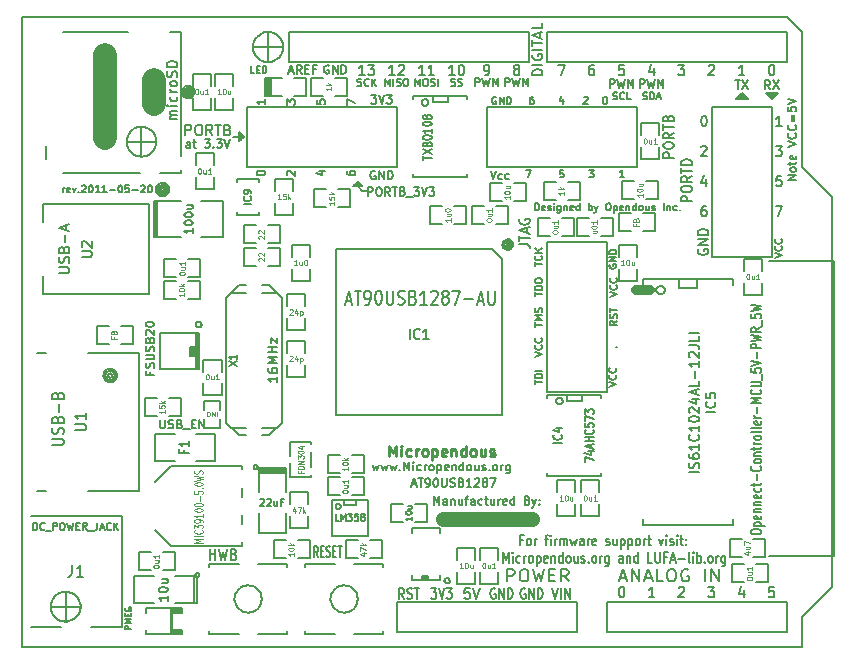
<source format=gto>
G04 (created by PCBNEW-RS274X (2011-04-29 BZR 2986)-stable) date 5/19/2011 9:29:33 AM*
G01*
G70*
G90*
%MOIN*%
G04 Gerber Fmt 3.4, Leading zero omitted, Abs format*
%FSLAX34Y34*%
G04 APERTURE LIST*
%ADD10C,0.006000*%
%ADD11C,0.032000*%
%ADD12C,0.050000*%
%ADD13C,0.007000*%
%ADD14C,0.008000*%
%ADD15C,0.005800*%
%ADD16C,0.009000*%
%ADD17C,0.005000*%
%ADD18C,0.078700*%
%ADD19C,0.003800*%
%ADD20C,0.005500*%
%ADD21C,0.004500*%
%ADD22C,0.007500*%
%ADD23C,0.004800*%
%ADD24C,0.004300*%
%ADD25C,0.006500*%
G04 APERTURE END LIST*
G54D10*
G54D11*
X30490Y-19100D02*
X30940Y-19100D01*
G54D12*
X24050Y-26725D02*
X27000Y-26725D01*
G54D13*
X17250Y-14000D02*
X17050Y-14000D01*
X17350Y-13950D02*
X17350Y-14050D01*
X17300Y-13900D02*
X17300Y-14100D01*
X17250Y-13850D02*
X17250Y-14150D01*
X17400Y-14000D02*
X17250Y-14150D01*
X17400Y-14000D02*
X17250Y-13850D01*
X15621Y-14363D02*
X15621Y-14217D01*
X15607Y-14190D01*
X15581Y-14177D01*
X15527Y-14177D01*
X15501Y-14190D01*
X15621Y-14350D02*
X15594Y-14363D01*
X15527Y-14363D01*
X15501Y-14350D01*
X15487Y-14323D01*
X15487Y-14297D01*
X15501Y-14270D01*
X15527Y-14257D01*
X15594Y-14257D01*
X15621Y-14243D01*
X15714Y-14177D02*
X15820Y-14177D01*
X15754Y-14083D02*
X15754Y-14323D01*
X15767Y-14350D01*
X15794Y-14363D01*
X15820Y-14363D01*
X16100Y-14083D02*
X16273Y-14083D01*
X16180Y-14190D01*
X16220Y-14190D01*
X16247Y-14203D01*
X16260Y-14217D01*
X16273Y-14243D01*
X16273Y-14310D01*
X16260Y-14337D01*
X16247Y-14350D01*
X16220Y-14363D01*
X16140Y-14363D01*
X16113Y-14350D01*
X16100Y-14337D01*
X16394Y-14337D02*
X16407Y-14350D01*
X16394Y-14363D01*
X16380Y-14350D01*
X16394Y-14337D01*
X16394Y-14363D01*
X16500Y-14083D02*
X16673Y-14083D01*
X16580Y-14190D01*
X16620Y-14190D01*
X16647Y-14203D01*
X16660Y-14217D01*
X16673Y-14243D01*
X16673Y-14310D01*
X16660Y-14337D01*
X16647Y-14350D01*
X16620Y-14363D01*
X16540Y-14363D01*
X16513Y-14350D01*
X16500Y-14337D01*
X16754Y-14083D02*
X16847Y-14363D01*
X16940Y-14083D01*
G54D14*
X15464Y-13938D02*
X15464Y-13598D01*
X15593Y-13598D01*
X15626Y-13614D01*
X15642Y-13630D01*
X15658Y-13662D01*
X15658Y-13711D01*
X15642Y-13743D01*
X15626Y-13760D01*
X15593Y-13776D01*
X15464Y-13776D01*
X15869Y-13598D02*
X15933Y-13598D01*
X15966Y-13614D01*
X15998Y-13646D01*
X16014Y-13711D01*
X16014Y-13824D01*
X15998Y-13889D01*
X15966Y-13921D01*
X15933Y-13938D01*
X15869Y-13938D01*
X15836Y-13921D01*
X15804Y-13889D01*
X15788Y-13824D01*
X15788Y-13711D01*
X15804Y-13646D01*
X15836Y-13614D01*
X15869Y-13598D01*
X16354Y-13938D02*
X16241Y-13776D01*
X16160Y-13938D02*
X16160Y-13598D01*
X16289Y-13598D01*
X16322Y-13614D01*
X16338Y-13630D01*
X16354Y-13662D01*
X16354Y-13711D01*
X16338Y-13743D01*
X16322Y-13760D01*
X16289Y-13776D01*
X16160Y-13776D01*
X16451Y-13598D02*
X16646Y-13598D01*
X16549Y-13938D02*
X16549Y-13598D01*
X16872Y-13760D02*
X16921Y-13776D01*
X16937Y-13792D01*
X16953Y-13824D01*
X16953Y-13873D01*
X16937Y-13905D01*
X16921Y-13921D01*
X16888Y-13938D01*
X16759Y-13938D01*
X16759Y-13598D01*
X16872Y-13598D01*
X16905Y-13614D01*
X16921Y-13630D01*
X16937Y-13662D01*
X16937Y-13695D01*
X16921Y-13727D01*
X16905Y-13743D01*
X16872Y-13760D01*
X16759Y-13760D01*
G54D13*
X15762Y-12500D02*
X15757Y-12541D01*
X15746Y-12580D01*
X15726Y-12617D01*
X15700Y-12649D01*
X15668Y-12675D01*
X15632Y-12695D01*
X15592Y-12707D01*
X15551Y-12711D01*
X15511Y-12708D01*
X15471Y-12696D01*
X15434Y-12677D01*
X15402Y-12651D01*
X15376Y-12619D01*
X15356Y-12583D01*
X15343Y-12544D01*
X15339Y-12502D01*
X15342Y-12462D01*
X15353Y-12422D01*
X15372Y-12386D01*
X15398Y-12353D01*
X15430Y-12326D01*
X15466Y-12306D01*
X15505Y-12293D01*
X15546Y-12289D01*
X15586Y-12292D01*
X15626Y-12303D01*
X15663Y-12322D01*
X15696Y-12347D01*
X15723Y-12378D01*
X15743Y-12414D01*
X15756Y-12454D01*
X15761Y-12495D01*
X15762Y-12500D01*
X15691Y-12500D02*
X15688Y-12527D01*
X15680Y-12553D01*
X15667Y-12578D01*
X15650Y-12599D01*
X15628Y-12616D01*
X15604Y-12629D01*
X15578Y-12638D01*
X15550Y-12640D01*
X15524Y-12638D01*
X15498Y-12630D01*
X15473Y-12617D01*
X15452Y-12600D01*
X15434Y-12579D01*
X15421Y-12555D01*
X15413Y-12529D01*
X15410Y-12501D01*
X15412Y-12475D01*
X15419Y-12449D01*
X15432Y-12424D01*
X15449Y-12403D01*
X15470Y-12385D01*
X15494Y-12371D01*
X15520Y-12363D01*
X15548Y-12360D01*
X15574Y-12362D01*
X15600Y-12369D01*
X15625Y-12381D01*
X15647Y-12398D01*
X15665Y-12419D01*
X15678Y-12443D01*
X15687Y-12469D01*
X15690Y-12497D01*
X15691Y-12500D01*
X15661Y-12500D02*
X15658Y-12521D01*
X15652Y-12542D01*
X15642Y-12561D01*
X15628Y-12578D01*
X15612Y-12592D01*
X15593Y-12602D01*
X15572Y-12608D01*
X15550Y-12610D01*
X15530Y-12609D01*
X15509Y-12602D01*
X15490Y-12592D01*
X15473Y-12579D01*
X15459Y-12562D01*
X15448Y-12543D01*
X15442Y-12523D01*
X15440Y-12501D01*
X15441Y-12480D01*
X15447Y-12460D01*
X15457Y-12440D01*
X15471Y-12423D01*
X15487Y-12409D01*
X15506Y-12399D01*
X15527Y-12392D01*
X15548Y-12390D01*
X15569Y-12391D01*
X15590Y-12397D01*
X15609Y-12407D01*
X15626Y-12420D01*
X15640Y-12437D01*
X15651Y-12455D01*
X15658Y-12476D01*
X15660Y-12497D01*
X15661Y-12500D01*
X15600Y-12500D02*
X15599Y-12509D01*
X15596Y-12519D01*
X15591Y-12527D01*
X15585Y-12535D01*
X15577Y-12541D01*
X15569Y-12546D01*
X15560Y-12548D01*
X15550Y-12549D01*
X15541Y-12549D01*
X15532Y-12546D01*
X15523Y-12541D01*
X15516Y-12535D01*
X15509Y-12528D01*
X15505Y-12519D01*
X15502Y-12510D01*
X15501Y-12500D01*
X15501Y-12491D01*
X15504Y-12482D01*
X15508Y-12473D01*
X15515Y-12466D01*
X15522Y-12459D01*
X15530Y-12455D01*
X15540Y-12452D01*
X15549Y-12451D01*
X15558Y-12451D01*
X15568Y-12454D01*
X15576Y-12458D01*
X15584Y-12464D01*
X15590Y-12472D01*
X15595Y-12480D01*
X15598Y-12489D01*
X15599Y-12499D01*
X15600Y-12500D01*
G54D10*
X11368Y-15847D02*
X11368Y-15687D01*
X11368Y-15733D02*
X11380Y-15710D01*
X11391Y-15699D01*
X11414Y-15687D01*
X11437Y-15687D01*
X11609Y-15836D02*
X11586Y-15847D01*
X11540Y-15847D01*
X11517Y-15836D01*
X11506Y-15813D01*
X11506Y-15721D01*
X11517Y-15699D01*
X11540Y-15687D01*
X11586Y-15687D01*
X11609Y-15699D01*
X11620Y-15721D01*
X11620Y-15744D01*
X11506Y-15767D01*
X11700Y-15687D02*
X11757Y-15847D01*
X11815Y-15687D01*
X11906Y-15824D02*
X11918Y-15836D01*
X11906Y-15847D01*
X11895Y-15836D01*
X11906Y-15824D01*
X11906Y-15847D01*
X12009Y-15630D02*
X12020Y-15619D01*
X12043Y-15607D01*
X12100Y-15607D01*
X12123Y-15619D01*
X12134Y-15630D01*
X12146Y-15653D01*
X12146Y-15676D01*
X12134Y-15710D01*
X11997Y-15847D01*
X12146Y-15847D01*
X12295Y-15607D02*
X12318Y-15607D01*
X12341Y-15619D01*
X12352Y-15630D01*
X12363Y-15653D01*
X12375Y-15699D01*
X12375Y-15756D01*
X12363Y-15801D01*
X12352Y-15824D01*
X12341Y-15836D01*
X12318Y-15847D01*
X12295Y-15847D01*
X12272Y-15836D01*
X12261Y-15824D01*
X12249Y-15801D01*
X12238Y-15756D01*
X12238Y-15699D01*
X12249Y-15653D01*
X12261Y-15630D01*
X12272Y-15619D01*
X12295Y-15607D01*
X12604Y-15847D02*
X12467Y-15847D01*
X12535Y-15847D02*
X12535Y-15607D01*
X12512Y-15641D01*
X12490Y-15664D01*
X12467Y-15676D01*
X12833Y-15847D02*
X12696Y-15847D01*
X12764Y-15847D02*
X12764Y-15607D01*
X12741Y-15641D01*
X12719Y-15664D01*
X12696Y-15676D01*
X12936Y-15756D02*
X13119Y-15756D01*
X13279Y-15607D02*
X13302Y-15607D01*
X13325Y-15619D01*
X13336Y-15630D01*
X13347Y-15653D01*
X13359Y-15699D01*
X13359Y-15756D01*
X13347Y-15801D01*
X13336Y-15824D01*
X13325Y-15836D01*
X13302Y-15847D01*
X13279Y-15847D01*
X13256Y-15836D01*
X13245Y-15824D01*
X13233Y-15801D01*
X13222Y-15756D01*
X13222Y-15699D01*
X13233Y-15653D01*
X13245Y-15630D01*
X13256Y-15619D01*
X13279Y-15607D01*
X13576Y-15607D02*
X13462Y-15607D01*
X13451Y-15721D01*
X13462Y-15710D01*
X13485Y-15699D01*
X13542Y-15699D01*
X13565Y-15710D01*
X13576Y-15721D01*
X13588Y-15744D01*
X13588Y-15801D01*
X13576Y-15824D01*
X13565Y-15836D01*
X13542Y-15847D01*
X13485Y-15847D01*
X13462Y-15836D01*
X13451Y-15824D01*
X13691Y-15756D02*
X13874Y-15756D01*
X13977Y-15630D02*
X13988Y-15619D01*
X14011Y-15607D01*
X14068Y-15607D01*
X14091Y-15619D01*
X14102Y-15630D01*
X14114Y-15653D01*
X14114Y-15676D01*
X14102Y-15710D01*
X13965Y-15847D01*
X14114Y-15847D01*
X14263Y-15607D02*
X14286Y-15607D01*
X14309Y-15619D01*
X14320Y-15630D01*
X14331Y-15653D01*
X14343Y-15699D01*
X14343Y-15756D01*
X14331Y-15801D01*
X14320Y-15824D01*
X14309Y-15836D01*
X14286Y-15847D01*
X14263Y-15847D01*
X14240Y-15836D01*
X14229Y-15824D01*
X14217Y-15801D01*
X14206Y-15756D01*
X14206Y-15699D01*
X14217Y-15653D01*
X14229Y-15630D01*
X14240Y-15619D01*
X14263Y-15607D01*
G54D13*
X14923Y-15750D02*
X14918Y-15793D01*
X14906Y-15834D01*
X14885Y-15873D01*
X14858Y-15907D01*
X14824Y-15934D01*
X14786Y-15955D01*
X14744Y-15968D01*
X14701Y-15972D01*
X14659Y-15969D01*
X14617Y-15956D01*
X14578Y-15936D01*
X14544Y-15909D01*
X14516Y-15875D01*
X14496Y-15837D01*
X14482Y-15796D01*
X14478Y-15753D01*
X14481Y-15710D01*
X14493Y-15668D01*
X14513Y-15630D01*
X14540Y-15596D01*
X14573Y-15567D01*
X14611Y-15546D01*
X14653Y-15533D01*
X14696Y-15528D01*
X14738Y-15531D01*
X14780Y-15543D01*
X14819Y-15562D01*
X14853Y-15589D01*
X14882Y-15622D01*
X14903Y-15660D01*
X14917Y-15701D01*
X14922Y-15744D01*
X14923Y-15750D01*
X14858Y-15750D02*
X14854Y-15780D01*
X14846Y-15810D01*
X14831Y-15837D01*
X14812Y-15861D01*
X14788Y-15880D01*
X14761Y-15895D01*
X14731Y-15904D01*
X14701Y-15907D01*
X14671Y-15905D01*
X14641Y-15896D01*
X14614Y-15882D01*
X14590Y-15862D01*
X14570Y-15839D01*
X14555Y-15812D01*
X14546Y-15782D01*
X14543Y-15752D01*
X14545Y-15722D01*
X14554Y-15692D01*
X14568Y-15665D01*
X14587Y-15641D01*
X14610Y-15621D01*
X14637Y-15606D01*
X14667Y-15596D01*
X14697Y-15593D01*
X14727Y-15595D01*
X14757Y-15603D01*
X14784Y-15617D01*
X14808Y-15636D01*
X14829Y-15659D01*
X14844Y-15686D01*
X14854Y-15715D01*
X14857Y-15746D01*
X14858Y-15750D01*
X14811Y-15750D02*
X14808Y-15771D01*
X14802Y-15792D01*
X14792Y-15811D01*
X14778Y-15828D01*
X14762Y-15842D01*
X14743Y-15852D01*
X14722Y-15858D01*
X14700Y-15860D01*
X14680Y-15859D01*
X14659Y-15852D01*
X14640Y-15842D01*
X14623Y-15829D01*
X14609Y-15812D01*
X14598Y-15793D01*
X14592Y-15773D01*
X14590Y-15751D01*
X14591Y-15730D01*
X14597Y-15710D01*
X14607Y-15690D01*
X14621Y-15673D01*
X14637Y-15659D01*
X14656Y-15649D01*
X14677Y-15642D01*
X14698Y-15640D01*
X14719Y-15641D01*
X14740Y-15647D01*
X14759Y-15657D01*
X14776Y-15670D01*
X14790Y-15687D01*
X14801Y-15705D01*
X14808Y-15726D01*
X14810Y-15747D01*
X14811Y-15750D01*
X14750Y-15750D02*
X14749Y-15759D01*
X14746Y-15769D01*
X14741Y-15777D01*
X14735Y-15785D01*
X14727Y-15791D01*
X14719Y-15796D01*
X14710Y-15798D01*
X14700Y-15799D01*
X14691Y-15799D01*
X14682Y-15796D01*
X14673Y-15791D01*
X14666Y-15785D01*
X14659Y-15778D01*
X14655Y-15769D01*
X14652Y-15760D01*
X14651Y-15750D01*
X14651Y-15741D01*
X14654Y-15732D01*
X14658Y-15723D01*
X14665Y-15716D01*
X14672Y-15709D01*
X14680Y-15705D01*
X14690Y-15702D01*
X14699Y-15701D01*
X14708Y-15701D01*
X14718Y-15704D01*
X14726Y-15708D01*
X14734Y-15714D01*
X14740Y-15722D01*
X14745Y-15730D01*
X14748Y-15739D01*
X14749Y-15749D01*
X14750Y-15750D01*
X26698Y-27435D02*
X26605Y-27435D01*
X26605Y-27613D02*
X26605Y-27273D01*
X26738Y-27273D01*
X26885Y-27613D02*
X26858Y-27596D01*
X26845Y-27580D01*
X26831Y-27548D01*
X26831Y-27451D01*
X26845Y-27418D01*
X26858Y-27402D01*
X26885Y-27386D01*
X26925Y-27386D01*
X26951Y-27402D01*
X26965Y-27418D01*
X26978Y-27451D01*
X26978Y-27548D01*
X26965Y-27580D01*
X26951Y-27596D01*
X26925Y-27613D01*
X26885Y-27613D01*
X27098Y-27613D02*
X27098Y-27386D01*
X27098Y-27451D02*
X27111Y-27418D01*
X27124Y-27402D01*
X27151Y-27386D01*
X27178Y-27386D01*
X27444Y-27386D02*
X27550Y-27386D01*
X27484Y-27613D02*
X27484Y-27321D01*
X27497Y-27289D01*
X27524Y-27273D01*
X27550Y-27273D01*
X27644Y-27613D02*
X27644Y-27386D01*
X27644Y-27273D02*
X27630Y-27289D01*
X27644Y-27305D01*
X27657Y-27289D01*
X27644Y-27273D01*
X27644Y-27305D01*
X27777Y-27613D02*
X27777Y-27386D01*
X27777Y-27451D02*
X27790Y-27418D01*
X27803Y-27402D01*
X27830Y-27386D01*
X27857Y-27386D01*
X27950Y-27613D02*
X27950Y-27386D01*
X27950Y-27418D02*
X27963Y-27402D01*
X27990Y-27386D01*
X28030Y-27386D01*
X28056Y-27402D01*
X28070Y-27435D01*
X28070Y-27613D01*
X28070Y-27435D02*
X28083Y-27402D01*
X28110Y-27386D01*
X28150Y-27386D01*
X28176Y-27402D01*
X28190Y-27435D01*
X28190Y-27613D01*
X28296Y-27386D02*
X28349Y-27613D01*
X28403Y-27451D01*
X28456Y-27613D01*
X28509Y-27386D01*
X28736Y-27613D02*
X28736Y-27435D01*
X28722Y-27402D01*
X28696Y-27386D01*
X28642Y-27386D01*
X28616Y-27402D01*
X28736Y-27596D02*
X28709Y-27613D01*
X28642Y-27613D01*
X28616Y-27596D01*
X28602Y-27564D01*
X28602Y-27532D01*
X28616Y-27499D01*
X28642Y-27483D01*
X28709Y-27483D01*
X28736Y-27467D01*
X28869Y-27613D02*
X28869Y-27386D01*
X28869Y-27451D02*
X28882Y-27418D01*
X28895Y-27402D01*
X28922Y-27386D01*
X28949Y-27386D01*
X29148Y-27596D02*
X29122Y-27613D01*
X29068Y-27613D01*
X29042Y-27596D01*
X29028Y-27564D01*
X29028Y-27435D01*
X29042Y-27402D01*
X29068Y-27386D01*
X29122Y-27386D01*
X29148Y-27402D01*
X29162Y-27435D01*
X29162Y-27467D01*
X29028Y-27499D01*
X29481Y-27596D02*
X29508Y-27613D01*
X29561Y-27613D01*
X29588Y-27596D01*
X29601Y-27564D01*
X29601Y-27548D01*
X29588Y-27515D01*
X29561Y-27499D01*
X29521Y-27499D01*
X29495Y-27483D01*
X29481Y-27451D01*
X29481Y-27435D01*
X29495Y-27402D01*
X29521Y-27386D01*
X29561Y-27386D01*
X29588Y-27402D01*
X29842Y-27386D02*
X29842Y-27613D01*
X29722Y-27386D02*
X29722Y-27564D01*
X29735Y-27596D01*
X29762Y-27613D01*
X29802Y-27613D01*
X29828Y-27596D01*
X29842Y-27580D01*
X29975Y-27386D02*
X29975Y-27726D01*
X29975Y-27402D02*
X30001Y-27386D01*
X30055Y-27386D01*
X30081Y-27402D01*
X30095Y-27418D01*
X30108Y-27451D01*
X30108Y-27548D01*
X30095Y-27580D01*
X30081Y-27596D01*
X30055Y-27613D01*
X30001Y-27613D01*
X29975Y-27596D01*
X30228Y-27386D02*
X30228Y-27726D01*
X30228Y-27402D02*
X30254Y-27386D01*
X30308Y-27386D01*
X30334Y-27402D01*
X30348Y-27418D01*
X30361Y-27451D01*
X30361Y-27548D01*
X30348Y-27580D01*
X30334Y-27596D01*
X30308Y-27613D01*
X30254Y-27613D01*
X30228Y-27596D01*
X30521Y-27613D02*
X30494Y-27596D01*
X30481Y-27580D01*
X30467Y-27548D01*
X30467Y-27451D01*
X30481Y-27418D01*
X30494Y-27402D01*
X30521Y-27386D01*
X30561Y-27386D01*
X30587Y-27402D01*
X30601Y-27418D01*
X30614Y-27451D01*
X30614Y-27548D01*
X30601Y-27580D01*
X30587Y-27596D01*
X30561Y-27613D01*
X30521Y-27613D01*
X30734Y-27613D02*
X30734Y-27386D01*
X30734Y-27451D02*
X30747Y-27418D01*
X30760Y-27402D01*
X30787Y-27386D01*
X30814Y-27386D01*
X30867Y-27386D02*
X30973Y-27386D01*
X30907Y-27273D02*
X30907Y-27564D01*
X30920Y-27596D01*
X30947Y-27613D01*
X30973Y-27613D01*
X31253Y-27386D02*
X31320Y-27613D01*
X31386Y-27386D01*
X31493Y-27613D02*
X31493Y-27386D01*
X31493Y-27273D02*
X31479Y-27289D01*
X31493Y-27305D01*
X31506Y-27289D01*
X31493Y-27273D01*
X31493Y-27305D01*
X31612Y-27596D02*
X31639Y-27613D01*
X31692Y-27613D01*
X31719Y-27596D01*
X31732Y-27564D01*
X31732Y-27548D01*
X31719Y-27515D01*
X31692Y-27499D01*
X31652Y-27499D01*
X31626Y-27483D01*
X31612Y-27451D01*
X31612Y-27435D01*
X31626Y-27402D01*
X31652Y-27386D01*
X31692Y-27386D01*
X31719Y-27402D01*
X31853Y-27613D02*
X31853Y-27386D01*
X31853Y-27273D02*
X31839Y-27289D01*
X31853Y-27305D01*
X31866Y-27289D01*
X31853Y-27273D01*
X31853Y-27305D01*
X31946Y-27386D02*
X32052Y-27386D01*
X31986Y-27273D02*
X31986Y-27564D01*
X31999Y-27596D01*
X32026Y-27613D01*
X32052Y-27613D01*
X32146Y-27580D02*
X32159Y-27596D01*
X32146Y-27613D01*
X32132Y-27596D01*
X32146Y-27580D01*
X32146Y-27613D01*
X32146Y-27402D02*
X32159Y-27418D01*
X32146Y-27435D01*
X32132Y-27418D01*
X32146Y-27402D01*
X32146Y-27435D01*
X26047Y-28188D02*
X26047Y-27848D01*
X26140Y-28090D01*
X26233Y-27848D01*
X26233Y-28188D01*
X26367Y-28188D02*
X26367Y-27961D01*
X26367Y-27848D02*
X26353Y-27864D01*
X26367Y-27880D01*
X26380Y-27864D01*
X26367Y-27848D01*
X26367Y-27880D01*
X26620Y-28171D02*
X26593Y-28188D01*
X26540Y-28188D01*
X26513Y-28171D01*
X26500Y-28155D01*
X26486Y-28123D01*
X26486Y-28026D01*
X26500Y-27993D01*
X26513Y-27977D01*
X26540Y-27961D01*
X26593Y-27961D01*
X26620Y-27977D01*
X26740Y-28188D02*
X26740Y-27961D01*
X26740Y-28026D02*
X26753Y-27993D01*
X26766Y-27977D01*
X26793Y-27961D01*
X26820Y-27961D01*
X26953Y-28188D02*
X26926Y-28171D01*
X26913Y-28155D01*
X26899Y-28123D01*
X26899Y-28026D01*
X26913Y-27993D01*
X26926Y-27977D01*
X26953Y-27961D01*
X26993Y-27961D01*
X27019Y-27977D01*
X27033Y-27993D01*
X27046Y-28026D01*
X27046Y-28123D01*
X27033Y-28155D01*
X27019Y-28171D01*
X26993Y-28188D01*
X26953Y-28188D01*
X27166Y-27961D02*
X27166Y-28301D01*
X27166Y-27977D02*
X27192Y-27961D01*
X27246Y-27961D01*
X27272Y-27977D01*
X27286Y-27993D01*
X27299Y-28026D01*
X27299Y-28123D01*
X27286Y-28155D01*
X27272Y-28171D01*
X27246Y-28188D01*
X27192Y-28188D01*
X27166Y-28171D01*
X27525Y-28171D02*
X27499Y-28188D01*
X27445Y-28188D01*
X27419Y-28171D01*
X27405Y-28139D01*
X27405Y-28010D01*
X27419Y-27977D01*
X27445Y-27961D01*
X27499Y-27961D01*
X27525Y-27977D01*
X27539Y-28010D01*
X27539Y-28042D01*
X27405Y-28074D01*
X27659Y-27961D02*
X27659Y-28188D01*
X27659Y-27993D02*
X27672Y-27977D01*
X27699Y-27961D01*
X27739Y-27961D01*
X27765Y-27977D01*
X27779Y-28010D01*
X27779Y-28188D01*
X28032Y-28188D02*
X28032Y-27848D01*
X28032Y-28171D02*
X28005Y-28188D01*
X27952Y-28188D01*
X27925Y-28171D01*
X27912Y-28155D01*
X27898Y-28123D01*
X27898Y-28026D01*
X27912Y-27993D01*
X27925Y-27977D01*
X27952Y-27961D01*
X28005Y-27961D01*
X28032Y-27977D01*
X28205Y-28188D02*
X28178Y-28171D01*
X28165Y-28155D01*
X28151Y-28123D01*
X28151Y-28026D01*
X28165Y-27993D01*
X28178Y-27977D01*
X28205Y-27961D01*
X28245Y-27961D01*
X28271Y-27977D01*
X28285Y-27993D01*
X28298Y-28026D01*
X28298Y-28123D01*
X28285Y-28155D01*
X28271Y-28171D01*
X28245Y-28188D01*
X28205Y-28188D01*
X28538Y-27961D02*
X28538Y-28188D01*
X28418Y-27961D02*
X28418Y-28139D01*
X28431Y-28171D01*
X28458Y-28188D01*
X28498Y-28188D01*
X28524Y-28171D01*
X28538Y-28155D01*
X28657Y-28171D02*
X28684Y-28188D01*
X28737Y-28188D01*
X28764Y-28171D01*
X28777Y-28139D01*
X28777Y-28123D01*
X28764Y-28090D01*
X28737Y-28074D01*
X28697Y-28074D01*
X28671Y-28058D01*
X28657Y-28026D01*
X28657Y-28010D01*
X28671Y-27977D01*
X28697Y-27961D01*
X28737Y-27961D01*
X28764Y-27977D01*
X28898Y-28155D02*
X28911Y-28171D01*
X28898Y-28188D01*
X28884Y-28171D01*
X28898Y-28155D01*
X28898Y-28188D01*
X29071Y-28188D02*
X29044Y-28171D01*
X29031Y-28155D01*
X29017Y-28123D01*
X29017Y-28026D01*
X29031Y-27993D01*
X29044Y-27977D01*
X29071Y-27961D01*
X29111Y-27961D01*
X29137Y-27977D01*
X29151Y-27993D01*
X29164Y-28026D01*
X29164Y-28123D01*
X29151Y-28155D01*
X29137Y-28171D01*
X29111Y-28188D01*
X29071Y-28188D01*
X29284Y-28188D02*
X29284Y-27961D01*
X29284Y-28026D02*
X29297Y-27993D01*
X29310Y-27977D01*
X29337Y-27961D01*
X29364Y-27961D01*
X29577Y-27961D02*
X29577Y-28236D01*
X29563Y-28269D01*
X29550Y-28285D01*
X29523Y-28301D01*
X29483Y-28301D01*
X29457Y-28285D01*
X29577Y-28171D02*
X29550Y-28188D01*
X29497Y-28188D01*
X29470Y-28171D01*
X29457Y-28155D01*
X29443Y-28123D01*
X29443Y-28026D01*
X29457Y-27993D01*
X29470Y-27977D01*
X29497Y-27961D01*
X29550Y-27961D01*
X29577Y-27977D01*
X30043Y-28188D02*
X30043Y-28010D01*
X30029Y-27977D01*
X30003Y-27961D01*
X29949Y-27961D01*
X29923Y-27977D01*
X30043Y-28171D02*
X30016Y-28188D01*
X29949Y-28188D01*
X29923Y-28171D01*
X29909Y-28139D01*
X29909Y-28107D01*
X29923Y-28074D01*
X29949Y-28058D01*
X30016Y-28058D01*
X30043Y-28042D01*
X30176Y-27961D02*
X30176Y-28188D01*
X30176Y-27993D02*
X30189Y-27977D01*
X30216Y-27961D01*
X30256Y-27961D01*
X30282Y-27977D01*
X30296Y-28010D01*
X30296Y-28188D01*
X30549Y-28188D02*
X30549Y-27848D01*
X30549Y-28171D02*
X30522Y-28188D01*
X30469Y-28188D01*
X30442Y-28171D01*
X30429Y-28155D01*
X30415Y-28123D01*
X30415Y-28026D01*
X30429Y-27993D01*
X30442Y-27977D01*
X30469Y-27961D01*
X30522Y-27961D01*
X30549Y-27977D01*
X31028Y-28188D02*
X30895Y-28188D01*
X30895Y-27848D01*
X31122Y-27848D02*
X31122Y-28123D01*
X31135Y-28155D01*
X31148Y-28171D01*
X31175Y-28188D01*
X31228Y-28188D01*
X31255Y-28171D01*
X31268Y-28155D01*
X31282Y-28123D01*
X31282Y-27848D01*
X31508Y-28010D02*
X31415Y-28010D01*
X31415Y-28188D02*
X31415Y-27848D01*
X31548Y-27848D01*
X31641Y-28090D02*
X31775Y-28090D01*
X31615Y-28188D02*
X31708Y-27848D01*
X31801Y-28188D01*
X31895Y-28058D02*
X32108Y-28058D01*
X32282Y-28188D02*
X32255Y-28171D01*
X32242Y-28139D01*
X32242Y-27848D01*
X32389Y-28188D02*
X32389Y-27961D01*
X32389Y-27848D02*
X32375Y-27864D01*
X32389Y-27880D01*
X32402Y-27864D01*
X32389Y-27848D01*
X32389Y-27880D01*
X32522Y-28188D02*
X32522Y-27848D01*
X32522Y-27977D02*
X32548Y-27961D01*
X32602Y-27961D01*
X32628Y-27977D01*
X32642Y-27993D01*
X32655Y-28026D01*
X32655Y-28123D01*
X32642Y-28155D01*
X32628Y-28171D01*
X32602Y-28188D01*
X32548Y-28188D01*
X32522Y-28171D01*
X32775Y-28155D02*
X32788Y-28171D01*
X32775Y-28188D01*
X32761Y-28171D01*
X32775Y-28155D01*
X32775Y-28188D01*
X32948Y-28188D02*
X32921Y-28171D01*
X32908Y-28155D01*
X32894Y-28123D01*
X32894Y-28026D01*
X32908Y-27993D01*
X32921Y-27977D01*
X32948Y-27961D01*
X32988Y-27961D01*
X33014Y-27977D01*
X33028Y-27993D01*
X33041Y-28026D01*
X33041Y-28123D01*
X33028Y-28155D01*
X33014Y-28171D01*
X32988Y-28188D01*
X32948Y-28188D01*
X33161Y-28188D02*
X33161Y-27961D01*
X33161Y-28026D02*
X33174Y-27993D01*
X33187Y-27977D01*
X33214Y-27961D01*
X33241Y-27961D01*
X33454Y-27961D02*
X33454Y-28236D01*
X33440Y-28269D01*
X33427Y-28285D01*
X33400Y-28301D01*
X33360Y-28301D01*
X33334Y-28285D01*
X33454Y-28171D02*
X33427Y-28188D01*
X33374Y-28188D01*
X33347Y-28171D01*
X33334Y-28155D01*
X33320Y-28123D01*
X33320Y-28026D01*
X33334Y-27993D01*
X33347Y-27977D01*
X33374Y-27961D01*
X33427Y-27961D01*
X33454Y-27977D01*
X23006Y-25583D02*
X23140Y-25583D01*
X22980Y-25663D02*
X23073Y-25383D01*
X23166Y-25663D01*
X23220Y-25383D02*
X23380Y-25383D01*
X23300Y-25663D02*
X23300Y-25383D01*
X23486Y-25663D02*
X23539Y-25663D01*
X23566Y-25650D01*
X23579Y-25637D01*
X23606Y-25597D01*
X23619Y-25543D01*
X23619Y-25437D01*
X23606Y-25410D01*
X23593Y-25397D01*
X23566Y-25383D01*
X23513Y-25383D01*
X23486Y-25397D01*
X23473Y-25410D01*
X23459Y-25437D01*
X23459Y-25503D01*
X23473Y-25530D01*
X23486Y-25543D01*
X23513Y-25557D01*
X23566Y-25557D01*
X23593Y-25543D01*
X23606Y-25530D01*
X23619Y-25503D01*
X23793Y-25383D02*
X23820Y-25383D01*
X23846Y-25397D01*
X23860Y-25410D01*
X23873Y-25437D01*
X23886Y-25490D01*
X23886Y-25557D01*
X23873Y-25610D01*
X23860Y-25637D01*
X23846Y-25650D01*
X23820Y-25663D01*
X23793Y-25663D01*
X23766Y-25650D01*
X23753Y-25637D01*
X23740Y-25610D01*
X23726Y-25557D01*
X23726Y-25490D01*
X23740Y-25437D01*
X23753Y-25410D01*
X23766Y-25397D01*
X23793Y-25383D01*
X24007Y-25383D02*
X24007Y-25610D01*
X24020Y-25637D01*
X24033Y-25650D01*
X24060Y-25663D01*
X24113Y-25663D01*
X24140Y-25650D01*
X24153Y-25637D01*
X24167Y-25610D01*
X24167Y-25383D01*
X24286Y-25650D02*
X24326Y-25663D01*
X24393Y-25663D01*
X24420Y-25650D01*
X24433Y-25637D01*
X24446Y-25610D01*
X24446Y-25583D01*
X24433Y-25557D01*
X24420Y-25543D01*
X24393Y-25530D01*
X24340Y-25517D01*
X24313Y-25503D01*
X24300Y-25490D01*
X24286Y-25463D01*
X24286Y-25437D01*
X24300Y-25410D01*
X24313Y-25397D01*
X24340Y-25383D01*
X24406Y-25383D01*
X24446Y-25397D01*
X24660Y-25517D02*
X24700Y-25530D01*
X24713Y-25543D01*
X24727Y-25570D01*
X24727Y-25610D01*
X24713Y-25637D01*
X24700Y-25650D01*
X24673Y-25663D01*
X24567Y-25663D01*
X24567Y-25383D01*
X24660Y-25383D01*
X24687Y-25397D01*
X24700Y-25410D01*
X24713Y-25437D01*
X24713Y-25463D01*
X24700Y-25490D01*
X24687Y-25503D01*
X24660Y-25517D01*
X24567Y-25517D01*
X24993Y-25663D02*
X24833Y-25663D01*
X24913Y-25663D02*
X24913Y-25383D01*
X24887Y-25423D01*
X24860Y-25450D01*
X24833Y-25463D01*
X25100Y-25410D02*
X25114Y-25397D01*
X25140Y-25383D01*
X25207Y-25383D01*
X25234Y-25397D01*
X25247Y-25410D01*
X25260Y-25437D01*
X25260Y-25463D01*
X25247Y-25503D01*
X25087Y-25663D01*
X25260Y-25663D01*
X25421Y-25503D02*
X25394Y-25490D01*
X25381Y-25477D01*
X25367Y-25450D01*
X25367Y-25437D01*
X25381Y-25410D01*
X25394Y-25397D01*
X25421Y-25383D01*
X25474Y-25383D01*
X25501Y-25397D01*
X25514Y-25410D01*
X25527Y-25437D01*
X25527Y-25450D01*
X25514Y-25477D01*
X25501Y-25490D01*
X25474Y-25503D01*
X25421Y-25503D01*
X25394Y-25517D01*
X25381Y-25530D01*
X25367Y-25557D01*
X25367Y-25610D01*
X25381Y-25637D01*
X25394Y-25650D01*
X25421Y-25663D01*
X25474Y-25663D01*
X25501Y-25650D01*
X25514Y-25637D01*
X25527Y-25610D01*
X25527Y-25557D01*
X25514Y-25530D01*
X25501Y-25517D01*
X25474Y-25503D01*
X25621Y-25383D02*
X25808Y-25383D01*
X25688Y-25663D01*
X23742Y-26263D02*
X23742Y-25983D01*
X23835Y-26183D01*
X23928Y-25983D01*
X23928Y-26263D01*
X24182Y-26263D02*
X24182Y-26117D01*
X24168Y-26090D01*
X24142Y-26077D01*
X24088Y-26077D01*
X24062Y-26090D01*
X24182Y-26250D02*
X24155Y-26263D01*
X24088Y-26263D01*
X24062Y-26250D01*
X24048Y-26223D01*
X24048Y-26197D01*
X24062Y-26170D01*
X24088Y-26157D01*
X24155Y-26157D01*
X24182Y-26143D01*
X24315Y-26077D02*
X24315Y-26263D01*
X24315Y-26103D02*
X24328Y-26090D01*
X24355Y-26077D01*
X24395Y-26077D01*
X24421Y-26090D01*
X24435Y-26117D01*
X24435Y-26263D01*
X24688Y-26077D02*
X24688Y-26263D01*
X24568Y-26077D02*
X24568Y-26223D01*
X24581Y-26250D01*
X24608Y-26263D01*
X24648Y-26263D01*
X24674Y-26250D01*
X24688Y-26237D01*
X24781Y-26077D02*
X24887Y-26077D01*
X24821Y-26263D02*
X24821Y-26023D01*
X24834Y-25997D01*
X24861Y-25983D01*
X24887Y-25983D01*
X25101Y-26263D02*
X25101Y-26117D01*
X25087Y-26090D01*
X25061Y-26077D01*
X25007Y-26077D01*
X24981Y-26090D01*
X25101Y-26250D02*
X25074Y-26263D01*
X25007Y-26263D01*
X24981Y-26250D01*
X24967Y-26223D01*
X24967Y-26197D01*
X24981Y-26170D01*
X25007Y-26157D01*
X25074Y-26157D01*
X25101Y-26143D01*
X25354Y-26250D02*
X25327Y-26263D01*
X25274Y-26263D01*
X25247Y-26250D01*
X25234Y-26237D01*
X25220Y-26210D01*
X25220Y-26130D01*
X25234Y-26103D01*
X25247Y-26090D01*
X25274Y-26077D01*
X25327Y-26077D01*
X25354Y-26090D01*
X25434Y-26077D02*
X25540Y-26077D01*
X25474Y-25983D02*
X25474Y-26223D01*
X25487Y-26250D01*
X25514Y-26263D01*
X25540Y-26263D01*
X25754Y-26077D02*
X25754Y-26263D01*
X25634Y-26077D02*
X25634Y-26223D01*
X25647Y-26250D01*
X25674Y-26263D01*
X25714Y-26263D01*
X25740Y-26250D01*
X25754Y-26237D01*
X25887Y-26263D02*
X25887Y-26077D01*
X25887Y-26130D02*
X25900Y-26103D01*
X25913Y-26090D01*
X25940Y-26077D01*
X25967Y-26077D01*
X26166Y-26250D02*
X26140Y-26263D01*
X26086Y-26263D01*
X26060Y-26250D01*
X26046Y-26223D01*
X26046Y-26117D01*
X26060Y-26090D01*
X26086Y-26077D01*
X26140Y-26077D01*
X26166Y-26090D01*
X26180Y-26117D01*
X26180Y-26143D01*
X26046Y-26170D01*
X26420Y-26263D02*
X26420Y-25983D01*
X26420Y-26250D02*
X26393Y-26263D01*
X26340Y-26263D01*
X26313Y-26250D01*
X26300Y-26237D01*
X26286Y-26210D01*
X26286Y-26130D01*
X26300Y-26103D01*
X26313Y-26090D01*
X26340Y-26077D01*
X26393Y-26077D01*
X26420Y-26090D01*
X26859Y-26117D02*
X26899Y-26130D01*
X26912Y-26143D01*
X26926Y-26170D01*
X26926Y-26210D01*
X26912Y-26237D01*
X26899Y-26250D01*
X26872Y-26263D01*
X26766Y-26263D01*
X26766Y-25983D01*
X26859Y-25983D01*
X26886Y-25997D01*
X26899Y-26010D01*
X26912Y-26037D01*
X26912Y-26063D01*
X26899Y-26090D01*
X26886Y-26103D01*
X26859Y-26117D01*
X26766Y-26117D01*
X27019Y-26077D02*
X27086Y-26263D01*
X27152Y-26077D02*
X27086Y-26263D01*
X27059Y-26330D01*
X27046Y-26343D01*
X27019Y-26357D01*
X27259Y-26237D02*
X27272Y-26250D01*
X27259Y-26263D01*
X27245Y-26250D01*
X27259Y-26237D01*
X27259Y-26263D01*
X27259Y-26090D02*
X27272Y-26103D01*
X27259Y-26117D01*
X27245Y-26103D01*
X27259Y-26090D01*
X27259Y-26117D01*
G54D15*
X27109Y-16443D02*
X27109Y-16213D01*
X27166Y-16213D01*
X27201Y-16224D01*
X27223Y-16246D01*
X27235Y-16268D01*
X27246Y-16312D01*
X27246Y-16345D01*
X27235Y-16388D01*
X27223Y-16410D01*
X27201Y-16432D01*
X27166Y-16443D01*
X27109Y-16443D01*
X27441Y-16432D02*
X27418Y-16443D01*
X27372Y-16443D01*
X27349Y-16432D01*
X27338Y-16410D01*
X27338Y-16323D01*
X27349Y-16301D01*
X27372Y-16290D01*
X27418Y-16290D01*
X27441Y-16301D01*
X27452Y-16323D01*
X27452Y-16345D01*
X27338Y-16366D01*
X27544Y-16432D02*
X27567Y-16443D01*
X27612Y-16443D01*
X27635Y-16432D01*
X27647Y-16410D01*
X27647Y-16399D01*
X27635Y-16377D01*
X27612Y-16366D01*
X27578Y-16366D01*
X27555Y-16355D01*
X27544Y-16334D01*
X27544Y-16323D01*
X27555Y-16301D01*
X27578Y-16290D01*
X27612Y-16290D01*
X27635Y-16301D01*
X27749Y-16443D02*
X27749Y-16290D01*
X27749Y-16213D02*
X27738Y-16224D01*
X27749Y-16235D01*
X27761Y-16224D01*
X27749Y-16213D01*
X27749Y-16235D01*
X27966Y-16290D02*
X27966Y-16476D01*
X27955Y-16498D01*
X27943Y-16509D01*
X27920Y-16520D01*
X27886Y-16520D01*
X27863Y-16509D01*
X27966Y-16432D02*
X27943Y-16443D01*
X27897Y-16443D01*
X27875Y-16432D01*
X27863Y-16421D01*
X27852Y-16399D01*
X27852Y-16334D01*
X27863Y-16312D01*
X27875Y-16301D01*
X27897Y-16290D01*
X27943Y-16290D01*
X27966Y-16301D01*
X28080Y-16290D02*
X28080Y-16443D01*
X28080Y-16312D02*
X28092Y-16301D01*
X28114Y-16290D01*
X28149Y-16290D01*
X28172Y-16301D01*
X28183Y-16323D01*
X28183Y-16443D01*
X28389Y-16432D02*
X28366Y-16443D01*
X28320Y-16443D01*
X28297Y-16432D01*
X28286Y-16410D01*
X28286Y-16323D01*
X28297Y-16301D01*
X28320Y-16290D01*
X28366Y-16290D01*
X28389Y-16301D01*
X28400Y-16323D01*
X28400Y-16345D01*
X28286Y-16366D01*
X28606Y-16443D02*
X28606Y-16213D01*
X28606Y-16432D02*
X28583Y-16443D01*
X28537Y-16443D01*
X28515Y-16432D01*
X28503Y-16421D01*
X28492Y-16399D01*
X28492Y-16334D01*
X28503Y-16312D01*
X28515Y-16301D01*
X28537Y-16290D01*
X28583Y-16290D01*
X28606Y-16301D01*
X28903Y-16443D02*
X28903Y-16213D01*
X28903Y-16301D02*
X28926Y-16290D01*
X28972Y-16290D01*
X28995Y-16301D01*
X29006Y-16312D01*
X29017Y-16334D01*
X29017Y-16399D01*
X29006Y-16421D01*
X28995Y-16432D01*
X28972Y-16443D01*
X28926Y-16443D01*
X28903Y-16432D01*
X29097Y-16290D02*
X29154Y-16443D01*
X29212Y-16290D02*
X29154Y-16443D01*
X29132Y-16498D01*
X29120Y-16509D01*
X29097Y-16520D01*
X29532Y-16213D02*
X29578Y-16213D01*
X29600Y-16224D01*
X29623Y-16246D01*
X29635Y-16290D01*
X29635Y-16366D01*
X29623Y-16410D01*
X29600Y-16432D01*
X29578Y-16443D01*
X29532Y-16443D01*
X29509Y-16432D01*
X29486Y-16410D01*
X29475Y-16366D01*
X29475Y-16290D01*
X29486Y-16246D01*
X29509Y-16224D01*
X29532Y-16213D01*
X29737Y-16290D02*
X29737Y-16520D01*
X29737Y-16301D02*
X29760Y-16290D01*
X29806Y-16290D01*
X29829Y-16301D01*
X29840Y-16312D01*
X29851Y-16334D01*
X29851Y-16399D01*
X29840Y-16421D01*
X29829Y-16432D01*
X29806Y-16443D01*
X29760Y-16443D01*
X29737Y-16432D01*
X30046Y-16432D02*
X30023Y-16443D01*
X29977Y-16443D01*
X29954Y-16432D01*
X29943Y-16410D01*
X29943Y-16323D01*
X29954Y-16301D01*
X29977Y-16290D01*
X30023Y-16290D01*
X30046Y-16301D01*
X30057Y-16323D01*
X30057Y-16345D01*
X29943Y-16366D01*
X30160Y-16290D02*
X30160Y-16443D01*
X30160Y-16312D02*
X30172Y-16301D01*
X30194Y-16290D01*
X30229Y-16290D01*
X30252Y-16301D01*
X30263Y-16323D01*
X30263Y-16443D01*
X30480Y-16443D02*
X30480Y-16213D01*
X30480Y-16432D02*
X30457Y-16443D01*
X30411Y-16443D01*
X30389Y-16432D01*
X30377Y-16421D01*
X30366Y-16399D01*
X30366Y-16334D01*
X30377Y-16312D01*
X30389Y-16301D01*
X30411Y-16290D01*
X30457Y-16290D01*
X30480Y-16301D01*
X30628Y-16443D02*
X30606Y-16432D01*
X30594Y-16421D01*
X30583Y-16399D01*
X30583Y-16334D01*
X30594Y-16312D01*
X30606Y-16301D01*
X30628Y-16290D01*
X30663Y-16290D01*
X30686Y-16301D01*
X30697Y-16312D01*
X30708Y-16334D01*
X30708Y-16399D01*
X30697Y-16421D01*
X30686Y-16432D01*
X30663Y-16443D01*
X30628Y-16443D01*
X30914Y-16290D02*
X30914Y-16443D01*
X30811Y-16290D02*
X30811Y-16410D01*
X30823Y-16432D01*
X30845Y-16443D01*
X30880Y-16443D01*
X30903Y-16432D01*
X30914Y-16421D01*
X31017Y-16432D02*
X31040Y-16443D01*
X31085Y-16443D01*
X31108Y-16432D01*
X31120Y-16410D01*
X31120Y-16399D01*
X31108Y-16377D01*
X31085Y-16366D01*
X31051Y-16366D01*
X31028Y-16355D01*
X31017Y-16334D01*
X31017Y-16323D01*
X31028Y-16301D01*
X31051Y-16290D01*
X31085Y-16290D01*
X31108Y-16301D01*
X31405Y-16443D02*
X31405Y-16213D01*
X31519Y-16290D02*
X31519Y-16443D01*
X31519Y-16312D02*
X31531Y-16301D01*
X31553Y-16290D01*
X31588Y-16290D01*
X31611Y-16301D01*
X31622Y-16323D01*
X31622Y-16443D01*
X31839Y-16432D02*
X31816Y-16443D01*
X31770Y-16443D01*
X31748Y-16432D01*
X31736Y-16421D01*
X31725Y-16399D01*
X31725Y-16334D01*
X31736Y-16312D01*
X31748Y-16301D01*
X31770Y-16290D01*
X31816Y-16290D01*
X31839Y-16301D01*
X31942Y-16421D02*
X31954Y-16432D01*
X31942Y-16443D01*
X31931Y-16432D01*
X31942Y-16421D01*
X31942Y-16443D01*
G54D13*
X21703Y-24927D02*
X21756Y-25113D01*
X21810Y-24980D01*
X21863Y-25113D01*
X21916Y-24927D01*
X21996Y-24927D02*
X22049Y-25113D01*
X22103Y-24980D01*
X22156Y-25113D01*
X22209Y-24927D01*
X22289Y-24927D02*
X22342Y-25113D01*
X22396Y-24980D01*
X22449Y-25113D01*
X22502Y-24927D01*
X22609Y-25087D02*
X22622Y-25100D01*
X22609Y-25113D01*
X22595Y-25100D01*
X22609Y-25087D01*
X22609Y-25113D01*
X22742Y-25113D02*
X22742Y-24833D01*
X22835Y-25033D01*
X22928Y-24833D01*
X22928Y-25113D01*
X23062Y-25113D02*
X23062Y-24927D01*
X23062Y-24833D02*
X23048Y-24847D01*
X23062Y-24860D01*
X23075Y-24847D01*
X23062Y-24833D01*
X23062Y-24860D01*
X23315Y-25100D02*
X23288Y-25113D01*
X23235Y-25113D01*
X23208Y-25100D01*
X23195Y-25087D01*
X23181Y-25060D01*
X23181Y-24980D01*
X23195Y-24953D01*
X23208Y-24940D01*
X23235Y-24927D01*
X23288Y-24927D01*
X23315Y-24940D01*
X23435Y-25113D02*
X23435Y-24927D01*
X23435Y-24980D02*
X23448Y-24953D01*
X23461Y-24940D01*
X23488Y-24927D01*
X23515Y-24927D01*
X23648Y-25113D02*
X23621Y-25100D01*
X23608Y-25087D01*
X23594Y-25060D01*
X23594Y-24980D01*
X23608Y-24953D01*
X23621Y-24940D01*
X23648Y-24927D01*
X23688Y-24927D01*
X23714Y-24940D01*
X23728Y-24953D01*
X23741Y-24980D01*
X23741Y-25060D01*
X23728Y-25087D01*
X23714Y-25100D01*
X23688Y-25113D01*
X23648Y-25113D01*
X23861Y-24927D02*
X23861Y-25207D01*
X23861Y-24940D02*
X23887Y-24927D01*
X23941Y-24927D01*
X23967Y-24940D01*
X23981Y-24953D01*
X23994Y-24980D01*
X23994Y-25060D01*
X23981Y-25087D01*
X23967Y-25100D01*
X23941Y-25113D01*
X23887Y-25113D01*
X23861Y-25100D01*
X24220Y-25100D02*
X24194Y-25113D01*
X24140Y-25113D01*
X24114Y-25100D01*
X24100Y-25073D01*
X24100Y-24967D01*
X24114Y-24940D01*
X24140Y-24927D01*
X24194Y-24927D01*
X24220Y-24940D01*
X24234Y-24967D01*
X24234Y-24993D01*
X24100Y-25020D01*
X24354Y-24927D02*
X24354Y-25113D01*
X24354Y-24953D02*
X24367Y-24940D01*
X24394Y-24927D01*
X24434Y-24927D01*
X24460Y-24940D01*
X24474Y-24967D01*
X24474Y-25113D01*
X24727Y-25113D02*
X24727Y-24833D01*
X24727Y-25100D02*
X24700Y-25113D01*
X24647Y-25113D01*
X24620Y-25100D01*
X24607Y-25087D01*
X24593Y-25060D01*
X24593Y-24980D01*
X24607Y-24953D01*
X24620Y-24940D01*
X24647Y-24927D01*
X24700Y-24927D01*
X24727Y-24940D01*
X24900Y-25113D02*
X24873Y-25100D01*
X24860Y-25087D01*
X24846Y-25060D01*
X24846Y-24980D01*
X24860Y-24953D01*
X24873Y-24940D01*
X24900Y-24927D01*
X24940Y-24927D01*
X24966Y-24940D01*
X24980Y-24953D01*
X24993Y-24980D01*
X24993Y-25060D01*
X24980Y-25087D01*
X24966Y-25100D01*
X24940Y-25113D01*
X24900Y-25113D01*
X25233Y-24927D02*
X25233Y-25113D01*
X25113Y-24927D02*
X25113Y-25073D01*
X25126Y-25100D01*
X25153Y-25113D01*
X25193Y-25113D01*
X25219Y-25100D01*
X25233Y-25087D01*
X25352Y-25100D02*
X25379Y-25113D01*
X25432Y-25113D01*
X25459Y-25100D01*
X25472Y-25073D01*
X25472Y-25060D01*
X25459Y-25033D01*
X25432Y-25020D01*
X25392Y-25020D01*
X25366Y-25007D01*
X25352Y-24980D01*
X25352Y-24967D01*
X25366Y-24940D01*
X25392Y-24927D01*
X25432Y-24927D01*
X25459Y-24940D01*
X25593Y-25087D02*
X25606Y-25100D01*
X25593Y-25113D01*
X25579Y-25100D01*
X25593Y-25087D01*
X25593Y-25113D01*
X25766Y-25113D02*
X25739Y-25100D01*
X25726Y-25087D01*
X25712Y-25060D01*
X25712Y-24980D01*
X25726Y-24953D01*
X25739Y-24940D01*
X25766Y-24927D01*
X25806Y-24927D01*
X25832Y-24940D01*
X25846Y-24953D01*
X25859Y-24980D01*
X25859Y-25060D01*
X25846Y-25087D01*
X25832Y-25100D01*
X25806Y-25113D01*
X25766Y-25113D01*
X25979Y-25113D02*
X25979Y-24927D01*
X25979Y-24980D02*
X25992Y-24953D01*
X26005Y-24940D01*
X26032Y-24927D01*
X26059Y-24927D01*
X26272Y-24927D02*
X26272Y-25153D01*
X26258Y-25180D01*
X26245Y-25193D01*
X26218Y-25207D01*
X26178Y-25207D01*
X26152Y-25193D01*
X26272Y-25100D02*
X26245Y-25113D01*
X26192Y-25113D01*
X26165Y-25100D01*
X26152Y-25087D01*
X26138Y-25060D01*
X26138Y-24980D01*
X26152Y-24953D01*
X26165Y-24940D01*
X26192Y-24927D01*
X26245Y-24927D01*
X26272Y-24940D01*
G54D16*
X22251Y-24646D02*
X22251Y-24286D01*
X22371Y-24543D01*
X22491Y-24286D01*
X22491Y-24646D01*
X22662Y-24646D02*
X22662Y-24406D01*
X22662Y-24286D02*
X22645Y-24303D01*
X22662Y-24320D01*
X22679Y-24303D01*
X22662Y-24286D01*
X22662Y-24320D01*
X22987Y-24629D02*
X22953Y-24646D01*
X22884Y-24646D01*
X22850Y-24629D01*
X22833Y-24611D01*
X22816Y-24577D01*
X22816Y-24474D01*
X22833Y-24440D01*
X22850Y-24423D01*
X22884Y-24406D01*
X22953Y-24406D01*
X22987Y-24423D01*
X23142Y-24646D02*
X23142Y-24406D01*
X23142Y-24474D02*
X23159Y-24440D01*
X23176Y-24423D01*
X23210Y-24406D01*
X23245Y-24406D01*
X23416Y-24646D02*
X23382Y-24629D01*
X23365Y-24611D01*
X23348Y-24577D01*
X23348Y-24474D01*
X23365Y-24440D01*
X23382Y-24423D01*
X23416Y-24406D01*
X23468Y-24406D01*
X23502Y-24423D01*
X23519Y-24440D01*
X23536Y-24474D01*
X23536Y-24577D01*
X23519Y-24611D01*
X23502Y-24629D01*
X23468Y-24646D01*
X23416Y-24646D01*
X23691Y-24406D02*
X23691Y-24766D01*
X23691Y-24423D02*
X23725Y-24406D01*
X23794Y-24406D01*
X23828Y-24423D01*
X23845Y-24440D01*
X23862Y-24474D01*
X23862Y-24577D01*
X23845Y-24611D01*
X23828Y-24629D01*
X23794Y-24646D01*
X23725Y-24646D01*
X23691Y-24629D01*
X24154Y-24629D02*
X24120Y-24646D01*
X24051Y-24646D01*
X24017Y-24629D01*
X24000Y-24594D01*
X24000Y-24457D01*
X24017Y-24423D01*
X24051Y-24406D01*
X24120Y-24406D01*
X24154Y-24423D01*
X24171Y-24457D01*
X24171Y-24491D01*
X24000Y-24526D01*
X24326Y-24406D02*
X24326Y-24646D01*
X24326Y-24440D02*
X24343Y-24423D01*
X24377Y-24406D01*
X24429Y-24406D01*
X24463Y-24423D01*
X24480Y-24457D01*
X24480Y-24646D01*
X24806Y-24646D02*
X24806Y-24286D01*
X24806Y-24629D02*
X24772Y-24646D01*
X24703Y-24646D01*
X24669Y-24629D01*
X24652Y-24611D01*
X24635Y-24577D01*
X24635Y-24474D01*
X24652Y-24440D01*
X24669Y-24423D01*
X24703Y-24406D01*
X24772Y-24406D01*
X24806Y-24423D01*
X25029Y-24646D02*
X24995Y-24629D01*
X24978Y-24611D01*
X24961Y-24577D01*
X24961Y-24474D01*
X24978Y-24440D01*
X24995Y-24423D01*
X25029Y-24406D01*
X25081Y-24406D01*
X25115Y-24423D01*
X25132Y-24440D01*
X25149Y-24474D01*
X25149Y-24577D01*
X25132Y-24611D01*
X25115Y-24629D01*
X25081Y-24646D01*
X25029Y-24646D01*
X25458Y-24406D02*
X25458Y-24646D01*
X25304Y-24406D02*
X25304Y-24594D01*
X25321Y-24629D01*
X25355Y-24646D01*
X25407Y-24646D01*
X25441Y-24629D01*
X25458Y-24611D01*
X25613Y-24629D02*
X25647Y-24646D01*
X25715Y-24646D01*
X25750Y-24629D01*
X25767Y-24594D01*
X25767Y-24577D01*
X25750Y-24543D01*
X25715Y-24526D01*
X25664Y-24526D01*
X25630Y-24509D01*
X25613Y-24474D01*
X25613Y-24457D01*
X25630Y-24423D01*
X25664Y-24406D01*
X25715Y-24406D01*
X25750Y-24423D01*
G54D13*
X13173Y-21950D02*
X13168Y-21993D01*
X13156Y-22034D01*
X13135Y-22073D01*
X13108Y-22107D01*
X13074Y-22134D01*
X13036Y-22155D01*
X12994Y-22168D01*
X12951Y-22172D01*
X12909Y-22169D01*
X12867Y-22156D01*
X12828Y-22136D01*
X12794Y-22109D01*
X12766Y-22075D01*
X12746Y-22037D01*
X12732Y-21996D01*
X12728Y-21953D01*
X12731Y-21910D01*
X12743Y-21868D01*
X12763Y-21830D01*
X12790Y-21796D01*
X12823Y-21767D01*
X12861Y-21746D01*
X12903Y-21733D01*
X12946Y-21728D01*
X12988Y-21731D01*
X13030Y-21743D01*
X13069Y-21762D01*
X13103Y-21789D01*
X13132Y-21822D01*
X13153Y-21860D01*
X13167Y-21901D01*
X13172Y-21944D01*
X13173Y-21950D01*
X13108Y-21950D02*
X13104Y-21980D01*
X13096Y-22010D01*
X13081Y-22037D01*
X13062Y-22061D01*
X13038Y-22080D01*
X13011Y-22095D01*
X12981Y-22104D01*
X12951Y-22107D01*
X12921Y-22105D01*
X12891Y-22096D01*
X12864Y-22082D01*
X12840Y-22062D01*
X12820Y-22039D01*
X12805Y-22012D01*
X12796Y-21982D01*
X12793Y-21952D01*
X12795Y-21922D01*
X12804Y-21892D01*
X12818Y-21865D01*
X12837Y-21841D01*
X12860Y-21821D01*
X12887Y-21806D01*
X12917Y-21796D01*
X12947Y-21793D01*
X12977Y-21795D01*
X13007Y-21803D01*
X13034Y-21817D01*
X13058Y-21836D01*
X13079Y-21859D01*
X13094Y-21886D01*
X13104Y-21915D01*
X13107Y-21946D01*
X13108Y-21950D01*
X13020Y-21950D02*
X13018Y-21963D01*
X13014Y-21976D01*
X13008Y-21988D01*
X12999Y-21999D01*
X12989Y-22008D01*
X12977Y-22014D01*
X12964Y-22018D01*
X12950Y-22019D01*
X12937Y-22018D01*
X12924Y-22014D01*
X12912Y-22008D01*
X12902Y-22000D01*
X12893Y-21989D01*
X12886Y-21977D01*
X12882Y-21964D01*
X12881Y-21950D01*
X12882Y-21938D01*
X12885Y-21925D01*
X12892Y-21913D01*
X12900Y-21902D01*
X12911Y-21893D01*
X12922Y-21886D01*
X12935Y-21882D01*
X12949Y-21881D01*
X12962Y-21882D01*
X12975Y-21885D01*
X12987Y-21891D01*
X12998Y-21900D01*
X13007Y-21910D01*
X13013Y-21922D01*
X13018Y-21935D01*
X13019Y-21949D01*
X13020Y-21950D01*
X35813Y-15439D02*
X35533Y-15439D01*
X35813Y-15279D01*
X35533Y-15279D01*
X35813Y-15106D02*
X35800Y-15133D01*
X35787Y-15146D01*
X35760Y-15160D01*
X35680Y-15160D01*
X35653Y-15146D01*
X35640Y-15133D01*
X35627Y-15106D01*
X35627Y-15066D01*
X35640Y-15040D01*
X35653Y-15026D01*
X35680Y-15013D01*
X35760Y-15013D01*
X35787Y-15026D01*
X35800Y-15040D01*
X35813Y-15066D01*
X35813Y-15106D01*
X35627Y-14933D02*
X35627Y-14827D01*
X35533Y-14893D02*
X35773Y-14893D01*
X35800Y-14880D01*
X35813Y-14853D01*
X35813Y-14827D01*
X35800Y-14627D02*
X35813Y-14653D01*
X35813Y-14707D01*
X35800Y-14733D01*
X35773Y-14747D01*
X35667Y-14747D01*
X35640Y-14733D01*
X35627Y-14707D01*
X35627Y-14653D01*
X35640Y-14627D01*
X35667Y-14613D01*
X35693Y-14613D01*
X35720Y-14747D01*
X35533Y-14320D02*
X35813Y-14227D01*
X35533Y-14134D01*
X35787Y-13880D02*
X35800Y-13894D01*
X35813Y-13934D01*
X35813Y-13960D01*
X35800Y-14000D01*
X35773Y-14027D01*
X35747Y-14040D01*
X35693Y-14054D01*
X35653Y-14054D01*
X35600Y-14040D01*
X35573Y-14027D01*
X35547Y-14000D01*
X35533Y-13960D01*
X35533Y-13934D01*
X35547Y-13894D01*
X35560Y-13880D01*
X35787Y-13600D02*
X35800Y-13614D01*
X35813Y-13654D01*
X35813Y-13680D01*
X35800Y-13720D01*
X35773Y-13747D01*
X35747Y-13760D01*
X35693Y-13774D01*
X35653Y-13774D01*
X35600Y-13760D01*
X35573Y-13747D01*
X35547Y-13720D01*
X35533Y-13680D01*
X35533Y-13654D01*
X35547Y-13614D01*
X35560Y-13600D01*
X35667Y-13480D02*
X35667Y-13267D01*
X35747Y-13267D02*
X35747Y-13480D01*
X35533Y-13000D02*
X35533Y-13133D01*
X35667Y-13147D01*
X35653Y-13133D01*
X35640Y-13107D01*
X35640Y-13040D01*
X35653Y-13013D01*
X35667Y-13000D01*
X35693Y-12987D01*
X35760Y-12987D01*
X35787Y-13000D01*
X35800Y-13013D01*
X35813Y-13040D01*
X35813Y-13107D01*
X35800Y-13133D01*
X35787Y-13147D01*
X35533Y-12906D02*
X35813Y-12813D01*
X35533Y-12720D01*
X14618Y-23433D02*
X14618Y-23660D01*
X14631Y-23687D01*
X14644Y-23700D01*
X14671Y-23713D01*
X14724Y-23713D01*
X14751Y-23700D01*
X14764Y-23687D01*
X14778Y-23660D01*
X14778Y-23433D01*
X14897Y-23700D02*
X14937Y-23713D01*
X15004Y-23713D01*
X15031Y-23700D01*
X15044Y-23687D01*
X15057Y-23660D01*
X15057Y-23633D01*
X15044Y-23607D01*
X15031Y-23593D01*
X15004Y-23580D01*
X14951Y-23567D01*
X14924Y-23553D01*
X14911Y-23540D01*
X14897Y-23513D01*
X14897Y-23487D01*
X14911Y-23460D01*
X14924Y-23447D01*
X14951Y-23433D01*
X15017Y-23433D01*
X15057Y-23447D01*
X15271Y-23567D02*
X15311Y-23580D01*
X15324Y-23593D01*
X15338Y-23620D01*
X15338Y-23660D01*
X15324Y-23687D01*
X15311Y-23700D01*
X15284Y-23713D01*
X15178Y-23713D01*
X15178Y-23433D01*
X15271Y-23433D01*
X15298Y-23447D01*
X15311Y-23460D01*
X15324Y-23487D01*
X15324Y-23513D01*
X15311Y-23540D01*
X15298Y-23553D01*
X15271Y-23567D01*
X15178Y-23567D01*
X15391Y-23740D02*
X15604Y-23740D01*
X15671Y-23567D02*
X15764Y-23567D01*
X15804Y-23713D02*
X15671Y-23713D01*
X15671Y-23433D01*
X15804Y-23433D01*
X15924Y-23713D02*
X15924Y-23433D01*
X16084Y-23713D01*
X16084Y-23433D01*
X21100Y-15600D02*
X21300Y-15600D01*
X21350Y-15650D02*
X21050Y-15650D01*
X21200Y-15500D02*
X21350Y-15650D01*
X21200Y-15500D02*
X21050Y-15650D01*
X21200Y-15650D02*
X21200Y-15500D01*
X21350Y-15800D02*
X21200Y-15650D01*
X21500Y-15800D02*
X21350Y-15800D01*
G54D14*
X18800Y-25200D02*
X18800Y-25050D01*
X18800Y-25050D02*
X17900Y-25050D01*
X17900Y-25050D02*
X17900Y-25150D01*
X18800Y-25150D02*
X17900Y-25150D01*
X17900Y-25200D02*
X18800Y-25200D01*
X18800Y-25850D02*
X18800Y-25100D01*
X18800Y-25100D02*
X17900Y-25100D01*
X17900Y-25100D02*
X17900Y-25850D01*
X17870Y-25000D02*
X17868Y-25013D01*
X17864Y-25026D01*
X17858Y-25038D01*
X17849Y-25049D01*
X17839Y-25058D01*
X17827Y-25064D01*
X17814Y-25068D01*
X17800Y-25069D01*
X17787Y-25068D01*
X17774Y-25064D01*
X17762Y-25058D01*
X17752Y-25050D01*
X17743Y-25039D01*
X17736Y-25027D01*
X17732Y-25014D01*
X17731Y-25000D01*
X17732Y-24988D01*
X17735Y-24975D01*
X17742Y-24963D01*
X17750Y-24952D01*
X17761Y-24943D01*
X17772Y-24936D01*
X17785Y-24932D01*
X17799Y-24931D01*
X17812Y-24932D01*
X17825Y-24935D01*
X17837Y-24941D01*
X17848Y-24950D01*
X17857Y-24960D01*
X17863Y-24972D01*
X17868Y-24985D01*
X17869Y-24999D01*
X17870Y-25000D01*
G54D17*
X18800Y-25200D02*
X18800Y-25100D01*
X18800Y-25100D02*
X17900Y-25100D01*
X17900Y-25100D02*
X17900Y-25200D01*
X18800Y-25200D02*
X17900Y-25200D01*
X17900Y-25200D02*
X17900Y-25850D01*
X18800Y-26550D02*
X18800Y-27200D01*
X18800Y-27200D02*
X17900Y-27200D01*
X17900Y-27200D02*
X17900Y-26550D01*
X18800Y-25850D02*
X18800Y-25200D01*
X16094Y-23407D02*
X16094Y-23703D01*
X16094Y-23703D02*
X16606Y-23703D01*
X16606Y-23703D02*
X16606Y-23407D01*
X16094Y-22797D02*
X16606Y-22797D01*
X16094Y-22797D02*
X16094Y-23093D01*
X16606Y-22797D02*
X16606Y-23093D01*
G54D14*
X35500Y-10000D02*
X10000Y-10000D01*
X36000Y-10500D02*
X36000Y-15000D01*
X36000Y-15000D02*
X37000Y-16000D01*
X37000Y-16000D02*
X37000Y-29000D01*
X35500Y-10000D02*
X36000Y-10500D01*
X36000Y-31000D02*
X10000Y-31000D01*
X36000Y-30000D02*
X37000Y-29000D01*
X36000Y-31000D02*
X36000Y-30000D01*
X34950Y-12650D02*
X35050Y-12650D01*
X34900Y-12600D02*
X35100Y-12600D01*
X35000Y-12750D02*
X35000Y-12550D01*
X34000Y-12550D02*
X34000Y-12700D01*
X33950Y-12650D02*
X34050Y-12650D01*
X33900Y-12700D02*
X34100Y-12700D01*
X34800Y-12550D02*
X35200Y-12550D01*
X35200Y-12550D02*
X35000Y-12750D01*
X35000Y-12750D02*
X34800Y-12550D01*
X33800Y-12750D02*
X34000Y-12550D01*
X34000Y-12550D02*
X34200Y-12750D01*
X34200Y-12750D02*
X33800Y-12750D01*
X35500Y-29500D02*
X35500Y-30500D01*
X28500Y-29500D02*
X22500Y-29500D01*
X22500Y-29500D02*
X22500Y-30500D01*
X22500Y-30500D02*
X28500Y-30500D01*
X18217Y-11003D02*
X18217Y-11500D01*
X18217Y-11003D02*
X17718Y-11003D01*
X18217Y-11003D02*
X18712Y-11003D01*
X18217Y-11003D02*
X18217Y-10505D01*
X13997Y-14159D02*
X13997Y-14656D01*
X13997Y-14159D02*
X13498Y-14159D01*
X13997Y-14159D02*
X14494Y-14159D01*
X13997Y-14159D02*
X13997Y-13661D01*
X11469Y-29657D02*
X11469Y-30153D01*
X11469Y-29657D02*
X10971Y-29657D01*
X11469Y-29657D02*
X11469Y-29160D01*
X11469Y-29657D02*
X11965Y-29657D01*
X28500Y-29500D02*
X28500Y-30500D01*
X29500Y-29500D02*
X35500Y-29500D01*
X35500Y-30500D02*
X29500Y-30500D01*
X29500Y-30500D02*
X29500Y-29500D01*
X26900Y-10500D02*
X18900Y-10500D01*
X18900Y-10500D02*
X18900Y-11500D01*
X18900Y-11500D02*
X26900Y-11500D01*
X26900Y-11500D02*
X26900Y-10500D01*
X35500Y-10500D02*
X27500Y-10500D01*
X27500Y-10500D02*
X27500Y-11500D01*
X27500Y-11500D02*
X35500Y-11500D01*
X35500Y-11500D02*
X35500Y-10500D01*
X11969Y-29657D02*
X11959Y-29754D01*
X11931Y-29847D01*
X11885Y-29933D01*
X11823Y-30009D01*
X11748Y-30071D01*
X11662Y-30117D01*
X11569Y-30146D01*
X11472Y-30156D01*
X11376Y-30148D01*
X11282Y-30120D01*
X11196Y-30075D01*
X11120Y-30014D01*
X11057Y-29939D01*
X11010Y-29853D01*
X10980Y-29760D01*
X10970Y-29663D01*
X10978Y-29567D01*
X11005Y-29473D01*
X11049Y-29387D01*
X11110Y-29310D01*
X11184Y-29247D01*
X11269Y-29199D01*
X11362Y-29169D01*
X11459Y-29158D01*
X11555Y-29165D01*
X11649Y-29191D01*
X11736Y-29235D01*
X11813Y-29295D01*
X11877Y-29369D01*
X11925Y-29454D01*
X11956Y-29547D01*
X11968Y-29644D01*
X11969Y-29657D01*
X18717Y-11003D02*
X18707Y-11100D01*
X18679Y-11193D01*
X18633Y-11279D01*
X18571Y-11355D01*
X18496Y-11417D01*
X18410Y-11463D01*
X18317Y-11492D01*
X18220Y-11502D01*
X18124Y-11494D01*
X18030Y-11466D01*
X17944Y-11421D01*
X17868Y-11360D01*
X17805Y-11285D01*
X17758Y-11199D01*
X17728Y-11106D01*
X17718Y-11009D01*
X17726Y-10913D01*
X17753Y-10819D01*
X17797Y-10733D01*
X17858Y-10656D01*
X17932Y-10593D01*
X18017Y-10545D01*
X18110Y-10515D01*
X18207Y-10504D01*
X18303Y-10511D01*
X18397Y-10537D01*
X18484Y-10581D01*
X18561Y-10641D01*
X18625Y-10715D01*
X18673Y-10800D01*
X18704Y-10893D01*
X18716Y-10990D01*
X18717Y-11003D01*
X14497Y-14159D02*
X14487Y-14256D01*
X14459Y-14349D01*
X14413Y-14435D01*
X14351Y-14511D01*
X14276Y-14573D01*
X14190Y-14619D01*
X14097Y-14648D01*
X14000Y-14658D01*
X13904Y-14650D01*
X13810Y-14622D01*
X13724Y-14577D01*
X13648Y-14516D01*
X13585Y-14441D01*
X13538Y-14355D01*
X13508Y-14262D01*
X13498Y-14165D01*
X13506Y-14069D01*
X13533Y-13975D01*
X13577Y-13889D01*
X13638Y-13812D01*
X13712Y-13749D01*
X13797Y-13701D01*
X13890Y-13671D01*
X13987Y-13660D01*
X14083Y-13667D01*
X14177Y-13693D01*
X14264Y-13737D01*
X14341Y-13797D01*
X14405Y-13871D01*
X14453Y-13956D01*
X14484Y-14049D01*
X14496Y-14146D01*
X14497Y-14159D01*
X10000Y-10000D02*
X10000Y-31000D01*
X18180Y-12630D02*
X18180Y-12030D01*
X18280Y-12030D02*
X18130Y-12030D01*
X18130Y-12030D02*
X18130Y-12630D01*
X18130Y-12630D02*
X18280Y-12630D01*
X18280Y-12080D02*
X18230Y-12080D01*
X18230Y-12080D02*
X18230Y-12580D01*
X18230Y-12580D02*
X18280Y-12580D01*
X18330Y-12080D02*
X18330Y-12580D01*
G54D17*
X18680Y-12630D02*
X18280Y-12630D01*
X18280Y-12630D02*
X18280Y-12030D01*
X18280Y-12030D02*
X18680Y-12030D01*
X19080Y-12030D02*
X19480Y-12030D01*
X19480Y-12030D02*
X19480Y-12630D01*
X19480Y-12630D02*
X19080Y-12630D01*
G54D14*
X24272Y-28786D02*
X24270Y-28803D01*
X24265Y-28819D01*
X24257Y-28834D01*
X24246Y-28848D01*
X24233Y-28858D01*
X24218Y-28867D01*
X24201Y-28872D01*
X24184Y-28873D01*
X24168Y-28872D01*
X24152Y-28867D01*
X24136Y-28859D01*
X24123Y-28848D01*
X24112Y-28835D01*
X24104Y-28820D01*
X24098Y-28804D01*
X24097Y-28787D01*
X24098Y-28771D01*
X24103Y-28754D01*
X24111Y-28739D01*
X24121Y-28725D01*
X24134Y-28714D01*
X24149Y-28706D01*
X24166Y-28701D01*
X24183Y-28699D01*
X24199Y-28700D01*
X24215Y-28704D01*
X24231Y-28712D01*
X24244Y-28723D01*
X24255Y-28736D01*
X24264Y-28751D01*
X24269Y-28767D01*
X24271Y-28784D01*
X24272Y-28786D01*
X23357Y-28707D02*
X23554Y-28707D01*
X23357Y-28766D02*
X23357Y-28648D01*
X23357Y-28648D02*
X23554Y-28648D01*
X23554Y-28648D02*
X23554Y-28766D01*
X23003Y-27034D02*
X23947Y-27034D01*
X23947Y-27034D02*
X23947Y-27191D01*
X23003Y-27034D02*
X23003Y-27191D01*
X23003Y-28766D02*
X23947Y-28766D01*
X23947Y-28766D02*
X23947Y-28609D01*
X23003Y-28766D02*
X23003Y-28609D01*
X11300Y-30350D02*
X10300Y-30350D01*
X13350Y-26650D02*
X10300Y-26650D01*
X13350Y-30350D02*
X12300Y-30350D01*
X13350Y-26650D02*
X13350Y-30350D01*
X10800Y-25800D02*
X10500Y-25800D01*
X10800Y-21200D02*
X10500Y-21200D01*
X13900Y-25800D02*
X12200Y-25800D01*
X13900Y-21200D02*
X12200Y-21200D01*
X13900Y-25800D02*
X13900Y-21200D01*
X10700Y-16850D02*
X10700Y-16250D01*
X10700Y-18650D02*
X10700Y-19250D01*
X14250Y-16250D02*
X14250Y-19250D01*
X10700Y-16250D02*
X14250Y-16250D01*
X10700Y-19250D02*
X14250Y-19250D01*
X10800Y-14740D02*
X10800Y-14287D01*
X14737Y-15212D02*
X14599Y-15212D01*
X15328Y-14622D02*
X15328Y-14641D01*
X15328Y-15212D02*
X15328Y-15114D01*
X14737Y-15212D02*
X15328Y-15212D01*
X11391Y-15212D02*
X13950Y-15212D01*
X14934Y-10488D02*
X15328Y-10488D01*
X11391Y-10488D02*
X13556Y-10488D01*
X15328Y-14622D02*
X15328Y-10488D01*
G54D18*
X14422Y-12102D02*
X14422Y-12889D01*
X12769Y-14031D02*
X12769Y-11275D01*
G54D14*
X14488Y-17323D02*
X14488Y-16141D01*
X14488Y-16141D02*
X14449Y-16141D01*
X14449Y-16141D02*
X14449Y-17323D01*
X14528Y-17323D02*
X14528Y-16141D01*
X14528Y-16141D02*
X14410Y-16141D01*
X14410Y-16141D02*
X14410Y-17323D01*
X14410Y-17323D02*
X14528Y-17323D01*
G54D17*
X14530Y-16132D02*
X14430Y-16132D01*
X14430Y-16132D02*
X14430Y-17332D01*
X14430Y-17332D02*
X14530Y-17332D01*
X15980Y-17332D02*
X16730Y-17332D01*
X16730Y-17332D02*
X16730Y-16132D01*
X16730Y-16132D02*
X15980Y-16132D01*
X15330Y-16132D02*
X14530Y-16132D01*
X14530Y-16132D02*
X14530Y-17332D01*
X14530Y-17332D02*
X15330Y-17332D01*
G54D13*
X14986Y-30583D02*
X14986Y-29717D01*
X15026Y-29756D02*
X15341Y-29756D01*
X15341Y-29835D02*
X15026Y-29835D01*
X15026Y-29796D02*
X15341Y-29796D01*
X15341Y-29874D02*
X15026Y-29874D01*
X15341Y-30426D02*
X15026Y-30426D01*
X15026Y-30465D02*
X15341Y-30465D01*
X15341Y-30504D02*
X15026Y-30504D01*
X15026Y-30544D02*
X15341Y-30544D01*
X15026Y-30583D02*
X15026Y-29717D01*
X15341Y-29717D02*
X15341Y-29874D01*
X15341Y-30583D02*
X15341Y-30426D01*
X14159Y-30583D02*
X14159Y-30426D01*
X14159Y-29717D02*
X14159Y-29874D01*
X15341Y-29717D02*
X14159Y-29717D01*
X15341Y-30583D02*
X14159Y-30583D01*
G54D14*
X15600Y-21300D02*
X15600Y-21000D01*
X15850Y-21000D02*
X15600Y-21000D01*
X15850Y-21300D02*
X15600Y-21300D01*
X15850Y-21750D02*
X15900Y-21750D01*
X15900Y-21750D02*
X15900Y-20550D01*
X15900Y-20550D02*
X15800Y-20550D01*
X15850Y-21750D02*
X15750Y-21750D01*
X15850Y-21750D02*
X15850Y-20550D01*
X15850Y-20550D02*
X15750Y-20550D01*
G54D13*
X15700Y-21000D02*
X15700Y-21300D01*
X15750Y-21000D02*
X15750Y-21300D01*
X15800Y-21300D02*
X15650Y-21300D01*
X15650Y-21300D02*
X15650Y-21000D01*
X15650Y-21000D02*
X15800Y-21000D01*
G54D14*
X16000Y-20250D02*
X15998Y-20269D01*
X15992Y-20288D01*
X15983Y-20305D01*
X15970Y-20320D01*
X15955Y-20332D01*
X15938Y-20342D01*
X15920Y-20347D01*
X15900Y-20349D01*
X15882Y-20348D01*
X15863Y-20342D01*
X15846Y-20333D01*
X15831Y-20321D01*
X15818Y-20306D01*
X15809Y-20289D01*
X15803Y-20270D01*
X15801Y-20251D01*
X15802Y-20232D01*
X15808Y-20214D01*
X15816Y-20196D01*
X15829Y-20181D01*
X15843Y-20168D01*
X15860Y-20159D01*
X15879Y-20153D01*
X15898Y-20151D01*
X15917Y-20152D01*
X15936Y-20157D01*
X15953Y-20166D01*
X15968Y-20178D01*
X15981Y-20193D01*
X15991Y-20210D01*
X15997Y-20228D01*
X15999Y-20248D01*
X16000Y-20250D01*
X14600Y-20550D02*
X15800Y-20550D01*
X15800Y-20550D02*
X15800Y-21750D01*
X15800Y-21750D02*
X14600Y-21750D01*
X14600Y-21750D02*
X14600Y-20550D01*
G54D17*
X16450Y-24800D02*
X16450Y-23900D01*
X16450Y-23900D02*
X15800Y-23900D01*
X15100Y-24800D02*
X14450Y-24800D01*
X14450Y-24800D02*
X14450Y-23900D01*
X14450Y-23900D02*
X15100Y-23900D01*
X15800Y-24800D02*
X16450Y-24800D01*
G54D13*
X23561Y-12850D02*
X23558Y-12871D01*
X23552Y-12892D01*
X23542Y-12911D01*
X23528Y-12928D01*
X23512Y-12942D01*
X23493Y-12952D01*
X23472Y-12958D01*
X23450Y-12960D01*
X23430Y-12959D01*
X23409Y-12952D01*
X23390Y-12942D01*
X23373Y-12929D01*
X23359Y-12912D01*
X23348Y-12893D01*
X23342Y-12873D01*
X23340Y-12851D01*
X23341Y-12830D01*
X23347Y-12810D01*
X23357Y-12790D01*
X23371Y-12773D01*
X23387Y-12759D01*
X23406Y-12749D01*
X23427Y-12742D01*
X23448Y-12740D01*
X23469Y-12741D01*
X23490Y-12747D01*
X23509Y-12757D01*
X23526Y-12770D01*
X23540Y-12787D01*
X23551Y-12805D01*
X23558Y-12826D01*
X23560Y-12847D01*
X23561Y-12850D01*
X24200Y-12650D02*
X24200Y-12850D01*
X24200Y-12850D02*
X23700Y-12850D01*
X23700Y-12850D02*
X23700Y-12650D01*
X24850Y-15250D02*
X24850Y-15350D01*
X24850Y-15350D02*
X23050Y-15350D01*
X23050Y-15350D02*
X23050Y-15250D01*
X24850Y-12750D02*
X24850Y-12650D01*
X24850Y-12650D02*
X23050Y-12650D01*
X23050Y-12650D02*
X23050Y-12750D01*
G54D14*
X22500Y-13000D02*
X17500Y-13000D01*
X17500Y-13000D02*
X17500Y-15000D01*
X17500Y-15000D02*
X22500Y-15000D01*
X22500Y-15000D02*
X22500Y-13000D01*
X25500Y-15000D02*
X30500Y-15000D01*
X30500Y-15000D02*
X30500Y-13000D01*
X30500Y-13000D02*
X25500Y-13000D01*
X25500Y-13000D02*
X25500Y-15000D01*
X18675Y-23537D02*
X18262Y-23950D01*
X18262Y-23950D02*
X18026Y-23950D01*
X16825Y-23537D02*
X17238Y-23950D01*
X17238Y-23950D02*
X17474Y-23950D01*
X18675Y-19363D02*
X18262Y-18950D01*
X18262Y-18950D02*
X18026Y-18950D01*
X16825Y-19363D02*
X17238Y-18950D01*
X17238Y-18950D02*
X17474Y-18950D01*
X16825Y-23537D02*
X16825Y-19363D01*
X18675Y-23537D02*
X18675Y-19363D01*
X18518Y-23694D02*
X18026Y-23694D01*
X16982Y-23694D02*
X17474Y-23694D01*
X16982Y-19206D02*
X17474Y-19206D01*
X18518Y-19206D02*
X18026Y-19206D01*
X18675Y-19363D02*
X18518Y-19206D01*
X18518Y-23694D02*
X18675Y-23537D01*
X16825Y-23537D02*
X16982Y-23694D01*
X16825Y-19363D02*
X16982Y-19206D01*
X29500Y-22500D02*
X29500Y-17500D01*
X29500Y-17500D02*
X27500Y-17500D01*
X27500Y-17500D02*
X27500Y-22500D01*
X27500Y-22500D02*
X29500Y-22500D01*
X26242Y-17587D02*
X26241Y-17594D01*
X26239Y-17601D01*
X26235Y-17608D01*
X26230Y-17614D01*
X26224Y-17619D01*
X26218Y-17622D01*
X26210Y-17625D01*
X26203Y-17625D01*
X26196Y-17625D01*
X26189Y-17623D01*
X26182Y-17619D01*
X26176Y-17614D01*
X26171Y-17609D01*
X26168Y-17602D01*
X26165Y-17595D01*
X26165Y-17587D01*
X26165Y-17580D01*
X26167Y-17573D01*
X26171Y-17566D01*
X26175Y-17560D01*
X26181Y-17555D01*
X26188Y-17552D01*
X26195Y-17549D01*
X26203Y-17549D01*
X26209Y-17549D01*
X26217Y-17551D01*
X26223Y-17555D01*
X26229Y-17559D01*
X26234Y-17565D01*
X26238Y-17572D01*
X26241Y-17579D01*
X26241Y-17586D01*
X26242Y-17587D01*
X26313Y-17587D02*
X26310Y-17608D01*
X26304Y-17628D01*
X26294Y-17647D01*
X26281Y-17664D01*
X26264Y-17678D01*
X26245Y-17688D01*
X26225Y-17694D01*
X26203Y-17696D01*
X26183Y-17695D01*
X26162Y-17688D01*
X26143Y-17679D01*
X26127Y-17665D01*
X26113Y-17649D01*
X26102Y-17630D01*
X26096Y-17609D01*
X26094Y-17588D01*
X26095Y-17568D01*
X26101Y-17547D01*
X26111Y-17528D01*
X26124Y-17511D01*
X26141Y-17497D01*
X26159Y-17487D01*
X26180Y-17480D01*
X26201Y-17478D01*
X26222Y-17479D01*
X26242Y-17485D01*
X26261Y-17495D01*
X26278Y-17508D01*
X26292Y-17524D01*
X26303Y-17543D01*
X26310Y-17563D01*
X26312Y-17584D01*
X26313Y-17587D01*
X26378Y-17587D02*
X26374Y-17620D01*
X26364Y-17653D01*
X26348Y-17683D01*
X26327Y-17710D01*
X26300Y-17732D01*
X26270Y-17748D01*
X26238Y-17758D01*
X26204Y-17761D01*
X26171Y-17758D01*
X26138Y-17749D01*
X26108Y-17733D01*
X26081Y-17712D01*
X26059Y-17685D01*
X26043Y-17655D01*
X26032Y-17623D01*
X26029Y-17589D01*
X26031Y-17556D01*
X26041Y-17523D01*
X26056Y-17493D01*
X26078Y-17466D01*
X26104Y-17444D01*
X26133Y-17427D01*
X26166Y-17417D01*
X26200Y-17413D01*
X26233Y-17415D01*
X26266Y-17424D01*
X26296Y-17440D01*
X26323Y-17461D01*
X26346Y-17487D01*
X26362Y-17516D01*
X26373Y-17549D01*
X26377Y-17583D01*
X26378Y-17587D01*
X25691Y-17744D02*
X26006Y-18059D01*
X20494Y-23256D02*
X26006Y-23256D01*
X20494Y-17744D02*
X20494Y-23256D01*
X25691Y-17744D02*
X20494Y-17744D01*
X26006Y-23256D02*
X26006Y-18059D01*
G54D17*
X28650Y-25850D02*
X28650Y-25450D01*
X28650Y-25450D02*
X29250Y-25450D01*
X29250Y-25450D02*
X29250Y-25850D01*
X29250Y-26250D02*
X29250Y-26650D01*
X29250Y-26650D02*
X28650Y-26650D01*
X28650Y-26650D02*
X28650Y-26250D01*
X15150Y-18675D02*
X14750Y-18675D01*
X14750Y-18675D02*
X14750Y-18075D01*
X14750Y-18075D02*
X15150Y-18075D01*
X15550Y-18075D02*
X15950Y-18075D01*
X15950Y-18075D02*
X15950Y-18675D01*
X15950Y-18675D02*
X15550Y-18675D01*
X30825Y-15475D02*
X31225Y-15475D01*
X31225Y-15475D02*
X31225Y-16075D01*
X31225Y-16075D02*
X30825Y-16075D01*
X30425Y-16075D02*
X30025Y-16075D01*
X30025Y-16075D02*
X30025Y-15475D01*
X30025Y-15475D02*
X30425Y-15475D01*
X34475Y-28250D02*
X34875Y-28250D01*
X34875Y-28250D02*
X34875Y-28850D01*
X34875Y-28850D02*
X34475Y-28850D01*
X34075Y-28850D02*
X33675Y-28850D01*
X33675Y-28850D02*
X33675Y-28250D01*
X33675Y-28250D02*
X34075Y-28250D01*
X20150Y-16350D02*
X19750Y-16350D01*
X19750Y-16350D02*
X19750Y-15750D01*
X19750Y-15750D02*
X20150Y-15750D01*
X20550Y-15750D02*
X20950Y-15750D01*
X20950Y-15750D02*
X20950Y-16350D01*
X20950Y-16350D02*
X20550Y-16350D01*
X27850Y-25850D02*
X27850Y-25450D01*
X27850Y-25450D02*
X28450Y-25450D01*
X28450Y-25450D02*
X28450Y-25850D01*
X28450Y-26250D02*
X28450Y-26650D01*
X28450Y-26650D02*
X27850Y-26650D01*
X27850Y-26650D02*
X27850Y-26250D01*
X29900Y-18000D02*
X29900Y-17600D01*
X29900Y-17600D02*
X30500Y-17600D01*
X30500Y-17600D02*
X30500Y-18000D01*
X30500Y-18400D02*
X30500Y-18800D01*
X30500Y-18800D02*
X29900Y-18800D01*
X29900Y-18800D02*
X29900Y-18400D01*
X15550Y-18800D02*
X15950Y-18800D01*
X15950Y-18800D02*
X15950Y-19400D01*
X15950Y-19400D02*
X15550Y-19400D01*
X15150Y-19400D02*
X14750Y-19400D01*
X14750Y-19400D02*
X14750Y-18800D01*
X14750Y-18800D02*
X15150Y-18800D01*
X25125Y-28500D02*
X25125Y-28900D01*
X25125Y-28900D02*
X24525Y-28900D01*
X24525Y-28900D02*
X24525Y-28500D01*
X24525Y-28100D02*
X24525Y-27700D01*
X24525Y-27700D02*
X25125Y-27700D01*
X25125Y-27700D02*
X25125Y-28100D01*
X22700Y-26850D02*
X22300Y-26850D01*
X22300Y-26850D02*
X22300Y-26250D01*
X22300Y-26250D02*
X22700Y-26250D01*
X23100Y-26250D02*
X23500Y-26250D01*
X23500Y-26250D02*
X23500Y-26850D01*
X23500Y-26850D02*
X23100Y-26850D01*
X16450Y-12300D02*
X16450Y-11900D01*
X16450Y-11900D02*
X17050Y-11900D01*
X17050Y-11900D02*
X17050Y-12300D01*
X17050Y-12700D02*
X17050Y-13100D01*
X17050Y-13100D02*
X16450Y-13100D01*
X16450Y-13100D02*
X16450Y-12700D01*
X19450Y-21600D02*
X19450Y-22000D01*
X19450Y-22000D02*
X18850Y-22000D01*
X18850Y-22000D02*
X18850Y-21600D01*
X18850Y-21200D02*
X18850Y-20800D01*
X18850Y-20800D02*
X19450Y-20800D01*
X19450Y-20800D02*
X19450Y-21200D01*
X18850Y-19650D02*
X18850Y-19250D01*
X18850Y-19250D02*
X19450Y-19250D01*
X19450Y-19250D02*
X19450Y-19650D01*
X19450Y-20050D02*
X19450Y-20450D01*
X19450Y-20450D02*
X18850Y-20450D01*
X18850Y-20450D02*
X18850Y-20050D01*
X34675Y-18875D02*
X34675Y-19275D01*
X34675Y-19275D02*
X34075Y-19275D01*
X34075Y-19275D02*
X34075Y-18875D01*
X34075Y-18475D02*
X34075Y-18075D01*
X34075Y-18075D02*
X34675Y-18075D01*
X34675Y-18075D02*
X34675Y-18475D01*
X27600Y-17300D02*
X27200Y-17300D01*
X27200Y-17300D02*
X27200Y-16700D01*
X27200Y-16700D02*
X27600Y-16700D01*
X28000Y-16700D02*
X28400Y-16700D01*
X28400Y-16700D02*
X28400Y-17300D01*
X28400Y-17300D02*
X28000Y-17300D01*
X25400Y-16900D02*
X25000Y-16900D01*
X25000Y-16900D02*
X25000Y-16300D01*
X25000Y-16300D02*
X25400Y-16300D01*
X25800Y-16300D02*
X26200Y-16300D01*
X26200Y-16300D02*
X26200Y-16900D01*
X26200Y-16900D02*
X25800Y-16900D01*
X30700Y-16550D02*
X31100Y-16550D01*
X31100Y-16550D02*
X31100Y-17150D01*
X31100Y-17150D02*
X30700Y-17150D01*
X30300Y-17150D02*
X29900Y-17150D01*
X29900Y-17150D02*
X29900Y-16550D01*
X29900Y-16550D02*
X30300Y-16550D01*
X19550Y-26650D02*
X19550Y-27050D01*
X19550Y-27050D02*
X18950Y-27050D01*
X18950Y-27050D02*
X18950Y-26650D01*
X18950Y-26250D02*
X18950Y-25850D01*
X18950Y-25850D02*
X19550Y-25850D01*
X19550Y-25850D02*
X19550Y-26250D01*
X16400Y-15350D02*
X16400Y-15750D01*
X16400Y-15750D02*
X15800Y-15750D01*
X15800Y-15750D02*
X15800Y-15350D01*
X15800Y-14950D02*
X15800Y-14550D01*
X15800Y-14550D02*
X16400Y-14550D01*
X16400Y-14550D02*
X16400Y-14950D01*
X21200Y-28050D02*
X20800Y-28050D01*
X20800Y-28050D02*
X20800Y-27450D01*
X20800Y-27450D02*
X21200Y-27450D01*
X21600Y-27450D02*
X22000Y-27450D01*
X22000Y-27450D02*
X22000Y-28050D01*
X22000Y-28050D02*
X21600Y-28050D01*
X24025Y-16900D02*
X23625Y-16900D01*
X23625Y-16900D02*
X23625Y-16300D01*
X23625Y-16300D02*
X24025Y-16300D01*
X24425Y-16300D02*
X24825Y-16300D01*
X24825Y-16300D02*
X24825Y-16900D01*
X24825Y-16900D02*
X24425Y-16900D01*
X18200Y-16950D02*
X18600Y-16950D01*
X18600Y-16950D02*
X18600Y-17550D01*
X18600Y-17550D02*
X18200Y-17550D01*
X17800Y-17550D02*
X17400Y-17550D01*
X17400Y-17550D02*
X17400Y-16950D01*
X17400Y-16950D02*
X17800Y-16950D01*
X18200Y-17700D02*
X18600Y-17700D01*
X18600Y-17700D02*
X18600Y-18300D01*
X18600Y-18300D02*
X18200Y-18300D01*
X17800Y-18300D02*
X17400Y-18300D01*
X17400Y-18300D02*
X17400Y-17700D01*
X17400Y-17700D02*
X17800Y-17700D01*
X28900Y-17300D02*
X28500Y-17300D01*
X28500Y-17300D02*
X28500Y-16700D01*
X28500Y-16700D02*
X28900Y-16700D01*
X29300Y-16700D02*
X29700Y-16700D01*
X29700Y-16700D02*
X29700Y-17300D01*
X29700Y-17300D02*
X29300Y-17300D01*
X19600Y-18400D02*
X19600Y-18800D01*
X19600Y-18800D02*
X19000Y-18800D01*
X19000Y-18800D02*
X19000Y-18400D01*
X19000Y-18000D02*
X19000Y-17600D01*
X19000Y-17600D02*
X19600Y-17600D01*
X19600Y-17600D02*
X19600Y-18000D01*
X14900Y-22700D02*
X15300Y-22700D01*
X15300Y-22700D02*
X15300Y-23300D01*
X15300Y-23300D02*
X14900Y-23300D01*
X14500Y-23300D02*
X14100Y-23300D01*
X14100Y-23300D02*
X14100Y-22700D01*
X14100Y-22700D02*
X14500Y-22700D01*
X15700Y-12300D02*
X15700Y-11900D01*
X15700Y-11900D02*
X16300Y-11900D01*
X16300Y-11900D02*
X16300Y-12300D01*
X16300Y-12700D02*
X16300Y-13100D01*
X16300Y-13100D02*
X15700Y-13100D01*
X15700Y-13100D02*
X15700Y-12700D01*
X26000Y-16150D02*
X25600Y-16150D01*
X25600Y-16150D02*
X25600Y-15550D01*
X25600Y-15550D02*
X26000Y-15550D01*
X26400Y-15550D02*
X26800Y-15550D01*
X26800Y-15550D02*
X26800Y-16150D01*
X26800Y-16150D02*
X26400Y-16150D01*
X18450Y-15800D02*
X18450Y-15400D01*
X18450Y-15400D02*
X19050Y-15400D01*
X19050Y-15400D02*
X19050Y-15800D01*
X19050Y-16200D02*
X19050Y-16600D01*
X19050Y-16600D02*
X18450Y-16600D01*
X18450Y-16600D02*
X18450Y-16200D01*
G54D10*
X17904Y-15409D02*
X17904Y-15488D01*
X17904Y-15409D02*
X17196Y-15409D01*
X17196Y-15409D02*
X17196Y-15488D01*
X17196Y-16591D02*
X17196Y-16512D01*
X17904Y-16591D02*
X17904Y-16512D01*
X17196Y-16591D02*
X17904Y-16591D01*
G54D14*
X22049Y-30581D02*
X21065Y-30581D01*
X22049Y-30581D02*
X22049Y-30463D01*
X19451Y-30581D02*
X20435Y-30581D01*
X19451Y-30581D02*
X19451Y-30463D01*
X19451Y-28219D02*
X20435Y-28219D01*
X19451Y-28219D02*
X19451Y-28337D01*
X22049Y-28219D02*
X21065Y-28219D01*
X22049Y-28219D02*
X22049Y-28337D01*
X21206Y-29400D02*
X21197Y-29488D01*
X21171Y-29573D01*
X21129Y-29652D01*
X21073Y-29721D01*
X21004Y-29778D01*
X20926Y-29820D01*
X20841Y-29846D01*
X20753Y-29855D01*
X20665Y-29847D01*
X20580Y-29822D01*
X20501Y-29781D01*
X20431Y-29725D01*
X20374Y-29657D01*
X20331Y-29579D01*
X20304Y-29494D01*
X20295Y-29406D01*
X20302Y-29318D01*
X20327Y-29233D01*
X20367Y-29153D01*
X20422Y-29084D01*
X20490Y-29026D01*
X20568Y-28983D01*
X20653Y-28955D01*
X20741Y-28945D01*
X20829Y-28951D01*
X20914Y-28975D01*
X20994Y-29015D01*
X21064Y-29070D01*
X21122Y-29138D01*
X21166Y-29215D01*
X21194Y-29299D01*
X21205Y-29388D01*
X21206Y-29400D01*
X18849Y-30581D02*
X17865Y-30581D01*
X18849Y-30581D02*
X18849Y-30463D01*
X16251Y-30581D02*
X17235Y-30581D01*
X16251Y-30581D02*
X16251Y-30463D01*
X16251Y-28219D02*
X17235Y-28219D01*
X16251Y-28219D02*
X16251Y-28337D01*
X18849Y-28219D02*
X17865Y-28219D01*
X18849Y-28219D02*
X18849Y-28337D01*
X18006Y-29400D02*
X17997Y-29488D01*
X17971Y-29573D01*
X17929Y-29652D01*
X17873Y-29721D01*
X17804Y-29778D01*
X17726Y-29820D01*
X17641Y-29846D01*
X17553Y-29855D01*
X17465Y-29847D01*
X17380Y-29822D01*
X17301Y-29781D01*
X17231Y-29725D01*
X17174Y-29657D01*
X17131Y-29579D01*
X17104Y-29494D01*
X17095Y-29406D01*
X17102Y-29318D01*
X17127Y-29233D01*
X17167Y-29153D01*
X17222Y-29084D01*
X17290Y-29026D01*
X17368Y-28983D01*
X17453Y-28955D01*
X17541Y-28945D01*
X17629Y-28951D01*
X17714Y-28975D01*
X17794Y-29015D01*
X17864Y-29070D01*
X17922Y-29138D01*
X17966Y-29215D01*
X17994Y-29299D01*
X18005Y-29388D01*
X18006Y-29400D01*
G54D10*
X20644Y-26306D02*
X20642Y-26323D01*
X20637Y-26339D01*
X20629Y-26354D01*
X20618Y-26368D01*
X20605Y-26378D01*
X20590Y-26387D01*
X20573Y-26392D01*
X20556Y-26393D01*
X20540Y-26392D01*
X20524Y-26387D01*
X20508Y-26379D01*
X20495Y-26368D01*
X20484Y-26355D01*
X20476Y-26340D01*
X20470Y-26324D01*
X20469Y-26307D01*
X20470Y-26291D01*
X20475Y-26274D01*
X20483Y-26259D01*
X20493Y-26245D01*
X20506Y-26234D01*
X20521Y-26226D01*
X20538Y-26221D01*
X20555Y-26219D01*
X20571Y-26220D01*
X20587Y-26224D01*
X20603Y-26232D01*
X20616Y-26243D01*
X20627Y-26256D01*
X20636Y-26271D01*
X20641Y-26287D01*
X20643Y-26304D01*
X20644Y-26306D01*
X21147Y-26109D02*
X21147Y-26267D01*
X21147Y-26267D02*
X20753Y-26267D01*
X20753Y-26267D02*
X20753Y-26109D01*
X21541Y-27291D02*
X21541Y-26109D01*
X21541Y-26109D02*
X20359Y-26109D01*
X20359Y-26109D02*
X20359Y-27291D01*
X20359Y-27291D02*
X21541Y-27291D01*
G54D17*
X27800Y-16100D02*
X27400Y-16100D01*
X27400Y-16100D02*
X27400Y-15500D01*
X27400Y-15500D02*
X27800Y-15500D01*
X28200Y-15500D02*
X28600Y-15500D01*
X28600Y-15500D02*
X28600Y-16100D01*
X28600Y-16100D02*
X28200Y-16100D01*
X19200Y-27450D02*
X19600Y-27450D01*
X19600Y-27450D02*
X19600Y-28050D01*
X19600Y-28050D02*
X19200Y-28050D01*
X18800Y-28050D02*
X18400Y-28050D01*
X18400Y-28050D02*
X18400Y-27450D01*
X18400Y-27450D02*
X18800Y-27450D01*
X13300Y-20300D02*
X13700Y-20300D01*
X13700Y-20300D02*
X13700Y-20900D01*
X13700Y-20900D02*
X13300Y-20900D01*
X12900Y-20900D02*
X12500Y-20900D01*
X12500Y-20900D02*
X12500Y-20300D01*
X12500Y-20300D02*
X12900Y-20300D01*
X14700Y-27850D02*
X15100Y-27850D01*
X15100Y-27850D02*
X15100Y-28450D01*
X15100Y-28450D02*
X14700Y-28450D01*
X14300Y-28450D02*
X13900Y-28450D01*
X13900Y-28450D02*
X13900Y-27850D01*
X13900Y-27850D02*
X14300Y-27850D01*
X20600Y-25950D02*
X20200Y-25950D01*
X20200Y-25950D02*
X20200Y-25350D01*
X20200Y-25350D02*
X20600Y-25350D01*
X21000Y-25350D02*
X21400Y-25350D01*
X21400Y-25350D02*
X21400Y-25950D01*
X21400Y-25950D02*
X21000Y-25950D01*
G54D14*
X15920Y-28600D02*
X15918Y-28613D01*
X15914Y-28626D01*
X15908Y-28638D01*
X15899Y-28649D01*
X15889Y-28658D01*
X15877Y-28664D01*
X15864Y-28668D01*
X15850Y-28669D01*
X15837Y-28668D01*
X15824Y-28664D01*
X15812Y-28658D01*
X15802Y-28650D01*
X15793Y-28639D01*
X15786Y-28627D01*
X15782Y-28614D01*
X15781Y-28600D01*
X15782Y-28588D01*
X15785Y-28575D01*
X15792Y-28563D01*
X15800Y-28552D01*
X15811Y-28543D01*
X15822Y-28536D01*
X15835Y-28532D01*
X15849Y-28531D01*
X15862Y-28532D01*
X15875Y-28535D01*
X15887Y-28541D01*
X15898Y-28550D01*
X15907Y-28560D01*
X15913Y-28572D01*
X15918Y-28585D01*
X15919Y-28599D01*
X15920Y-28600D01*
G54D17*
X15750Y-29550D02*
X15850Y-29550D01*
X15850Y-29550D02*
X15850Y-28650D01*
X15850Y-28650D02*
X15750Y-28650D01*
X15750Y-29550D02*
X15750Y-28650D01*
X15750Y-28650D02*
X15100Y-28650D01*
X14400Y-29550D02*
X13750Y-29550D01*
X13750Y-29550D02*
X13750Y-28650D01*
X13750Y-28650D02*
X14400Y-28650D01*
X15100Y-29550D02*
X15750Y-29550D01*
G54D14*
X17357Y-27639D02*
X17357Y-27501D01*
X14994Y-27639D02*
X17357Y-27639D01*
X17357Y-26615D02*
X17357Y-26891D01*
X17357Y-25709D02*
X17357Y-25985D01*
X17357Y-24961D02*
X17357Y-25080D01*
X14994Y-24961D02*
X17357Y-24961D01*
X14994Y-27639D02*
X14443Y-27087D01*
X14994Y-24961D02*
X14443Y-25513D01*
G54D10*
X19654Y-24986D02*
X19654Y-24514D01*
X18946Y-25262D02*
X18946Y-24868D01*
X18946Y-24238D02*
X18946Y-24632D01*
X18946Y-25341D02*
X18946Y-25262D01*
X18946Y-25341D02*
X19654Y-25341D01*
X19654Y-25341D02*
X19654Y-25262D01*
X19654Y-24159D02*
X19654Y-24238D01*
X18946Y-24159D02*
X18946Y-24238D01*
X19654Y-24159D02*
X18946Y-24159D01*
G54D14*
X35000Y-18000D02*
X35000Y-13000D01*
X35000Y-13000D02*
X33000Y-13000D01*
X33000Y-13000D02*
X33000Y-18000D01*
X33000Y-18000D02*
X35000Y-18000D01*
G54D13*
X28036Y-22800D02*
X28033Y-22821D01*
X28027Y-22842D01*
X28017Y-22861D01*
X28003Y-22878D01*
X27987Y-22892D01*
X27968Y-22902D01*
X27947Y-22908D01*
X27925Y-22910D01*
X27905Y-22909D01*
X27884Y-22902D01*
X27865Y-22892D01*
X27848Y-22879D01*
X27834Y-22862D01*
X27823Y-22843D01*
X27817Y-22823D01*
X27815Y-22801D01*
X27816Y-22780D01*
X27822Y-22760D01*
X27832Y-22740D01*
X27846Y-22723D01*
X27862Y-22709D01*
X27881Y-22699D01*
X27902Y-22692D01*
X27923Y-22690D01*
X27944Y-22691D01*
X27965Y-22697D01*
X27984Y-22707D01*
X28001Y-22720D01*
X28015Y-22737D01*
X28026Y-22755D01*
X28033Y-22776D01*
X28035Y-22797D01*
X28036Y-22800D01*
X28675Y-22600D02*
X28675Y-22800D01*
X28675Y-22800D02*
X28175Y-22800D01*
X28175Y-22800D02*
X28175Y-22600D01*
X29325Y-25200D02*
X29325Y-25300D01*
X29325Y-25300D02*
X27525Y-25300D01*
X27525Y-25300D02*
X27525Y-25200D01*
X29325Y-22700D02*
X29325Y-22600D01*
X29325Y-22600D02*
X27525Y-22600D01*
X27525Y-22600D02*
X27525Y-22700D01*
G54D17*
X30650Y-13950D02*
X30650Y-13550D01*
X30650Y-13550D02*
X31250Y-13550D01*
X31250Y-13550D02*
X31250Y-13950D01*
X31250Y-14350D02*
X31250Y-14750D01*
X31250Y-14750D02*
X30650Y-14750D01*
X30650Y-14750D02*
X30650Y-14350D01*
X21000Y-24600D02*
X21400Y-24600D01*
X21400Y-24600D02*
X21400Y-25200D01*
X21400Y-25200D02*
X21000Y-25200D01*
X20600Y-25200D02*
X20200Y-25200D01*
X20200Y-25200D02*
X20200Y-24600D01*
X20200Y-24600D02*
X20600Y-24600D01*
X20050Y-12625D02*
X19650Y-12625D01*
X19650Y-12625D02*
X19650Y-12025D01*
X19650Y-12025D02*
X20050Y-12025D01*
X20450Y-12025D02*
X20850Y-12025D01*
X20850Y-12025D02*
X20850Y-12625D01*
X20850Y-12625D02*
X20450Y-12625D01*
X25875Y-28500D02*
X25875Y-28900D01*
X25875Y-28900D02*
X25275Y-28900D01*
X25275Y-28900D02*
X25275Y-28500D01*
X25275Y-28100D02*
X25275Y-27700D01*
X25275Y-27700D02*
X25875Y-27700D01*
X25875Y-27700D02*
X25875Y-28100D01*
G54D14*
X31441Y-19100D02*
X31438Y-19127D01*
X31430Y-19153D01*
X31417Y-19178D01*
X31400Y-19199D01*
X31378Y-19216D01*
X31354Y-19229D01*
X31328Y-19238D01*
X31300Y-19240D01*
X31274Y-19238D01*
X31248Y-19230D01*
X31223Y-19217D01*
X31202Y-19200D01*
X31184Y-19179D01*
X31171Y-19155D01*
X31163Y-19129D01*
X31160Y-19101D01*
X31162Y-19075D01*
X31169Y-19049D01*
X31182Y-19024D01*
X31199Y-19003D01*
X31220Y-18985D01*
X31244Y-18971D01*
X31270Y-18963D01*
X31298Y-18960D01*
X31324Y-18962D01*
X31350Y-18969D01*
X31375Y-18981D01*
X31397Y-18998D01*
X31415Y-19019D01*
X31428Y-19043D01*
X31437Y-19069D01*
X31440Y-19097D01*
X31441Y-19100D01*
X32500Y-18750D02*
X32500Y-19050D01*
X32500Y-19050D02*
X31900Y-19050D01*
X31900Y-19050D02*
X31900Y-18750D01*
X33700Y-26750D02*
X33700Y-26950D01*
X33700Y-26950D02*
X30700Y-26950D01*
X30700Y-26950D02*
X30700Y-26750D01*
X33700Y-18750D02*
X30700Y-18750D01*
X30700Y-18750D02*
X30700Y-18950D01*
X33700Y-18750D02*
X33700Y-18950D01*
X37078Y-27971D02*
X37078Y-18129D01*
X37078Y-18129D02*
X34913Y-18129D01*
X34913Y-27971D02*
X37078Y-27971D01*
G54D17*
X16055Y-21429D02*
X16055Y-21833D01*
X16665Y-21429D02*
X16055Y-21429D01*
X16665Y-21429D02*
X16665Y-21833D01*
X16055Y-22591D02*
X16055Y-22197D01*
X16665Y-22591D02*
X16665Y-22197D01*
X16055Y-22591D02*
X16665Y-22591D01*
X34781Y-27395D02*
X34377Y-27395D01*
X34781Y-28005D02*
X34781Y-27395D01*
X34781Y-28005D02*
X34377Y-28005D01*
X33619Y-27395D02*
X34013Y-27395D01*
X33619Y-28005D02*
X34013Y-28005D01*
X33619Y-27395D02*
X33619Y-28005D01*
G54D10*
X17956Y-26080D02*
X17967Y-26069D01*
X17990Y-26057D01*
X18047Y-26057D01*
X18070Y-26069D01*
X18081Y-26080D01*
X18093Y-26103D01*
X18093Y-26126D01*
X18081Y-26160D01*
X17944Y-26297D01*
X18093Y-26297D01*
X18185Y-26080D02*
X18196Y-26069D01*
X18219Y-26057D01*
X18276Y-26057D01*
X18299Y-26069D01*
X18310Y-26080D01*
X18322Y-26103D01*
X18322Y-26126D01*
X18310Y-26160D01*
X18173Y-26297D01*
X18322Y-26297D01*
X18528Y-26137D02*
X18528Y-26297D01*
X18425Y-26137D02*
X18425Y-26263D01*
X18437Y-26286D01*
X18459Y-26297D01*
X18494Y-26297D01*
X18517Y-26286D01*
X18528Y-26274D01*
X18722Y-26171D02*
X18642Y-26171D01*
X18642Y-26297D02*
X18642Y-26057D01*
X18756Y-26057D01*
G54D19*
X16186Y-23311D02*
X16186Y-23161D01*
X16224Y-23161D01*
X16247Y-23168D01*
X16262Y-23182D01*
X16270Y-23196D01*
X16278Y-23225D01*
X16278Y-23246D01*
X16270Y-23275D01*
X16262Y-23289D01*
X16247Y-23304D01*
X16224Y-23311D01*
X16186Y-23311D01*
X16346Y-23311D02*
X16346Y-23161D01*
X16438Y-23311D01*
X16438Y-23161D01*
X16514Y-23311D02*
X16514Y-23161D01*
G54D13*
X26787Y-29064D02*
X26761Y-29048D01*
X26721Y-29048D01*
X26681Y-29064D01*
X26654Y-29096D01*
X26641Y-29129D01*
X26627Y-29193D01*
X26627Y-29242D01*
X26641Y-29307D01*
X26654Y-29339D01*
X26681Y-29371D01*
X26721Y-29388D01*
X26747Y-29388D01*
X26787Y-29371D01*
X26801Y-29355D01*
X26801Y-29242D01*
X26747Y-29242D01*
X26921Y-29388D02*
X26921Y-29048D01*
X27081Y-29388D01*
X27081Y-29048D01*
X27214Y-29388D02*
X27214Y-29048D01*
X27280Y-29048D01*
X27320Y-29064D01*
X27347Y-29096D01*
X27360Y-29129D01*
X27374Y-29193D01*
X27374Y-29242D01*
X27360Y-29307D01*
X27347Y-29339D01*
X27320Y-29371D01*
X27280Y-29388D01*
X27214Y-29388D01*
G54D10*
X30709Y-12736D02*
X30743Y-12747D01*
X30800Y-12747D01*
X30823Y-12736D01*
X30834Y-12724D01*
X30846Y-12701D01*
X30846Y-12679D01*
X30834Y-12656D01*
X30823Y-12644D01*
X30800Y-12633D01*
X30754Y-12621D01*
X30732Y-12610D01*
X30720Y-12599D01*
X30709Y-12576D01*
X30709Y-12553D01*
X30720Y-12530D01*
X30732Y-12519D01*
X30754Y-12507D01*
X30812Y-12507D01*
X30846Y-12519D01*
X30949Y-12747D02*
X30949Y-12507D01*
X31006Y-12507D01*
X31041Y-12519D01*
X31063Y-12541D01*
X31075Y-12564D01*
X31086Y-12610D01*
X31086Y-12644D01*
X31075Y-12690D01*
X31063Y-12713D01*
X31041Y-12736D01*
X31006Y-12747D01*
X30949Y-12747D01*
X31178Y-12679D02*
X31292Y-12679D01*
X31155Y-12747D02*
X31235Y-12507D01*
X31315Y-12747D01*
X29715Y-12736D02*
X29749Y-12747D01*
X29806Y-12747D01*
X29829Y-12736D01*
X29840Y-12724D01*
X29852Y-12701D01*
X29852Y-12679D01*
X29840Y-12656D01*
X29829Y-12644D01*
X29806Y-12633D01*
X29760Y-12621D01*
X29738Y-12610D01*
X29726Y-12599D01*
X29715Y-12576D01*
X29715Y-12553D01*
X29726Y-12530D01*
X29738Y-12519D01*
X29760Y-12507D01*
X29818Y-12507D01*
X29852Y-12519D01*
X30092Y-12724D02*
X30081Y-12736D01*
X30047Y-12747D01*
X30024Y-12747D01*
X29989Y-12736D01*
X29967Y-12713D01*
X29955Y-12690D01*
X29944Y-12644D01*
X29944Y-12610D01*
X29955Y-12564D01*
X29967Y-12541D01*
X29989Y-12519D01*
X30024Y-12507D01*
X30047Y-12507D01*
X30081Y-12519D01*
X30092Y-12530D01*
X30309Y-12747D02*
X30195Y-12747D01*
X30195Y-12507D01*
X24317Y-12286D02*
X24351Y-12297D01*
X24408Y-12297D01*
X24431Y-12286D01*
X24442Y-12274D01*
X24454Y-12251D01*
X24454Y-12229D01*
X24442Y-12206D01*
X24431Y-12194D01*
X24408Y-12183D01*
X24362Y-12171D01*
X24340Y-12160D01*
X24328Y-12149D01*
X24317Y-12126D01*
X24317Y-12103D01*
X24328Y-12080D01*
X24340Y-12069D01*
X24362Y-12057D01*
X24420Y-12057D01*
X24454Y-12069D01*
X24546Y-12286D02*
X24580Y-12297D01*
X24637Y-12297D01*
X24660Y-12286D01*
X24671Y-12274D01*
X24683Y-12251D01*
X24683Y-12229D01*
X24671Y-12206D01*
X24660Y-12194D01*
X24637Y-12183D01*
X24591Y-12171D01*
X24569Y-12160D01*
X24557Y-12149D01*
X24546Y-12126D01*
X24546Y-12103D01*
X24557Y-12080D01*
X24569Y-12069D01*
X24591Y-12057D01*
X24649Y-12057D01*
X24683Y-12069D01*
X23123Y-12297D02*
X23123Y-12057D01*
X23203Y-12229D01*
X23283Y-12057D01*
X23283Y-12297D01*
X23443Y-12057D02*
X23489Y-12057D01*
X23511Y-12069D01*
X23534Y-12091D01*
X23546Y-12137D01*
X23546Y-12217D01*
X23534Y-12263D01*
X23511Y-12286D01*
X23489Y-12297D01*
X23443Y-12297D01*
X23420Y-12286D01*
X23397Y-12263D01*
X23386Y-12217D01*
X23386Y-12137D01*
X23397Y-12091D01*
X23420Y-12069D01*
X23443Y-12057D01*
X23637Y-12286D02*
X23671Y-12297D01*
X23728Y-12297D01*
X23751Y-12286D01*
X23762Y-12274D01*
X23774Y-12251D01*
X23774Y-12229D01*
X23762Y-12206D01*
X23751Y-12194D01*
X23728Y-12183D01*
X23682Y-12171D01*
X23660Y-12160D01*
X23648Y-12149D01*
X23637Y-12126D01*
X23637Y-12103D01*
X23648Y-12080D01*
X23660Y-12069D01*
X23682Y-12057D01*
X23740Y-12057D01*
X23774Y-12069D01*
X23877Y-12297D02*
X23877Y-12057D01*
X22123Y-12297D02*
X22123Y-12057D01*
X22203Y-12229D01*
X22283Y-12057D01*
X22283Y-12297D01*
X22397Y-12297D02*
X22397Y-12057D01*
X22500Y-12286D02*
X22534Y-12297D01*
X22591Y-12297D01*
X22614Y-12286D01*
X22625Y-12274D01*
X22637Y-12251D01*
X22637Y-12229D01*
X22625Y-12206D01*
X22614Y-12194D01*
X22591Y-12183D01*
X22545Y-12171D01*
X22523Y-12160D01*
X22511Y-12149D01*
X22500Y-12126D01*
X22500Y-12103D01*
X22511Y-12080D01*
X22523Y-12069D01*
X22545Y-12057D01*
X22603Y-12057D01*
X22637Y-12069D01*
X22786Y-12057D02*
X22832Y-12057D01*
X22854Y-12069D01*
X22877Y-12091D01*
X22889Y-12137D01*
X22889Y-12217D01*
X22877Y-12263D01*
X22854Y-12286D01*
X22832Y-12297D01*
X22786Y-12297D01*
X22763Y-12286D01*
X22740Y-12263D01*
X22729Y-12217D01*
X22729Y-12137D01*
X22740Y-12091D01*
X22763Y-12069D01*
X22786Y-12057D01*
X21192Y-12286D02*
X21226Y-12297D01*
X21283Y-12297D01*
X21306Y-12286D01*
X21317Y-12274D01*
X21329Y-12251D01*
X21329Y-12229D01*
X21317Y-12206D01*
X21306Y-12194D01*
X21283Y-12183D01*
X21237Y-12171D01*
X21215Y-12160D01*
X21203Y-12149D01*
X21192Y-12126D01*
X21192Y-12103D01*
X21203Y-12080D01*
X21215Y-12069D01*
X21237Y-12057D01*
X21295Y-12057D01*
X21329Y-12069D01*
X21569Y-12274D02*
X21558Y-12286D01*
X21524Y-12297D01*
X21501Y-12297D01*
X21466Y-12286D01*
X21444Y-12263D01*
X21432Y-12240D01*
X21421Y-12194D01*
X21421Y-12160D01*
X21432Y-12114D01*
X21444Y-12091D01*
X21466Y-12069D01*
X21501Y-12057D01*
X21524Y-12057D01*
X21558Y-12069D01*
X21569Y-12080D01*
X21672Y-12297D02*
X21672Y-12057D01*
X21809Y-12297D02*
X21706Y-12160D01*
X21809Y-12057D02*
X21672Y-12194D01*
G54D14*
X27363Y-11933D02*
X27023Y-11933D01*
X27023Y-11852D01*
X27039Y-11804D01*
X27071Y-11771D01*
X27104Y-11755D01*
X27168Y-11739D01*
X27217Y-11739D01*
X27282Y-11755D01*
X27314Y-11771D01*
X27346Y-11804D01*
X27363Y-11852D01*
X27363Y-11933D01*
X27363Y-11593D02*
X27023Y-11593D01*
X27039Y-11253D02*
X27023Y-11285D01*
X27023Y-11334D01*
X27039Y-11382D01*
X27071Y-11415D01*
X27104Y-11431D01*
X27168Y-11447D01*
X27217Y-11447D01*
X27282Y-11431D01*
X27314Y-11415D01*
X27346Y-11382D01*
X27363Y-11334D01*
X27363Y-11302D01*
X27346Y-11253D01*
X27330Y-11237D01*
X27217Y-11237D01*
X27217Y-11302D01*
X27363Y-11091D02*
X27023Y-11091D01*
X27023Y-10978D02*
X27023Y-10783D01*
X27363Y-10880D02*
X27023Y-10880D01*
X27265Y-10686D02*
X27265Y-10524D01*
X27363Y-10719D02*
X27023Y-10605D01*
X27363Y-10492D01*
X27363Y-10217D02*
X27363Y-10379D01*
X27023Y-10379D01*
X26184Y-28812D02*
X26184Y-28412D01*
X26351Y-28412D01*
X26393Y-28431D01*
X26414Y-28450D01*
X26435Y-28488D01*
X26435Y-28545D01*
X26414Y-28583D01*
X26393Y-28602D01*
X26351Y-28621D01*
X26184Y-28621D01*
X26708Y-28412D02*
X26791Y-28412D01*
X26833Y-28431D01*
X26875Y-28469D01*
X26896Y-28545D01*
X26896Y-28679D01*
X26875Y-28755D01*
X26833Y-28793D01*
X26791Y-28812D01*
X26708Y-28812D01*
X26666Y-28793D01*
X26624Y-28755D01*
X26603Y-28679D01*
X26603Y-28545D01*
X26624Y-28469D01*
X26666Y-28431D01*
X26708Y-28412D01*
X27043Y-28412D02*
X27148Y-28812D01*
X27231Y-28526D01*
X27315Y-28812D01*
X27420Y-28412D01*
X27588Y-28602D02*
X27734Y-28602D01*
X27797Y-28812D02*
X27588Y-28812D01*
X27588Y-28412D01*
X27797Y-28412D01*
X28237Y-28812D02*
X28091Y-28621D01*
X27986Y-28812D02*
X27986Y-28412D01*
X28153Y-28412D01*
X28195Y-28431D01*
X28216Y-28450D01*
X28237Y-28488D01*
X28237Y-28545D01*
X28216Y-28583D01*
X28195Y-28602D01*
X28153Y-28621D01*
X27986Y-28621D01*
X29945Y-28698D02*
X30154Y-28698D01*
X29903Y-28812D02*
X30050Y-28412D01*
X30196Y-28812D01*
X30343Y-28812D02*
X30343Y-28412D01*
X30594Y-28812D01*
X30594Y-28412D01*
X30783Y-28698D02*
X30992Y-28698D01*
X30741Y-28812D02*
X30888Y-28412D01*
X31034Y-28812D01*
X31390Y-28812D02*
X31181Y-28812D01*
X31181Y-28412D01*
X31621Y-28412D02*
X31704Y-28412D01*
X31746Y-28431D01*
X31788Y-28469D01*
X31809Y-28545D01*
X31809Y-28679D01*
X31788Y-28755D01*
X31746Y-28793D01*
X31704Y-28812D01*
X31621Y-28812D01*
X31579Y-28793D01*
X31537Y-28755D01*
X31516Y-28679D01*
X31516Y-28545D01*
X31537Y-28469D01*
X31579Y-28431D01*
X31621Y-28412D01*
X32228Y-28431D02*
X32186Y-28412D01*
X32123Y-28412D01*
X32061Y-28431D01*
X32019Y-28469D01*
X31998Y-28507D01*
X31977Y-28583D01*
X31977Y-28640D01*
X31998Y-28717D01*
X32019Y-28755D01*
X32061Y-28793D01*
X32123Y-28812D01*
X32165Y-28812D01*
X32228Y-28793D01*
X32249Y-28774D01*
X32249Y-28640D01*
X32165Y-28640D01*
X32773Y-28812D02*
X32773Y-28412D01*
X32983Y-28812D02*
X32983Y-28412D01*
X33234Y-28812D01*
X33234Y-28412D01*
G54D13*
X26107Y-12313D02*
X26107Y-12033D01*
X26213Y-12033D01*
X26240Y-12047D01*
X26253Y-12060D01*
X26267Y-12087D01*
X26267Y-12127D01*
X26253Y-12153D01*
X26240Y-12167D01*
X26213Y-12180D01*
X26107Y-12180D01*
X26360Y-12033D02*
X26427Y-12313D01*
X26480Y-12113D01*
X26533Y-12313D01*
X26600Y-12033D01*
X26707Y-12313D02*
X26707Y-12033D01*
X26800Y-12233D01*
X26893Y-12033D01*
X26893Y-12313D01*
X25107Y-12313D02*
X25107Y-12033D01*
X25213Y-12033D01*
X25240Y-12047D01*
X25253Y-12060D01*
X25267Y-12087D01*
X25267Y-12127D01*
X25253Y-12153D01*
X25240Y-12167D01*
X25213Y-12180D01*
X25107Y-12180D01*
X25360Y-12033D02*
X25427Y-12313D01*
X25480Y-12113D01*
X25533Y-12313D01*
X25600Y-12033D01*
X25707Y-12313D02*
X25707Y-12033D01*
X25800Y-12233D01*
X25893Y-12033D01*
X25893Y-12313D01*
X30607Y-12363D02*
X30607Y-12083D01*
X30713Y-12083D01*
X30740Y-12097D01*
X30753Y-12110D01*
X30767Y-12137D01*
X30767Y-12177D01*
X30753Y-12203D01*
X30740Y-12217D01*
X30713Y-12230D01*
X30607Y-12230D01*
X30860Y-12083D02*
X30927Y-12363D01*
X30980Y-12163D01*
X31033Y-12363D01*
X31100Y-12083D01*
X31207Y-12363D02*
X31207Y-12083D01*
X31300Y-12283D01*
X31393Y-12083D01*
X31393Y-12363D01*
X29607Y-12363D02*
X29607Y-12083D01*
X29713Y-12083D01*
X29740Y-12097D01*
X29753Y-12110D01*
X29767Y-12137D01*
X29767Y-12177D01*
X29753Y-12203D01*
X29740Y-12217D01*
X29713Y-12230D01*
X29607Y-12230D01*
X29860Y-12083D02*
X29927Y-12363D01*
X29980Y-12163D01*
X30033Y-12363D01*
X30100Y-12083D01*
X30207Y-12363D02*
X30207Y-12083D01*
X30300Y-12283D01*
X30393Y-12083D01*
X30393Y-12363D01*
X34954Y-12388D02*
X34860Y-12255D01*
X34794Y-12388D02*
X34794Y-12108D01*
X34900Y-12108D01*
X34927Y-12122D01*
X34940Y-12135D01*
X34954Y-12162D01*
X34954Y-12202D01*
X34940Y-12228D01*
X34927Y-12242D01*
X34900Y-12255D01*
X34794Y-12255D01*
X35047Y-12108D02*
X35234Y-12388D01*
X35234Y-12108D02*
X35047Y-12388D01*
X33787Y-12108D02*
X33947Y-12108D01*
X33867Y-12388D02*
X33867Y-12108D01*
X34013Y-12108D02*
X34200Y-12388D01*
X34200Y-12108D02*
X34013Y-12388D01*
X22747Y-29388D02*
X22653Y-29226D01*
X22587Y-29388D02*
X22587Y-29048D01*
X22693Y-29048D01*
X22720Y-29064D01*
X22733Y-29080D01*
X22747Y-29112D01*
X22747Y-29161D01*
X22733Y-29193D01*
X22720Y-29210D01*
X22693Y-29226D01*
X22587Y-29226D01*
X22853Y-29371D02*
X22893Y-29388D01*
X22960Y-29388D01*
X22987Y-29371D01*
X23000Y-29355D01*
X23013Y-29323D01*
X23013Y-29290D01*
X23000Y-29258D01*
X22987Y-29242D01*
X22960Y-29226D01*
X22907Y-29210D01*
X22880Y-29193D01*
X22867Y-29177D01*
X22853Y-29145D01*
X22853Y-29112D01*
X22867Y-29080D01*
X22880Y-29064D01*
X22907Y-29048D01*
X22973Y-29048D01*
X23013Y-29064D01*
X23094Y-29048D02*
X23254Y-29048D01*
X23174Y-29388D02*
X23174Y-29048D01*
X23653Y-29048D02*
X23826Y-29048D01*
X23733Y-29177D01*
X23773Y-29177D01*
X23800Y-29193D01*
X23813Y-29210D01*
X23826Y-29242D01*
X23826Y-29323D01*
X23813Y-29355D01*
X23800Y-29371D01*
X23773Y-29388D01*
X23693Y-29388D01*
X23666Y-29371D01*
X23653Y-29355D01*
X23907Y-29048D02*
X24000Y-29388D01*
X24093Y-29048D01*
X24160Y-29048D02*
X24333Y-29048D01*
X24240Y-29177D01*
X24280Y-29177D01*
X24307Y-29193D01*
X24320Y-29210D01*
X24333Y-29242D01*
X24333Y-29323D01*
X24320Y-29355D01*
X24307Y-29371D01*
X24280Y-29388D01*
X24200Y-29388D01*
X24173Y-29371D01*
X24160Y-29355D01*
G54D14*
X24936Y-29048D02*
X24774Y-29048D01*
X24758Y-29210D01*
X24774Y-29193D01*
X24806Y-29177D01*
X24887Y-29177D01*
X24920Y-29193D01*
X24936Y-29210D01*
X24952Y-29242D01*
X24952Y-29323D01*
X24936Y-29355D01*
X24920Y-29371D01*
X24887Y-29388D01*
X24806Y-29388D01*
X24774Y-29371D01*
X24758Y-29355D01*
X25049Y-29048D02*
X25163Y-29388D01*
X25276Y-29048D01*
G54D13*
X25787Y-29064D02*
X25761Y-29048D01*
X25721Y-29048D01*
X25681Y-29064D01*
X25654Y-29096D01*
X25641Y-29129D01*
X25627Y-29193D01*
X25627Y-29242D01*
X25641Y-29307D01*
X25654Y-29339D01*
X25681Y-29371D01*
X25721Y-29388D01*
X25747Y-29388D01*
X25787Y-29371D01*
X25801Y-29355D01*
X25801Y-29242D01*
X25747Y-29242D01*
X25921Y-29388D02*
X25921Y-29048D01*
X26081Y-29388D01*
X26081Y-29048D01*
X26214Y-29388D02*
X26214Y-29048D01*
X26280Y-29048D01*
X26320Y-29064D01*
X26347Y-29096D01*
X26360Y-29129D01*
X26374Y-29193D01*
X26374Y-29242D01*
X26360Y-29307D01*
X26347Y-29339D01*
X26320Y-29371D01*
X26280Y-29388D01*
X26214Y-29388D01*
X27694Y-29048D02*
X27787Y-29388D01*
X27880Y-29048D01*
X27974Y-29388D02*
X27974Y-29048D01*
X28107Y-29388D02*
X28107Y-29048D01*
X28267Y-29388D01*
X28267Y-29048D01*
G54D14*
X35081Y-28998D02*
X34919Y-28998D01*
X34903Y-29160D01*
X34919Y-29143D01*
X34951Y-29127D01*
X35032Y-29127D01*
X35065Y-29143D01*
X35081Y-29160D01*
X35097Y-29192D01*
X35097Y-29273D01*
X35081Y-29305D01*
X35065Y-29321D01*
X35032Y-29338D01*
X34951Y-29338D01*
X34919Y-29321D01*
X34903Y-29305D01*
X34065Y-29111D02*
X34065Y-29338D01*
X33984Y-28981D02*
X33903Y-29224D01*
X34113Y-29224D01*
X32887Y-28998D02*
X33097Y-28998D01*
X32984Y-29127D01*
X33032Y-29127D01*
X33065Y-29143D01*
X33081Y-29160D01*
X33097Y-29192D01*
X33097Y-29273D01*
X33081Y-29305D01*
X33065Y-29321D01*
X33032Y-29338D01*
X32935Y-29338D01*
X32903Y-29321D01*
X32887Y-29305D01*
X31903Y-29030D02*
X31919Y-29014D01*
X31951Y-28998D01*
X32032Y-28998D01*
X32065Y-29014D01*
X32081Y-29030D01*
X32097Y-29062D01*
X32097Y-29095D01*
X32081Y-29143D01*
X31887Y-29338D01*
X32097Y-29338D01*
X31097Y-29338D02*
X30903Y-29338D01*
X31000Y-29338D02*
X31000Y-28998D01*
X30968Y-29046D01*
X30935Y-29079D01*
X30903Y-29095D01*
X29984Y-28998D02*
X30016Y-28998D01*
X30048Y-29014D01*
X30065Y-29030D01*
X30081Y-29062D01*
X30097Y-29127D01*
X30097Y-29208D01*
X30081Y-29273D01*
X30065Y-29305D01*
X30048Y-29321D01*
X30016Y-29338D01*
X29984Y-29338D01*
X29951Y-29321D01*
X29935Y-29305D01*
X29919Y-29273D01*
X29903Y-29208D01*
X29903Y-29127D01*
X29919Y-29062D01*
X29935Y-29030D01*
X29951Y-29014D01*
X29984Y-28998D01*
G54D13*
X18922Y-11808D02*
X19056Y-11808D01*
X18896Y-11888D02*
X18989Y-11608D01*
X19082Y-11888D01*
X19336Y-11888D02*
X19242Y-11755D01*
X19176Y-11888D02*
X19176Y-11608D01*
X19282Y-11608D01*
X19309Y-11622D01*
X19322Y-11635D01*
X19336Y-11662D01*
X19336Y-11702D01*
X19322Y-11728D01*
X19309Y-11742D01*
X19282Y-11755D01*
X19176Y-11755D01*
X19456Y-11742D02*
X19549Y-11742D01*
X19589Y-11888D02*
X19456Y-11888D01*
X19456Y-11608D01*
X19589Y-11608D01*
X19802Y-11742D02*
X19709Y-11742D01*
X19709Y-11888D02*
X19709Y-11608D01*
X19842Y-11608D01*
X20237Y-11622D02*
X20211Y-11608D01*
X20171Y-11608D01*
X20131Y-11622D01*
X20104Y-11648D01*
X20091Y-11675D01*
X20077Y-11728D01*
X20077Y-11768D01*
X20091Y-11822D01*
X20104Y-11848D01*
X20131Y-11875D01*
X20171Y-11888D01*
X20197Y-11888D01*
X20237Y-11875D01*
X20251Y-11862D01*
X20251Y-11768D01*
X20197Y-11768D01*
X20371Y-11888D02*
X20371Y-11608D01*
X20531Y-11888D01*
X20531Y-11608D01*
X20664Y-11888D02*
X20664Y-11608D01*
X20730Y-11608D01*
X20770Y-11622D01*
X20797Y-11648D01*
X20810Y-11675D01*
X20824Y-11728D01*
X20824Y-11768D01*
X20810Y-11822D01*
X20797Y-11848D01*
X20770Y-11875D01*
X20730Y-11888D01*
X20664Y-11888D01*
G54D14*
X21435Y-11938D02*
X21241Y-11938D01*
X21338Y-11938D02*
X21338Y-11598D01*
X21306Y-11646D01*
X21273Y-11679D01*
X21241Y-11695D01*
X21549Y-11598D02*
X21759Y-11598D01*
X21646Y-11727D01*
X21694Y-11727D01*
X21727Y-11743D01*
X21743Y-11760D01*
X21759Y-11792D01*
X21759Y-11873D01*
X21743Y-11905D01*
X21727Y-11921D01*
X21694Y-11938D01*
X21597Y-11938D01*
X21565Y-11921D01*
X21549Y-11905D01*
X22435Y-11938D02*
X22241Y-11938D01*
X22338Y-11938D02*
X22338Y-11598D01*
X22306Y-11646D01*
X22273Y-11679D01*
X22241Y-11695D01*
X22565Y-11630D02*
X22581Y-11614D01*
X22613Y-11598D01*
X22694Y-11598D01*
X22727Y-11614D01*
X22743Y-11630D01*
X22759Y-11662D01*
X22759Y-11695D01*
X22743Y-11743D01*
X22549Y-11938D01*
X22759Y-11938D01*
X23435Y-11938D02*
X23241Y-11938D01*
X23338Y-11938D02*
X23338Y-11598D01*
X23306Y-11646D01*
X23273Y-11679D01*
X23241Y-11695D01*
X23759Y-11938D02*
X23565Y-11938D01*
X23662Y-11938D02*
X23662Y-11598D01*
X23630Y-11646D01*
X23597Y-11679D01*
X23565Y-11695D01*
X24435Y-11938D02*
X24241Y-11938D01*
X24338Y-11938D02*
X24338Y-11598D01*
X24306Y-11646D01*
X24273Y-11679D01*
X24241Y-11695D01*
X24646Y-11598D02*
X24678Y-11598D01*
X24710Y-11614D01*
X24727Y-11630D01*
X24743Y-11662D01*
X24759Y-11727D01*
X24759Y-11808D01*
X24743Y-11873D01*
X24727Y-11905D01*
X24710Y-11921D01*
X24678Y-11938D01*
X24646Y-11938D01*
X24613Y-11921D01*
X24597Y-11905D01*
X24581Y-11873D01*
X24565Y-11808D01*
X24565Y-11727D01*
X24581Y-11662D01*
X24597Y-11630D01*
X24613Y-11614D01*
X24646Y-11598D01*
X25435Y-11938D02*
X25500Y-11938D01*
X25532Y-11921D01*
X25548Y-11905D01*
X25581Y-11857D01*
X25597Y-11792D01*
X25597Y-11662D01*
X25581Y-11630D01*
X25565Y-11614D01*
X25532Y-11598D01*
X25468Y-11598D01*
X25435Y-11614D01*
X25419Y-11630D01*
X25403Y-11662D01*
X25403Y-11743D01*
X25419Y-11776D01*
X25435Y-11792D01*
X25468Y-11808D01*
X25532Y-11808D01*
X25565Y-11792D01*
X25581Y-11776D01*
X25597Y-11743D01*
X26468Y-11743D02*
X26435Y-11727D01*
X26419Y-11711D01*
X26403Y-11679D01*
X26403Y-11662D01*
X26419Y-11630D01*
X26435Y-11614D01*
X26468Y-11598D01*
X26532Y-11598D01*
X26565Y-11614D01*
X26581Y-11630D01*
X26597Y-11662D01*
X26597Y-11679D01*
X26581Y-11711D01*
X26565Y-11727D01*
X26532Y-11743D01*
X26468Y-11743D01*
X26435Y-11760D01*
X26419Y-11776D01*
X26403Y-11808D01*
X26403Y-11873D01*
X26419Y-11905D01*
X26435Y-11921D01*
X26468Y-11938D01*
X26532Y-11938D01*
X26565Y-11921D01*
X26581Y-11905D01*
X26597Y-11873D01*
X26597Y-11808D01*
X26581Y-11776D01*
X26565Y-11760D01*
X26532Y-11743D01*
X27887Y-11598D02*
X28113Y-11598D01*
X27968Y-11938D01*
X29065Y-11598D02*
X29000Y-11598D01*
X28968Y-11614D01*
X28951Y-11630D01*
X28919Y-11679D01*
X28903Y-11743D01*
X28903Y-11873D01*
X28919Y-11905D01*
X28935Y-11921D01*
X28968Y-11938D01*
X29032Y-11938D01*
X29065Y-11921D01*
X29081Y-11905D01*
X29097Y-11873D01*
X29097Y-11792D01*
X29081Y-11760D01*
X29065Y-11743D01*
X29032Y-11727D01*
X28968Y-11727D01*
X28935Y-11743D01*
X28919Y-11760D01*
X28903Y-11792D01*
X30081Y-11598D02*
X29919Y-11598D01*
X29903Y-11760D01*
X29919Y-11743D01*
X29951Y-11727D01*
X30032Y-11727D01*
X30065Y-11743D01*
X30081Y-11760D01*
X30097Y-11792D01*
X30097Y-11873D01*
X30081Y-11905D01*
X30065Y-11921D01*
X30032Y-11938D01*
X29951Y-11938D01*
X29919Y-11921D01*
X29903Y-11905D01*
X31065Y-11711D02*
X31065Y-11938D01*
X30984Y-11581D02*
X30903Y-11824D01*
X31113Y-11824D01*
X31887Y-11598D02*
X32097Y-11598D01*
X31984Y-11727D01*
X32032Y-11727D01*
X32065Y-11743D01*
X32081Y-11760D01*
X32097Y-11792D01*
X32097Y-11873D01*
X32081Y-11905D01*
X32065Y-11921D01*
X32032Y-11938D01*
X31935Y-11938D01*
X31903Y-11921D01*
X31887Y-11905D01*
X32903Y-11630D02*
X32919Y-11614D01*
X32951Y-11598D01*
X33032Y-11598D01*
X33065Y-11614D01*
X33081Y-11630D01*
X33097Y-11662D01*
X33097Y-11695D01*
X33081Y-11743D01*
X32887Y-11938D01*
X33097Y-11938D01*
X34097Y-11938D02*
X33903Y-11938D01*
X34000Y-11938D02*
X34000Y-11598D01*
X33968Y-11646D01*
X33935Y-11679D01*
X33903Y-11695D01*
X34984Y-11598D02*
X35016Y-11598D01*
X35048Y-11614D01*
X35065Y-11630D01*
X35081Y-11662D01*
X35097Y-11727D01*
X35097Y-11808D01*
X35081Y-11873D01*
X35065Y-11905D01*
X35048Y-11921D01*
X35016Y-11938D01*
X34984Y-11938D01*
X34951Y-11921D01*
X34935Y-11905D01*
X34919Y-11873D01*
X34903Y-11808D01*
X34903Y-11727D01*
X34919Y-11662D01*
X34935Y-11630D01*
X34951Y-11614D01*
X34984Y-11598D01*
G54D20*
X17759Y-11877D02*
X17654Y-11877D01*
X17654Y-11637D01*
X17832Y-11751D02*
X17906Y-11751D01*
X17937Y-11877D02*
X17832Y-11877D01*
X17832Y-11637D01*
X17937Y-11637D01*
X18031Y-11877D02*
X18031Y-11637D01*
X18084Y-11637D01*
X18115Y-11649D01*
X18136Y-11671D01*
X18147Y-11694D01*
X18157Y-11740D01*
X18157Y-11774D01*
X18147Y-11820D01*
X18136Y-11843D01*
X18115Y-11866D01*
X18084Y-11877D01*
X18031Y-11877D01*
G54D14*
X11681Y-28274D02*
X11681Y-28545D01*
X11663Y-28600D01*
X11629Y-28636D01*
X11578Y-28654D01*
X11543Y-28654D01*
X12040Y-28654D02*
X11835Y-28654D01*
X11937Y-28654D02*
X11937Y-28274D01*
X11903Y-28328D01*
X11869Y-28364D01*
X11835Y-28382D01*
G54D10*
X10389Y-27097D02*
X10389Y-26857D01*
X10446Y-26857D01*
X10481Y-26869D01*
X10503Y-26891D01*
X10515Y-26914D01*
X10526Y-26960D01*
X10526Y-26994D01*
X10515Y-27040D01*
X10503Y-27063D01*
X10481Y-27086D01*
X10446Y-27097D01*
X10389Y-27097D01*
X10766Y-27074D02*
X10755Y-27086D01*
X10721Y-27097D01*
X10698Y-27097D01*
X10663Y-27086D01*
X10641Y-27063D01*
X10629Y-27040D01*
X10618Y-26994D01*
X10618Y-26960D01*
X10629Y-26914D01*
X10641Y-26891D01*
X10663Y-26869D01*
X10698Y-26857D01*
X10721Y-26857D01*
X10755Y-26869D01*
X10766Y-26880D01*
X10812Y-27120D02*
X10995Y-27120D01*
X11052Y-27097D02*
X11052Y-26857D01*
X11144Y-26857D01*
X11166Y-26869D01*
X11178Y-26880D01*
X11189Y-26903D01*
X11189Y-26937D01*
X11178Y-26960D01*
X11166Y-26971D01*
X11144Y-26983D01*
X11052Y-26983D01*
X11338Y-26857D02*
X11384Y-26857D01*
X11406Y-26869D01*
X11429Y-26891D01*
X11441Y-26937D01*
X11441Y-27017D01*
X11429Y-27063D01*
X11406Y-27086D01*
X11384Y-27097D01*
X11338Y-27097D01*
X11315Y-27086D01*
X11292Y-27063D01*
X11281Y-27017D01*
X11281Y-26937D01*
X11292Y-26891D01*
X11315Y-26869D01*
X11338Y-26857D01*
X11520Y-26857D02*
X11577Y-27097D01*
X11623Y-26926D01*
X11669Y-27097D01*
X11726Y-26857D01*
X11817Y-26971D02*
X11897Y-26971D01*
X11931Y-27097D02*
X11817Y-27097D01*
X11817Y-26857D01*
X11931Y-26857D01*
X12171Y-27097D02*
X12091Y-26983D01*
X12034Y-27097D02*
X12034Y-26857D01*
X12126Y-26857D01*
X12148Y-26869D01*
X12160Y-26880D01*
X12171Y-26903D01*
X12171Y-26937D01*
X12160Y-26960D01*
X12148Y-26971D01*
X12126Y-26983D01*
X12034Y-26983D01*
X12217Y-27120D02*
X12400Y-27120D01*
X12526Y-26857D02*
X12526Y-27029D01*
X12514Y-27063D01*
X12491Y-27086D01*
X12457Y-27097D01*
X12434Y-27097D01*
X12629Y-27029D02*
X12743Y-27029D01*
X12606Y-27097D02*
X12686Y-26857D01*
X12766Y-27097D01*
X12983Y-27074D02*
X12972Y-27086D01*
X12938Y-27097D01*
X12915Y-27097D01*
X12880Y-27086D01*
X12858Y-27063D01*
X12846Y-27040D01*
X12835Y-26994D01*
X12835Y-26960D01*
X12846Y-26914D01*
X12858Y-26891D01*
X12880Y-26869D01*
X12915Y-26857D01*
X12938Y-26857D01*
X12972Y-26869D01*
X12983Y-26880D01*
X13086Y-27097D02*
X13086Y-26857D01*
X13223Y-27097D02*
X13120Y-26960D01*
X13223Y-26857D02*
X13086Y-26994D01*
G54D14*
X11774Y-23774D02*
X12081Y-23774D01*
X12118Y-23757D01*
X12136Y-23740D01*
X12154Y-23706D01*
X12154Y-23637D01*
X12136Y-23603D01*
X12118Y-23586D01*
X12081Y-23569D01*
X11774Y-23569D01*
X12154Y-23209D02*
X12154Y-23414D01*
X12154Y-23312D02*
X11774Y-23312D01*
X11828Y-23346D01*
X11864Y-23380D01*
X11882Y-23414D01*
X11024Y-24257D02*
X11331Y-24257D01*
X11368Y-24240D01*
X11386Y-24223D01*
X11404Y-24189D01*
X11404Y-24120D01*
X11386Y-24086D01*
X11368Y-24069D01*
X11331Y-24052D01*
X11024Y-24052D01*
X11386Y-23897D02*
X11404Y-23846D01*
X11404Y-23760D01*
X11386Y-23726D01*
X11368Y-23709D01*
X11331Y-23692D01*
X11295Y-23692D01*
X11259Y-23709D01*
X11241Y-23726D01*
X11223Y-23760D01*
X11205Y-23829D01*
X11187Y-23863D01*
X11169Y-23880D01*
X11132Y-23897D01*
X11096Y-23897D01*
X11060Y-23880D01*
X11042Y-23863D01*
X11024Y-23829D01*
X11024Y-23743D01*
X11042Y-23692D01*
X11205Y-23417D02*
X11223Y-23366D01*
X11241Y-23349D01*
X11277Y-23332D01*
X11331Y-23332D01*
X11368Y-23349D01*
X11386Y-23366D01*
X11404Y-23400D01*
X11404Y-23537D01*
X11024Y-23537D01*
X11024Y-23417D01*
X11042Y-23383D01*
X11060Y-23366D01*
X11096Y-23349D01*
X11132Y-23349D01*
X11169Y-23366D01*
X11187Y-23383D01*
X11205Y-23417D01*
X11205Y-23537D01*
X11259Y-23177D02*
X11259Y-22903D01*
X11205Y-22611D02*
X11223Y-22560D01*
X11241Y-22543D01*
X11277Y-22526D01*
X11331Y-22526D01*
X11368Y-22543D01*
X11386Y-22560D01*
X11404Y-22594D01*
X11404Y-22731D01*
X11024Y-22731D01*
X11024Y-22611D01*
X11042Y-22577D01*
X11060Y-22560D01*
X11096Y-22543D01*
X11132Y-22543D01*
X11169Y-22560D01*
X11187Y-22577D01*
X11205Y-22611D01*
X11205Y-22731D01*
X11998Y-18009D02*
X12273Y-18009D01*
X12305Y-17993D01*
X12321Y-17977D01*
X12338Y-17944D01*
X12338Y-17880D01*
X12321Y-17847D01*
X12305Y-17831D01*
X12273Y-17815D01*
X11998Y-17815D01*
X12030Y-17669D02*
X12014Y-17653D01*
X11998Y-17621D01*
X11998Y-17540D01*
X12014Y-17507D01*
X12030Y-17491D01*
X12062Y-17475D01*
X12095Y-17475D01*
X12143Y-17491D01*
X12338Y-17685D01*
X12338Y-17475D01*
X11248Y-18535D02*
X11523Y-18535D01*
X11555Y-18519D01*
X11571Y-18503D01*
X11588Y-18470D01*
X11588Y-18406D01*
X11571Y-18373D01*
X11555Y-18357D01*
X11523Y-18341D01*
X11248Y-18341D01*
X11571Y-18195D02*
X11588Y-18147D01*
X11588Y-18066D01*
X11571Y-18033D01*
X11555Y-18017D01*
X11523Y-18001D01*
X11490Y-18001D01*
X11458Y-18017D01*
X11442Y-18033D01*
X11426Y-18066D01*
X11410Y-18130D01*
X11393Y-18163D01*
X11377Y-18179D01*
X11345Y-18195D01*
X11312Y-18195D01*
X11280Y-18179D01*
X11264Y-18163D01*
X11248Y-18130D01*
X11248Y-18050D01*
X11264Y-18001D01*
X11410Y-17742D02*
X11426Y-17693D01*
X11442Y-17677D01*
X11474Y-17661D01*
X11523Y-17661D01*
X11555Y-17677D01*
X11571Y-17693D01*
X11588Y-17726D01*
X11588Y-17855D01*
X11248Y-17855D01*
X11248Y-17742D01*
X11264Y-17709D01*
X11280Y-17693D01*
X11312Y-17677D01*
X11345Y-17677D01*
X11377Y-17693D01*
X11393Y-17709D01*
X11410Y-17742D01*
X11410Y-17855D01*
X11458Y-17515D02*
X11458Y-17256D01*
X11490Y-17110D02*
X11490Y-16948D01*
X11588Y-17143D02*
X11248Y-17029D01*
X11588Y-16916D01*
X15188Y-13413D02*
X14961Y-13413D01*
X14993Y-13413D02*
X14977Y-13397D01*
X14961Y-13364D01*
X14961Y-13316D01*
X14977Y-13284D01*
X15010Y-13267D01*
X15188Y-13267D01*
X15010Y-13267D02*
X14977Y-13251D01*
X14961Y-13219D01*
X14961Y-13170D01*
X14977Y-13138D01*
X15010Y-13122D01*
X15188Y-13122D01*
X15188Y-12960D02*
X14961Y-12960D01*
X14848Y-12960D02*
X14864Y-12976D01*
X14880Y-12960D01*
X14864Y-12944D01*
X14848Y-12960D01*
X14880Y-12960D01*
X15171Y-12652D02*
X15188Y-12685D01*
X15188Y-12749D01*
X15171Y-12782D01*
X15155Y-12798D01*
X15123Y-12814D01*
X15026Y-12814D01*
X14993Y-12798D01*
X14977Y-12782D01*
X14961Y-12749D01*
X14961Y-12685D01*
X14977Y-12652D01*
X15188Y-12507D02*
X14961Y-12507D01*
X15026Y-12507D02*
X14993Y-12491D01*
X14977Y-12475D01*
X14961Y-12442D01*
X14961Y-12410D01*
X15188Y-12248D02*
X15171Y-12281D01*
X15155Y-12297D01*
X15123Y-12313D01*
X15026Y-12313D01*
X14993Y-12297D01*
X14977Y-12281D01*
X14961Y-12248D01*
X14961Y-12200D01*
X14977Y-12168D01*
X14993Y-12151D01*
X15026Y-12135D01*
X15123Y-12135D01*
X15155Y-12151D01*
X15171Y-12168D01*
X15188Y-12200D01*
X15188Y-12248D01*
X15171Y-12005D02*
X15188Y-11957D01*
X15188Y-11876D01*
X15171Y-11843D01*
X15155Y-11827D01*
X15123Y-11811D01*
X15090Y-11811D01*
X15058Y-11827D01*
X15042Y-11843D01*
X15026Y-11876D01*
X15010Y-11940D01*
X14993Y-11973D01*
X14977Y-11989D01*
X14945Y-12005D01*
X14912Y-12005D01*
X14880Y-11989D01*
X14864Y-11973D01*
X14848Y-11940D01*
X14848Y-11860D01*
X14864Y-11811D01*
X15188Y-11665D02*
X14848Y-11665D01*
X14848Y-11584D01*
X14864Y-11536D01*
X14896Y-11503D01*
X14929Y-11487D01*
X14993Y-11471D01*
X15042Y-11471D01*
X15107Y-11487D01*
X15139Y-11503D01*
X15171Y-11536D01*
X15188Y-11584D01*
X15188Y-11665D01*
G54D13*
X15704Y-17046D02*
X15704Y-17206D01*
X15704Y-17126D02*
X15424Y-17126D01*
X15464Y-17152D01*
X15491Y-17179D01*
X15504Y-17206D01*
X15424Y-16872D02*
X15424Y-16845D01*
X15438Y-16819D01*
X15451Y-16805D01*
X15478Y-16792D01*
X15531Y-16779D01*
X15598Y-16779D01*
X15651Y-16792D01*
X15678Y-16805D01*
X15691Y-16819D01*
X15704Y-16845D01*
X15704Y-16872D01*
X15691Y-16899D01*
X15678Y-16912D01*
X15651Y-16925D01*
X15598Y-16939D01*
X15531Y-16939D01*
X15478Y-16925D01*
X15451Y-16912D01*
X15438Y-16899D01*
X15424Y-16872D01*
X15424Y-16605D02*
X15424Y-16578D01*
X15438Y-16552D01*
X15451Y-16538D01*
X15478Y-16525D01*
X15531Y-16512D01*
X15598Y-16512D01*
X15651Y-16525D01*
X15678Y-16538D01*
X15691Y-16552D01*
X15704Y-16578D01*
X15704Y-16605D01*
X15691Y-16632D01*
X15678Y-16645D01*
X15651Y-16658D01*
X15598Y-16672D01*
X15531Y-16672D01*
X15478Y-16658D01*
X15451Y-16645D01*
X15438Y-16632D01*
X15424Y-16605D01*
X15518Y-16271D02*
X15704Y-16271D01*
X15518Y-16391D02*
X15664Y-16391D01*
X15691Y-16378D01*
X15704Y-16351D01*
X15704Y-16311D01*
X15691Y-16285D01*
X15678Y-16271D01*
G54D17*
X13664Y-30407D02*
X13444Y-30407D01*
X13444Y-30331D01*
X13455Y-30312D01*
X13465Y-30303D01*
X13486Y-30293D01*
X13517Y-30293D01*
X13538Y-30303D01*
X13549Y-30312D01*
X13559Y-30331D01*
X13559Y-30407D01*
X13664Y-30207D02*
X13444Y-30207D01*
X13601Y-30141D01*
X13444Y-30074D01*
X13664Y-30074D01*
X13549Y-29978D02*
X13549Y-29912D01*
X13664Y-29883D02*
X13664Y-29978D01*
X13444Y-29978D01*
X13444Y-29883D01*
X13455Y-29693D02*
X13444Y-29712D01*
X13444Y-29740D01*
X13455Y-29769D01*
X13475Y-29788D01*
X13496Y-29797D01*
X13538Y-29807D01*
X13570Y-29807D01*
X13612Y-29797D01*
X13633Y-29788D01*
X13654Y-29769D01*
X13664Y-29740D01*
X13664Y-29721D01*
X13654Y-29693D01*
X13643Y-29683D01*
X13570Y-29683D01*
X13570Y-29721D01*
G54D13*
X14267Y-21830D02*
X14267Y-21923D01*
X14413Y-21923D02*
X14133Y-21923D01*
X14133Y-21790D01*
X14400Y-21697D02*
X14413Y-21657D01*
X14413Y-21590D01*
X14400Y-21563D01*
X14387Y-21550D01*
X14360Y-21537D01*
X14333Y-21537D01*
X14307Y-21550D01*
X14293Y-21563D01*
X14280Y-21590D01*
X14267Y-21643D01*
X14253Y-21670D01*
X14240Y-21683D01*
X14213Y-21697D01*
X14187Y-21697D01*
X14160Y-21683D01*
X14147Y-21670D01*
X14133Y-21643D01*
X14133Y-21577D01*
X14147Y-21537D01*
X14133Y-21416D02*
X14360Y-21416D01*
X14387Y-21403D01*
X14400Y-21390D01*
X14413Y-21363D01*
X14413Y-21310D01*
X14400Y-21283D01*
X14387Y-21270D01*
X14360Y-21256D01*
X14133Y-21256D01*
X14400Y-21137D02*
X14413Y-21097D01*
X14413Y-21030D01*
X14400Y-21003D01*
X14387Y-20990D01*
X14360Y-20977D01*
X14333Y-20977D01*
X14307Y-20990D01*
X14293Y-21003D01*
X14280Y-21030D01*
X14267Y-21083D01*
X14253Y-21110D01*
X14240Y-21123D01*
X14213Y-21137D01*
X14187Y-21137D01*
X14160Y-21123D01*
X14147Y-21110D01*
X14133Y-21083D01*
X14133Y-21017D01*
X14147Y-20977D01*
X14267Y-20763D02*
X14280Y-20723D01*
X14293Y-20710D01*
X14320Y-20696D01*
X14360Y-20696D01*
X14387Y-20710D01*
X14400Y-20723D01*
X14413Y-20750D01*
X14413Y-20856D01*
X14133Y-20856D01*
X14133Y-20763D01*
X14147Y-20736D01*
X14160Y-20723D01*
X14187Y-20710D01*
X14213Y-20710D01*
X14240Y-20723D01*
X14253Y-20736D01*
X14267Y-20763D01*
X14267Y-20856D01*
X14160Y-20590D02*
X14147Y-20576D01*
X14133Y-20550D01*
X14133Y-20483D01*
X14147Y-20456D01*
X14160Y-20443D01*
X14187Y-20430D01*
X14213Y-20430D01*
X14253Y-20443D01*
X14413Y-20603D01*
X14413Y-20430D01*
X14133Y-20256D02*
X14133Y-20229D01*
X14147Y-20203D01*
X14160Y-20189D01*
X14187Y-20176D01*
X14240Y-20163D01*
X14307Y-20163D01*
X14360Y-20176D01*
X14387Y-20189D01*
X14400Y-20203D01*
X14413Y-20229D01*
X14413Y-20256D01*
X14400Y-20283D01*
X14387Y-20296D01*
X14360Y-20309D01*
X14307Y-20323D01*
X14240Y-20323D01*
X14187Y-20309D01*
X14160Y-20296D01*
X14147Y-20283D01*
X14133Y-20256D01*
X15412Y-24443D02*
X15412Y-24536D01*
X15580Y-24536D02*
X15260Y-24536D01*
X15260Y-24403D01*
X15580Y-24150D02*
X15580Y-24310D01*
X15580Y-24230D02*
X15260Y-24230D01*
X15305Y-24256D01*
X15336Y-24283D01*
X15351Y-24310D01*
G54D10*
X23371Y-14761D02*
X23371Y-14624D01*
X23671Y-14693D02*
X23371Y-14693D01*
X23371Y-14567D02*
X23671Y-14407D01*
X23371Y-14407D02*
X23671Y-14567D01*
X23514Y-14235D02*
X23529Y-14201D01*
X23543Y-14189D01*
X23571Y-14178D01*
X23614Y-14178D01*
X23643Y-14189D01*
X23657Y-14201D01*
X23671Y-14223D01*
X23671Y-14315D01*
X23371Y-14315D01*
X23371Y-14235D01*
X23386Y-14212D01*
X23400Y-14201D01*
X23429Y-14189D01*
X23457Y-14189D01*
X23486Y-14201D01*
X23500Y-14212D01*
X23514Y-14235D01*
X23514Y-14315D01*
X23371Y-14029D02*
X23371Y-14006D01*
X23386Y-13983D01*
X23400Y-13972D01*
X23429Y-13961D01*
X23486Y-13949D01*
X23557Y-13949D01*
X23614Y-13961D01*
X23643Y-13972D01*
X23657Y-13983D01*
X23671Y-14006D01*
X23671Y-14029D01*
X23657Y-14052D01*
X23643Y-14063D01*
X23614Y-14075D01*
X23557Y-14086D01*
X23486Y-14086D01*
X23429Y-14075D01*
X23400Y-14063D01*
X23386Y-14052D01*
X23371Y-14029D01*
X23671Y-13720D02*
X23671Y-13857D01*
X23671Y-13789D02*
X23371Y-13789D01*
X23414Y-13812D01*
X23443Y-13834D01*
X23457Y-13857D01*
X23371Y-13571D02*
X23371Y-13548D01*
X23386Y-13525D01*
X23400Y-13514D01*
X23429Y-13503D01*
X23486Y-13491D01*
X23557Y-13491D01*
X23614Y-13503D01*
X23643Y-13514D01*
X23657Y-13525D01*
X23671Y-13548D01*
X23671Y-13571D01*
X23657Y-13594D01*
X23643Y-13605D01*
X23614Y-13617D01*
X23557Y-13628D01*
X23486Y-13628D01*
X23429Y-13617D01*
X23400Y-13605D01*
X23386Y-13594D01*
X23371Y-13571D01*
X23500Y-13354D02*
X23486Y-13376D01*
X23471Y-13388D01*
X23443Y-13399D01*
X23429Y-13399D01*
X23400Y-13388D01*
X23386Y-13376D01*
X23371Y-13354D01*
X23371Y-13308D01*
X23386Y-13285D01*
X23400Y-13274D01*
X23429Y-13262D01*
X23443Y-13262D01*
X23471Y-13274D01*
X23486Y-13285D01*
X23500Y-13308D01*
X23500Y-13354D01*
X23514Y-13376D01*
X23529Y-13388D01*
X23557Y-13399D01*
X23614Y-13399D01*
X23643Y-13388D01*
X23657Y-13376D01*
X23671Y-13354D01*
X23671Y-13308D01*
X23657Y-13285D01*
X23643Y-13274D01*
X23614Y-13262D01*
X23557Y-13262D01*
X23529Y-13274D01*
X23514Y-13285D01*
X23500Y-13308D01*
G54D13*
X21551Y-15963D02*
X21551Y-15683D01*
X21657Y-15683D01*
X21684Y-15697D01*
X21697Y-15710D01*
X21711Y-15737D01*
X21711Y-15777D01*
X21697Y-15803D01*
X21684Y-15817D01*
X21657Y-15830D01*
X21551Y-15830D01*
X21884Y-15683D02*
X21937Y-15683D01*
X21964Y-15697D01*
X21991Y-15723D01*
X22004Y-15777D01*
X22004Y-15870D01*
X21991Y-15923D01*
X21964Y-15950D01*
X21937Y-15963D01*
X21884Y-15963D01*
X21857Y-15950D01*
X21831Y-15923D01*
X21817Y-15870D01*
X21817Y-15777D01*
X21831Y-15723D01*
X21857Y-15697D01*
X21884Y-15683D01*
X22284Y-15963D02*
X22190Y-15830D01*
X22124Y-15963D02*
X22124Y-15683D01*
X22230Y-15683D01*
X22257Y-15697D01*
X22270Y-15710D01*
X22284Y-15737D01*
X22284Y-15777D01*
X22270Y-15803D01*
X22257Y-15817D01*
X22230Y-15830D01*
X22124Y-15830D01*
X22364Y-15683D02*
X22524Y-15683D01*
X22444Y-15963D02*
X22444Y-15683D01*
X22710Y-15817D02*
X22750Y-15830D01*
X22763Y-15843D01*
X22777Y-15870D01*
X22777Y-15910D01*
X22763Y-15937D01*
X22750Y-15950D01*
X22723Y-15963D01*
X22617Y-15963D01*
X22617Y-15683D01*
X22710Y-15683D01*
X22737Y-15697D01*
X22750Y-15710D01*
X22763Y-15737D01*
X22763Y-15763D01*
X22750Y-15790D01*
X22737Y-15803D01*
X22710Y-15817D01*
X22617Y-15817D01*
X22830Y-15990D02*
X23043Y-15990D01*
X23083Y-15683D02*
X23256Y-15683D01*
X23163Y-15790D01*
X23203Y-15790D01*
X23230Y-15803D01*
X23243Y-15817D01*
X23256Y-15843D01*
X23256Y-15910D01*
X23243Y-15937D01*
X23230Y-15950D01*
X23203Y-15963D01*
X23123Y-15963D01*
X23096Y-15950D01*
X23083Y-15937D01*
X23337Y-15683D02*
X23430Y-15963D01*
X23523Y-15683D01*
X23590Y-15683D02*
X23763Y-15683D01*
X23670Y-15790D01*
X23710Y-15790D01*
X23737Y-15803D01*
X23750Y-15817D01*
X23763Y-15843D01*
X23763Y-15910D01*
X23750Y-15937D01*
X23737Y-15950D01*
X23710Y-15963D01*
X23630Y-15963D01*
X23603Y-15950D01*
X23590Y-15937D01*
X21787Y-15147D02*
X21761Y-15133D01*
X21721Y-15133D01*
X21681Y-15147D01*
X21654Y-15173D01*
X21641Y-15200D01*
X21627Y-15253D01*
X21627Y-15293D01*
X21641Y-15347D01*
X21654Y-15373D01*
X21681Y-15400D01*
X21721Y-15413D01*
X21747Y-15413D01*
X21787Y-15400D01*
X21801Y-15387D01*
X21801Y-15293D01*
X21747Y-15293D01*
X21921Y-15413D02*
X21921Y-15133D01*
X22081Y-15413D01*
X22081Y-15133D01*
X22214Y-15413D02*
X22214Y-15133D01*
X22280Y-15133D01*
X22320Y-15147D01*
X22347Y-15173D01*
X22360Y-15200D01*
X22374Y-15253D01*
X22374Y-15293D01*
X22360Y-15347D01*
X22347Y-15373D01*
X22320Y-15400D01*
X22280Y-15413D01*
X22214Y-15413D01*
X17833Y-15213D02*
X17833Y-15186D01*
X17847Y-15160D01*
X17860Y-15146D01*
X17887Y-15133D01*
X17940Y-15120D01*
X18007Y-15120D01*
X18060Y-15133D01*
X18087Y-15146D01*
X18100Y-15160D01*
X18113Y-15186D01*
X18113Y-15213D01*
X18100Y-15240D01*
X18087Y-15253D01*
X18060Y-15266D01*
X18007Y-15280D01*
X17940Y-15280D01*
X17887Y-15266D01*
X17860Y-15253D01*
X17847Y-15240D01*
X17833Y-15213D01*
X18860Y-15280D02*
X18847Y-15266D01*
X18833Y-15240D01*
X18833Y-15173D01*
X18847Y-15146D01*
X18860Y-15133D01*
X18887Y-15120D01*
X18913Y-15120D01*
X18953Y-15133D01*
X19113Y-15293D01*
X19113Y-15120D01*
X19927Y-15146D02*
X20113Y-15146D01*
X19820Y-15213D02*
X20020Y-15280D01*
X20020Y-15106D01*
X20833Y-15146D02*
X20833Y-15200D01*
X20847Y-15226D01*
X20860Y-15240D01*
X20900Y-15266D01*
X20953Y-15280D01*
X21060Y-15280D01*
X21087Y-15266D01*
X21100Y-15253D01*
X21113Y-15226D01*
X21113Y-15173D01*
X21100Y-15146D01*
X21087Y-15133D01*
X21060Y-15120D01*
X20993Y-15120D01*
X20967Y-15133D01*
X20953Y-15146D01*
X20940Y-15173D01*
X20940Y-15226D01*
X20953Y-15253D01*
X20967Y-15266D01*
X20993Y-15280D01*
X20833Y-12918D02*
X20833Y-12731D01*
X21113Y-12851D01*
X19833Y-12758D02*
X19833Y-12891D01*
X19967Y-12905D01*
X19953Y-12891D01*
X19940Y-12865D01*
X19940Y-12798D01*
X19953Y-12771D01*
X19967Y-12758D01*
X19993Y-12745D01*
X20060Y-12745D01*
X20087Y-12758D01*
X20100Y-12771D01*
X20113Y-12798D01*
X20113Y-12865D01*
X20100Y-12891D01*
X20087Y-12905D01*
X18833Y-12918D02*
X18833Y-12745D01*
X18940Y-12838D01*
X18940Y-12798D01*
X18953Y-12771D01*
X18967Y-12758D01*
X18993Y-12745D01*
X19060Y-12745D01*
X19087Y-12758D01*
X19100Y-12771D01*
X19113Y-12798D01*
X19113Y-12878D01*
X19100Y-12905D01*
X19087Y-12918D01*
X18113Y-12745D02*
X18113Y-12905D01*
X18113Y-12825D02*
X17833Y-12825D01*
X17873Y-12851D01*
X17900Y-12878D01*
X17913Y-12905D01*
X21653Y-12608D02*
X21826Y-12608D01*
X21733Y-12715D01*
X21773Y-12715D01*
X21800Y-12728D01*
X21813Y-12742D01*
X21826Y-12768D01*
X21826Y-12835D01*
X21813Y-12862D01*
X21800Y-12875D01*
X21773Y-12888D01*
X21693Y-12888D01*
X21666Y-12875D01*
X21653Y-12862D01*
X21907Y-12608D02*
X22000Y-12888D01*
X22093Y-12608D01*
X22160Y-12608D02*
X22333Y-12608D01*
X22240Y-12715D01*
X22280Y-12715D01*
X22307Y-12728D01*
X22320Y-12742D01*
X22333Y-12768D01*
X22333Y-12835D01*
X22320Y-12862D01*
X22307Y-12875D01*
X22280Y-12888D01*
X22200Y-12888D01*
X22173Y-12875D01*
X22160Y-12862D01*
G54D14*
X31746Y-14693D02*
X31386Y-14693D01*
X31386Y-14571D01*
X31403Y-14540D01*
X31420Y-14525D01*
X31454Y-14510D01*
X31506Y-14510D01*
X31540Y-14525D01*
X31557Y-14540D01*
X31574Y-14571D01*
X31574Y-14693D01*
X31386Y-14312D02*
X31386Y-14251D01*
X31403Y-14220D01*
X31437Y-14190D01*
X31506Y-14175D01*
X31626Y-14175D01*
X31694Y-14190D01*
X31729Y-14220D01*
X31746Y-14251D01*
X31746Y-14312D01*
X31729Y-14342D01*
X31694Y-14373D01*
X31626Y-14388D01*
X31506Y-14388D01*
X31437Y-14373D01*
X31403Y-14342D01*
X31386Y-14312D01*
X31746Y-13855D02*
X31574Y-13962D01*
X31746Y-14038D02*
X31386Y-14038D01*
X31386Y-13916D01*
X31403Y-13885D01*
X31420Y-13870D01*
X31454Y-13855D01*
X31506Y-13855D01*
X31540Y-13870D01*
X31557Y-13885D01*
X31574Y-13916D01*
X31574Y-14038D01*
X31386Y-13764D02*
X31386Y-13581D01*
X31746Y-13672D02*
X31386Y-13672D01*
X31557Y-13367D02*
X31574Y-13321D01*
X31591Y-13306D01*
X31626Y-13291D01*
X31677Y-13291D01*
X31711Y-13306D01*
X31729Y-13321D01*
X31746Y-13352D01*
X31746Y-13474D01*
X31386Y-13474D01*
X31386Y-13367D01*
X31403Y-13337D01*
X31420Y-13321D01*
X31454Y-13306D01*
X31489Y-13306D01*
X31523Y-13321D01*
X31540Y-13337D01*
X31557Y-13367D01*
X31557Y-13474D01*
G54D10*
X25818Y-12669D02*
X25795Y-12657D01*
X25761Y-12657D01*
X25726Y-12669D01*
X25704Y-12691D01*
X25692Y-12714D01*
X25681Y-12760D01*
X25681Y-12794D01*
X25692Y-12840D01*
X25704Y-12863D01*
X25726Y-12886D01*
X25761Y-12897D01*
X25784Y-12897D01*
X25818Y-12886D01*
X25829Y-12874D01*
X25829Y-12794D01*
X25784Y-12794D01*
X25932Y-12897D02*
X25932Y-12657D01*
X26069Y-12897D01*
X26069Y-12657D01*
X26183Y-12897D02*
X26183Y-12657D01*
X26240Y-12657D01*
X26275Y-12669D01*
X26297Y-12691D01*
X26309Y-12714D01*
X26320Y-12760D01*
X26320Y-12794D01*
X26309Y-12840D01*
X26297Y-12863D01*
X26275Y-12886D01*
X26240Y-12897D01*
X26183Y-12897D01*
X29439Y-12657D02*
X29462Y-12657D01*
X29485Y-12669D01*
X29496Y-12680D01*
X29507Y-12703D01*
X29519Y-12749D01*
X29519Y-12806D01*
X29507Y-12851D01*
X29496Y-12874D01*
X29485Y-12886D01*
X29462Y-12897D01*
X29439Y-12897D01*
X29416Y-12886D01*
X29405Y-12874D01*
X29393Y-12851D01*
X29382Y-12806D01*
X29382Y-12749D01*
X29393Y-12703D01*
X29405Y-12680D01*
X29416Y-12669D01*
X29439Y-12657D01*
X28732Y-12680D02*
X28743Y-12669D01*
X28766Y-12657D01*
X28823Y-12657D01*
X28846Y-12669D01*
X28857Y-12680D01*
X28869Y-12703D01*
X28869Y-12726D01*
X28857Y-12760D01*
X28720Y-12897D01*
X28869Y-12897D01*
X28046Y-12737D02*
X28046Y-12897D01*
X27989Y-12646D02*
X27932Y-12817D01*
X28080Y-12817D01*
X27046Y-12657D02*
X27000Y-12657D01*
X26977Y-12669D01*
X26966Y-12680D01*
X26943Y-12714D01*
X26932Y-12760D01*
X26932Y-12851D01*
X26943Y-12874D01*
X26955Y-12886D01*
X26977Y-12897D01*
X27023Y-12897D01*
X27046Y-12886D01*
X27057Y-12874D01*
X27069Y-12851D01*
X27069Y-12794D01*
X27057Y-12771D01*
X27046Y-12760D01*
X27023Y-12749D01*
X26977Y-12749D01*
X26955Y-12760D01*
X26943Y-12771D01*
X26932Y-12794D01*
X26820Y-15107D02*
X26980Y-15107D01*
X26877Y-15347D01*
X28057Y-15107D02*
X27943Y-15107D01*
X27932Y-15221D01*
X27943Y-15210D01*
X27966Y-15199D01*
X28023Y-15199D01*
X28046Y-15210D01*
X28057Y-15221D01*
X28069Y-15244D01*
X28069Y-15301D01*
X28057Y-15324D01*
X28046Y-15336D01*
X28023Y-15347D01*
X27966Y-15347D01*
X27943Y-15336D01*
X27932Y-15324D01*
X28920Y-15107D02*
X29069Y-15107D01*
X28989Y-15199D01*
X29023Y-15199D01*
X29046Y-15210D01*
X29057Y-15221D01*
X29069Y-15244D01*
X29069Y-15301D01*
X29057Y-15324D01*
X29046Y-15336D01*
X29023Y-15347D01*
X28955Y-15347D01*
X28932Y-15336D01*
X28920Y-15324D01*
X30069Y-15347D02*
X29932Y-15347D01*
X30000Y-15347D02*
X30000Y-15107D01*
X29977Y-15141D01*
X29955Y-15164D01*
X29932Y-15176D01*
X25641Y-15145D02*
X25727Y-15405D01*
X25814Y-15145D01*
X26012Y-15393D02*
X25988Y-15405D01*
X25938Y-15405D01*
X25913Y-15393D01*
X25901Y-15380D01*
X25889Y-15356D01*
X25889Y-15281D01*
X25901Y-15257D01*
X25913Y-15244D01*
X25938Y-15232D01*
X25988Y-15232D01*
X26012Y-15244D01*
X26235Y-15393D02*
X26211Y-15405D01*
X26161Y-15405D01*
X26136Y-15393D01*
X26124Y-15380D01*
X26112Y-15356D01*
X26112Y-15281D01*
X26124Y-15257D01*
X26136Y-15244D01*
X26161Y-15232D01*
X26211Y-15232D01*
X26235Y-15244D01*
G54D20*
X16906Y-21629D02*
X17166Y-21482D01*
X16906Y-21482D02*
X17166Y-21629D01*
X17166Y-21282D02*
X17166Y-21408D01*
X17166Y-21345D02*
X16906Y-21345D01*
X16943Y-21366D01*
X16968Y-21387D01*
X16981Y-21408D01*
G54D14*
X18530Y-21991D02*
X18530Y-22174D01*
X18530Y-22083D02*
X18210Y-22083D01*
X18255Y-22113D01*
X18286Y-22144D01*
X18301Y-22174D01*
X18210Y-21717D02*
X18210Y-21778D01*
X18225Y-21808D01*
X18240Y-21823D01*
X18286Y-21854D01*
X18347Y-21869D01*
X18469Y-21869D01*
X18499Y-21854D01*
X18514Y-21839D01*
X18530Y-21808D01*
X18530Y-21747D01*
X18514Y-21717D01*
X18499Y-21701D01*
X18469Y-21686D01*
X18392Y-21686D01*
X18362Y-21701D01*
X18347Y-21717D01*
X18331Y-21747D01*
X18331Y-21808D01*
X18347Y-21839D01*
X18362Y-21854D01*
X18392Y-21869D01*
X18530Y-21549D02*
X18210Y-21549D01*
X18438Y-21442D01*
X18210Y-21335D01*
X18530Y-21335D01*
X18530Y-21183D02*
X18210Y-21183D01*
X18362Y-21183D02*
X18362Y-21000D01*
X18530Y-21000D02*
X18210Y-21000D01*
X18316Y-20878D02*
X18316Y-20711D01*
X18530Y-20878D01*
X18530Y-20711D01*
X26586Y-17573D02*
X26843Y-17573D01*
X26894Y-17589D01*
X26929Y-17619D01*
X26946Y-17665D01*
X26946Y-17695D01*
X26586Y-17467D02*
X26586Y-17284D01*
X26946Y-17375D02*
X26586Y-17375D01*
X26843Y-17192D02*
X26843Y-17040D01*
X26946Y-17223D02*
X26586Y-17116D01*
X26946Y-17009D01*
X26603Y-16735D02*
X26586Y-16766D01*
X26586Y-16811D01*
X26603Y-16857D01*
X26637Y-16888D01*
X26671Y-16903D01*
X26740Y-16918D01*
X26791Y-16918D01*
X26860Y-16903D01*
X26894Y-16888D01*
X26929Y-16857D01*
X26946Y-16811D01*
X26946Y-16781D01*
X26929Y-16735D01*
X26911Y-16720D01*
X26791Y-16720D01*
X26791Y-16781D01*
G54D10*
X27107Y-22245D02*
X27107Y-22108D01*
X27347Y-22177D02*
X27107Y-22177D01*
X27347Y-22028D02*
X27107Y-22028D01*
X27107Y-21971D01*
X27119Y-21936D01*
X27141Y-21914D01*
X27164Y-21902D01*
X27210Y-21891D01*
X27244Y-21891D01*
X27290Y-21902D01*
X27313Y-21914D01*
X27336Y-21936D01*
X27347Y-21971D01*
X27347Y-22028D01*
X27347Y-21788D02*
X27107Y-21788D01*
X27107Y-18308D02*
X27107Y-18171D01*
X27347Y-18240D02*
X27107Y-18240D01*
X27324Y-17954D02*
X27336Y-17965D01*
X27347Y-17999D01*
X27347Y-18022D01*
X27336Y-18057D01*
X27313Y-18079D01*
X27290Y-18091D01*
X27244Y-18102D01*
X27210Y-18102D01*
X27164Y-18091D01*
X27141Y-18079D01*
X27119Y-18057D01*
X27107Y-18022D01*
X27107Y-17999D01*
X27119Y-17965D01*
X27130Y-17954D01*
X27347Y-17851D02*
X27107Y-17851D01*
X27347Y-17714D02*
X27210Y-17817D01*
X27107Y-17714D02*
X27244Y-17851D01*
X27107Y-19314D02*
X27107Y-19177D01*
X27347Y-19246D02*
X27107Y-19246D01*
X27347Y-19097D02*
X27107Y-19097D01*
X27107Y-19040D01*
X27119Y-19005D01*
X27141Y-18983D01*
X27164Y-18971D01*
X27210Y-18960D01*
X27244Y-18960D01*
X27290Y-18971D01*
X27313Y-18983D01*
X27336Y-19005D01*
X27347Y-19040D01*
X27347Y-19097D01*
X27107Y-18811D02*
X27107Y-18765D01*
X27119Y-18743D01*
X27141Y-18720D01*
X27187Y-18708D01*
X27267Y-18708D01*
X27313Y-18720D01*
X27336Y-18743D01*
X27347Y-18765D01*
X27347Y-18811D01*
X27336Y-18834D01*
X27313Y-18857D01*
X27267Y-18868D01*
X27187Y-18868D01*
X27141Y-18857D01*
X27119Y-18834D01*
X27107Y-18811D01*
X27107Y-20320D02*
X27107Y-20183D01*
X27347Y-20252D02*
X27107Y-20252D01*
X27347Y-20103D02*
X27107Y-20103D01*
X27279Y-20023D01*
X27107Y-19943D01*
X27347Y-19943D01*
X27336Y-19840D02*
X27347Y-19806D01*
X27347Y-19749D01*
X27336Y-19726D01*
X27324Y-19715D01*
X27301Y-19703D01*
X27279Y-19703D01*
X27256Y-19715D01*
X27244Y-19726D01*
X27233Y-19749D01*
X27221Y-19795D01*
X27210Y-19817D01*
X27199Y-19829D01*
X27176Y-19840D01*
X27153Y-19840D01*
X27130Y-19829D01*
X27119Y-19817D01*
X27107Y-19795D01*
X27107Y-19737D01*
X27119Y-19703D01*
X27107Y-21320D02*
X27347Y-21240D01*
X27107Y-21160D01*
X27324Y-20943D02*
X27336Y-20954D01*
X27347Y-20988D01*
X27347Y-21011D01*
X27336Y-21046D01*
X27313Y-21068D01*
X27290Y-21080D01*
X27244Y-21091D01*
X27210Y-21091D01*
X27164Y-21080D01*
X27141Y-21068D01*
X27119Y-21046D01*
X27107Y-21011D01*
X27107Y-20988D01*
X27119Y-20954D01*
X27130Y-20943D01*
X27324Y-20703D02*
X27336Y-20714D01*
X27347Y-20748D01*
X27347Y-20771D01*
X27336Y-20806D01*
X27313Y-20828D01*
X27290Y-20840D01*
X27244Y-20851D01*
X27210Y-20851D01*
X27164Y-20840D01*
X27141Y-20828D01*
X27119Y-20806D01*
X27107Y-20771D01*
X27107Y-20748D01*
X27119Y-20714D01*
X27130Y-20703D01*
X29824Y-21000D02*
X29836Y-20988D01*
X29847Y-21000D01*
X29836Y-21011D01*
X29824Y-21000D01*
X29847Y-21000D01*
X29847Y-20132D02*
X29733Y-20212D01*
X29847Y-20269D02*
X29607Y-20269D01*
X29607Y-20177D01*
X29619Y-20155D01*
X29630Y-20143D01*
X29653Y-20132D01*
X29687Y-20132D01*
X29710Y-20143D01*
X29721Y-20155D01*
X29733Y-20177D01*
X29733Y-20269D01*
X29836Y-20040D02*
X29847Y-20006D01*
X29847Y-19949D01*
X29836Y-19926D01*
X29824Y-19915D01*
X29801Y-19903D01*
X29779Y-19903D01*
X29756Y-19915D01*
X29744Y-19926D01*
X29733Y-19949D01*
X29721Y-19995D01*
X29710Y-20017D01*
X29699Y-20029D01*
X29676Y-20040D01*
X29653Y-20040D01*
X29630Y-20029D01*
X29619Y-20017D01*
X29607Y-19995D01*
X29607Y-19937D01*
X29619Y-19903D01*
X29607Y-19834D02*
X29607Y-19697D01*
X29847Y-19766D02*
X29607Y-19766D01*
X29607Y-19320D02*
X29847Y-19240D01*
X29607Y-19160D01*
X29824Y-18943D02*
X29836Y-18954D01*
X29847Y-18988D01*
X29847Y-19011D01*
X29836Y-19046D01*
X29813Y-19068D01*
X29790Y-19080D01*
X29744Y-19091D01*
X29710Y-19091D01*
X29664Y-19080D01*
X29641Y-19068D01*
X29619Y-19046D01*
X29607Y-19011D01*
X29607Y-18988D01*
X29619Y-18954D01*
X29630Y-18943D01*
X29824Y-18703D02*
X29836Y-18714D01*
X29847Y-18748D01*
X29847Y-18771D01*
X29836Y-18806D01*
X29813Y-18828D01*
X29790Y-18840D01*
X29744Y-18851D01*
X29710Y-18851D01*
X29664Y-18840D01*
X29641Y-18828D01*
X29619Y-18806D01*
X29607Y-18771D01*
X29607Y-18748D01*
X29619Y-18714D01*
X29630Y-18703D01*
G54D20*
X29605Y-18257D02*
X29594Y-18280D01*
X29594Y-18314D01*
X29605Y-18349D01*
X29625Y-18371D01*
X29646Y-18383D01*
X29688Y-18394D01*
X29720Y-18394D01*
X29762Y-18383D01*
X29783Y-18371D01*
X29804Y-18349D01*
X29814Y-18314D01*
X29814Y-18291D01*
X29804Y-18257D01*
X29793Y-18246D01*
X29720Y-18246D01*
X29720Y-18291D01*
X29814Y-18143D02*
X29594Y-18143D01*
X29814Y-18006D01*
X29594Y-18006D01*
X29814Y-17892D02*
X29594Y-17892D01*
X29594Y-17835D01*
X29605Y-17800D01*
X29625Y-17778D01*
X29646Y-17766D01*
X29688Y-17755D01*
X29720Y-17755D01*
X29762Y-17766D01*
X29783Y-17778D01*
X29804Y-17800D01*
X29814Y-17835D01*
X29814Y-17892D01*
G54D10*
X29582Y-22320D02*
X29822Y-22240D01*
X29582Y-22160D01*
X29799Y-21943D02*
X29811Y-21954D01*
X29822Y-21988D01*
X29822Y-22011D01*
X29811Y-22046D01*
X29788Y-22068D01*
X29765Y-22080D01*
X29719Y-22091D01*
X29685Y-22091D01*
X29639Y-22080D01*
X29616Y-22068D01*
X29594Y-22046D01*
X29582Y-22011D01*
X29582Y-21988D01*
X29594Y-21954D01*
X29605Y-21943D01*
X29799Y-21703D02*
X29811Y-21714D01*
X29822Y-21748D01*
X29822Y-21771D01*
X29811Y-21806D01*
X29788Y-21828D01*
X29765Y-21840D01*
X29719Y-21851D01*
X29685Y-21851D01*
X29639Y-21840D01*
X29616Y-21828D01*
X29594Y-21806D01*
X29582Y-21771D01*
X29582Y-21748D01*
X29594Y-21714D01*
X29605Y-21703D01*
G54D14*
X22938Y-20746D02*
X22938Y-20386D01*
X23273Y-20711D02*
X23258Y-20729D01*
X23212Y-20746D01*
X23182Y-20746D01*
X23136Y-20729D01*
X23105Y-20694D01*
X23090Y-20660D01*
X23075Y-20591D01*
X23075Y-20540D01*
X23090Y-20471D01*
X23105Y-20437D01*
X23136Y-20403D01*
X23182Y-20386D01*
X23212Y-20386D01*
X23258Y-20403D01*
X23273Y-20420D01*
X23578Y-20746D02*
X23395Y-20746D01*
X23486Y-20746D02*
X23486Y-20386D01*
X23456Y-20437D01*
X23425Y-20471D01*
X23395Y-20489D01*
X20811Y-19455D02*
X20992Y-19455D01*
X20775Y-19586D02*
X20902Y-19126D01*
X21029Y-19586D01*
X21101Y-19126D02*
X21318Y-19126D01*
X21210Y-19586D02*
X21210Y-19126D01*
X21464Y-19586D02*
X21536Y-19586D01*
X21572Y-19564D01*
X21590Y-19542D01*
X21626Y-19477D01*
X21645Y-19389D01*
X21645Y-19214D01*
X21626Y-19170D01*
X21608Y-19148D01*
X21572Y-19126D01*
X21500Y-19126D01*
X21464Y-19148D01*
X21445Y-19170D01*
X21427Y-19214D01*
X21427Y-19323D01*
X21445Y-19367D01*
X21464Y-19389D01*
X21500Y-19411D01*
X21572Y-19411D01*
X21608Y-19389D01*
X21626Y-19367D01*
X21645Y-19323D01*
X21880Y-19126D02*
X21916Y-19126D01*
X21952Y-19148D01*
X21970Y-19170D01*
X21988Y-19214D01*
X22007Y-19301D01*
X22007Y-19411D01*
X21988Y-19499D01*
X21970Y-19542D01*
X21952Y-19564D01*
X21916Y-19586D01*
X21880Y-19586D01*
X21844Y-19564D01*
X21826Y-19542D01*
X21807Y-19499D01*
X21789Y-19411D01*
X21789Y-19301D01*
X21807Y-19214D01*
X21826Y-19170D01*
X21844Y-19148D01*
X21880Y-19126D01*
X22169Y-19126D02*
X22169Y-19499D01*
X22188Y-19542D01*
X22206Y-19564D01*
X22242Y-19586D01*
X22314Y-19586D01*
X22350Y-19564D01*
X22369Y-19542D01*
X22387Y-19499D01*
X22387Y-19126D01*
X22549Y-19564D02*
X22604Y-19586D01*
X22694Y-19586D01*
X22730Y-19564D01*
X22748Y-19542D01*
X22767Y-19499D01*
X22767Y-19455D01*
X22748Y-19411D01*
X22730Y-19389D01*
X22694Y-19367D01*
X22622Y-19345D01*
X22586Y-19323D01*
X22567Y-19301D01*
X22549Y-19258D01*
X22549Y-19214D01*
X22567Y-19170D01*
X22586Y-19148D01*
X22622Y-19126D01*
X22712Y-19126D01*
X22767Y-19148D01*
X23056Y-19345D02*
X23110Y-19367D01*
X23129Y-19389D01*
X23147Y-19433D01*
X23147Y-19499D01*
X23129Y-19542D01*
X23110Y-19564D01*
X23074Y-19586D01*
X22929Y-19586D01*
X22929Y-19126D01*
X23056Y-19126D01*
X23092Y-19148D01*
X23110Y-19170D01*
X23129Y-19214D01*
X23129Y-19258D01*
X23110Y-19301D01*
X23092Y-19323D01*
X23056Y-19345D01*
X22929Y-19345D01*
X23509Y-19586D02*
X23291Y-19586D01*
X23400Y-19586D02*
X23400Y-19126D01*
X23364Y-19192D01*
X23328Y-19236D01*
X23291Y-19258D01*
X23653Y-19170D02*
X23671Y-19148D01*
X23708Y-19126D01*
X23798Y-19126D01*
X23834Y-19148D01*
X23852Y-19170D01*
X23871Y-19214D01*
X23871Y-19258D01*
X23852Y-19323D01*
X23635Y-19586D01*
X23871Y-19586D01*
X24088Y-19323D02*
X24052Y-19301D01*
X24033Y-19280D01*
X24015Y-19236D01*
X24015Y-19214D01*
X24033Y-19170D01*
X24052Y-19148D01*
X24088Y-19126D01*
X24160Y-19126D01*
X24196Y-19148D01*
X24214Y-19170D01*
X24233Y-19214D01*
X24233Y-19236D01*
X24214Y-19280D01*
X24196Y-19301D01*
X24160Y-19323D01*
X24088Y-19323D01*
X24052Y-19345D01*
X24033Y-19367D01*
X24015Y-19411D01*
X24015Y-19499D01*
X24033Y-19542D01*
X24052Y-19564D01*
X24088Y-19586D01*
X24160Y-19586D01*
X24196Y-19564D01*
X24214Y-19542D01*
X24233Y-19499D01*
X24233Y-19411D01*
X24214Y-19367D01*
X24196Y-19345D01*
X24160Y-19323D01*
X24359Y-19126D02*
X24613Y-19126D01*
X24450Y-19586D01*
X24757Y-19411D02*
X25047Y-19411D01*
X25209Y-19455D02*
X25390Y-19455D01*
X25173Y-19586D02*
X25300Y-19126D01*
X25427Y-19586D01*
X25553Y-19126D02*
X25553Y-19499D01*
X25572Y-19542D01*
X25590Y-19564D01*
X25626Y-19586D01*
X25698Y-19586D01*
X25734Y-19564D01*
X25753Y-19542D01*
X25771Y-19499D01*
X25771Y-19126D01*
G54D21*
X28775Y-25943D02*
X28792Y-25943D01*
X28809Y-25951D01*
X28818Y-25960D01*
X28827Y-25977D01*
X28835Y-26011D01*
X28835Y-26054D01*
X28827Y-26089D01*
X28818Y-26106D01*
X28809Y-26114D01*
X28792Y-26123D01*
X28775Y-26123D01*
X28758Y-26114D01*
X28749Y-26106D01*
X28741Y-26089D01*
X28732Y-26054D01*
X28732Y-26011D01*
X28741Y-25977D01*
X28749Y-25960D01*
X28758Y-25951D01*
X28775Y-25943D01*
X28989Y-26003D02*
X28989Y-26123D01*
X28912Y-26003D02*
X28912Y-26097D01*
X28920Y-26114D01*
X28938Y-26123D01*
X28963Y-26123D01*
X28980Y-26114D01*
X28989Y-26106D01*
X29169Y-26123D02*
X29066Y-26123D01*
X29118Y-26123D02*
X29118Y-25943D01*
X29101Y-25969D01*
X29083Y-25986D01*
X29066Y-25994D01*
X15263Y-18555D02*
X15263Y-18538D01*
X15271Y-18521D01*
X15280Y-18512D01*
X15297Y-18503D01*
X15331Y-18495D01*
X15374Y-18495D01*
X15409Y-18503D01*
X15426Y-18512D01*
X15434Y-18521D01*
X15443Y-18538D01*
X15443Y-18555D01*
X15434Y-18572D01*
X15426Y-18581D01*
X15409Y-18589D01*
X15374Y-18598D01*
X15331Y-18598D01*
X15297Y-18589D01*
X15280Y-18581D01*
X15271Y-18572D01*
X15263Y-18555D01*
X15323Y-18341D02*
X15443Y-18341D01*
X15323Y-18418D02*
X15417Y-18418D01*
X15434Y-18410D01*
X15443Y-18392D01*
X15443Y-18367D01*
X15434Y-18350D01*
X15426Y-18341D01*
X15443Y-18161D02*
X15443Y-18264D01*
X15443Y-18212D02*
X15263Y-18212D01*
X15289Y-18229D01*
X15306Y-18247D01*
X15314Y-18264D01*
X30698Y-15890D02*
X30698Y-15993D01*
X30698Y-15941D02*
X30518Y-15941D01*
X30544Y-15958D01*
X30561Y-15976D01*
X30569Y-15993D01*
X30518Y-15779D02*
X30518Y-15762D01*
X30526Y-15745D01*
X30535Y-15736D01*
X30552Y-15727D01*
X30586Y-15719D01*
X30629Y-15719D01*
X30664Y-15727D01*
X30681Y-15736D01*
X30689Y-15745D01*
X30698Y-15762D01*
X30698Y-15779D01*
X30689Y-15796D01*
X30681Y-15805D01*
X30664Y-15813D01*
X30629Y-15822D01*
X30586Y-15822D01*
X30552Y-15813D01*
X30535Y-15805D01*
X30526Y-15796D01*
X30518Y-15779D01*
X30578Y-15565D02*
X30698Y-15565D01*
X30578Y-15642D02*
X30672Y-15642D01*
X30689Y-15634D01*
X30698Y-15616D01*
X30698Y-15591D01*
X30689Y-15574D01*
X30681Y-15565D01*
X34168Y-28725D02*
X34168Y-28708D01*
X34176Y-28691D01*
X34185Y-28682D01*
X34202Y-28673D01*
X34236Y-28665D01*
X34279Y-28665D01*
X34314Y-28673D01*
X34331Y-28682D01*
X34339Y-28691D01*
X34348Y-28708D01*
X34348Y-28725D01*
X34339Y-28742D01*
X34331Y-28751D01*
X34314Y-28759D01*
X34279Y-28768D01*
X34236Y-28768D01*
X34202Y-28759D01*
X34185Y-28751D01*
X34176Y-28742D01*
X34168Y-28725D01*
X34228Y-28511D02*
X34348Y-28511D01*
X34228Y-28588D02*
X34322Y-28588D01*
X34339Y-28580D01*
X34348Y-28562D01*
X34348Y-28537D01*
X34339Y-28520D01*
X34331Y-28511D01*
X34348Y-28331D02*
X34348Y-28434D01*
X34348Y-28382D02*
X34168Y-28382D01*
X34194Y-28399D01*
X34211Y-28417D01*
X34219Y-28434D01*
X20423Y-16157D02*
X20423Y-16260D01*
X20423Y-16208D02*
X20243Y-16208D01*
X20269Y-16225D01*
X20286Y-16243D01*
X20294Y-16260D01*
X20243Y-15994D02*
X20243Y-16080D01*
X20329Y-16089D01*
X20320Y-16080D01*
X20311Y-16063D01*
X20311Y-16020D01*
X20320Y-16003D01*
X20329Y-15994D01*
X20346Y-15986D01*
X20389Y-15986D01*
X20406Y-15994D01*
X20414Y-16003D01*
X20423Y-16020D01*
X20423Y-16063D01*
X20414Y-16080D01*
X20406Y-16089D01*
X20423Y-15909D02*
X20243Y-15909D01*
X20354Y-15892D02*
X20423Y-15841D01*
X20303Y-15841D02*
X20371Y-15909D01*
X28035Y-26123D02*
X27932Y-26123D01*
X27984Y-26123D02*
X27984Y-25943D01*
X27967Y-25969D01*
X27949Y-25986D01*
X27932Y-25994D01*
X28146Y-25943D02*
X28163Y-25943D01*
X28180Y-25951D01*
X28189Y-25960D01*
X28198Y-25977D01*
X28206Y-26011D01*
X28206Y-26054D01*
X28198Y-26089D01*
X28189Y-26106D01*
X28180Y-26114D01*
X28163Y-26123D01*
X28146Y-26123D01*
X28129Y-26114D01*
X28120Y-26106D01*
X28112Y-26089D01*
X28103Y-26054D01*
X28103Y-26011D01*
X28112Y-25977D01*
X28120Y-25960D01*
X28129Y-25951D01*
X28146Y-25943D01*
X28360Y-26003D02*
X28360Y-26123D01*
X28283Y-26003D02*
X28283Y-26097D01*
X28291Y-26114D01*
X28309Y-26123D01*
X28334Y-26123D01*
X28351Y-26114D01*
X28360Y-26106D01*
X30085Y-18273D02*
X29982Y-18273D01*
X30034Y-18273D02*
X30034Y-18093D01*
X30017Y-18119D01*
X29999Y-18136D01*
X29982Y-18144D01*
X30196Y-18093D02*
X30213Y-18093D01*
X30230Y-18101D01*
X30239Y-18110D01*
X30248Y-18127D01*
X30256Y-18161D01*
X30256Y-18204D01*
X30248Y-18239D01*
X30239Y-18256D01*
X30230Y-18264D01*
X30213Y-18273D01*
X30196Y-18273D01*
X30179Y-18264D01*
X30170Y-18256D01*
X30162Y-18239D01*
X30153Y-18204D01*
X30153Y-18161D01*
X30162Y-18127D01*
X30170Y-18110D01*
X30179Y-18101D01*
X30196Y-18093D01*
X30410Y-18153D02*
X30410Y-18273D01*
X30333Y-18153D02*
X30333Y-18247D01*
X30341Y-18264D01*
X30359Y-18273D01*
X30384Y-18273D01*
X30401Y-18264D01*
X30410Y-18256D01*
X15423Y-19207D02*
X15423Y-19310D01*
X15423Y-19258D02*
X15243Y-19258D01*
X15269Y-19275D01*
X15286Y-19293D01*
X15294Y-19310D01*
X15243Y-19096D02*
X15243Y-19079D01*
X15251Y-19062D01*
X15260Y-19053D01*
X15277Y-19044D01*
X15311Y-19036D01*
X15354Y-19036D01*
X15389Y-19044D01*
X15406Y-19053D01*
X15414Y-19062D01*
X15423Y-19079D01*
X15423Y-19096D01*
X15414Y-19113D01*
X15406Y-19122D01*
X15389Y-19130D01*
X15354Y-19139D01*
X15311Y-19139D01*
X15277Y-19130D01*
X15260Y-19122D01*
X15251Y-19113D01*
X15243Y-19096D01*
X15423Y-18959D02*
X15243Y-18959D01*
X15354Y-18942D02*
X15423Y-18891D01*
X15303Y-18891D02*
X15371Y-18959D01*
X24710Y-28373D02*
X24607Y-28373D01*
X24659Y-28373D02*
X24659Y-28193D01*
X24642Y-28219D01*
X24624Y-28236D01*
X24607Y-28244D01*
X24821Y-28193D02*
X24838Y-28193D01*
X24855Y-28201D01*
X24864Y-28210D01*
X24873Y-28227D01*
X24881Y-28261D01*
X24881Y-28304D01*
X24873Y-28339D01*
X24864Y-28356D01*
X24855Y-28364D01*
X24838Y-28373D01*
X24821Y-28373D01*
X24804Y-28364D01*
X24795Y-28356D01*
X24787Y-28339D01*
X24778Y-28304D01*
X24778Y-28261D01*
X24787Y-28227D01*
X24795Y-28210D01*
X24804Y-28201D01*
X24821Y-28193D01*
X25035Y-28253D02*
X25035Y-28373D01*
X24958Y-28253D02*
X24958Y-28347D01*
X24966Y-28364D01*
X24984Y-28373D01*
X25009Y-28373D01*
X25026Y-28364D01*
X25035Y-28356D01*
G54D17*
X23001Y-26663D02*
X23001Y-26777D01*
X23001Y-26720D02*
X22801Y-26720D01*
X22830Y-26739D01*
X22849Y-26758D01*
X22858Y-26777D01*
X22801Y-26539D02*
X22801Y-26520D01*
X22810Y-26501D01*
X22820Y-26492D01*
X22839Y-26482D01*
X22877Y-26473D01*
X22925Y-26473D01*
X22963Y-26482D01*
X22982Y-26492D01*
X22991Y-26501D01*
X23001Y-26520D01*
X23001Y-26539D01*
X22991Y-26558D01*
X22982Y-26568D01*
X22963Y-26577D01*
X22925Y-26587D01*
X22877Y-26587D01*
X22839Y-26577D01*
X22820Y-26568D01*
X22810Y-26558D01*
X22801Y-26539D01*
X22868Y-26302D02*
X23001Y-26302D01*
X22868Y-26387D02*
X22972Y-26387D01*
X22991Y-26378D01*
X23001Y-26359D01*
X23001Y-26330D01*
X22991Y-26311D01*
X22982Y-26302D01*
G54D21*
X16635Y-12573D02*
X16532Y-12573D01*
X16584Y-12573D02*
X16584Y-12393D01*
X16567Y-12419D01*
X16549Y-12436D01*
X16532Y-12444D01*
X16746Y-12393D02*
X16763Y-12393D01*
X16780Y-12401D01*
X16789Y-12410D01*
X16798Y-12427D01*
X16806Y-12461D01*
X16806Y-12504D01*
X16798Y-12539D01*
X16789Y-12556D01*
X16780Y-12564D01*
X16763Y-12573D01*
X16746Y-12573D01*
X16729Y-12564D01*
X16720Y-12556D01*
X16712Y-12539D01*
X16703Y-12504D01*
X16703Y-12461D01*
X16712Y-12427D01*
X16720Y-12410D01*
X16729Y-12401D01*
X16746Y-12393D01*
X16960Y-12453D02*
X16960Y-12573D01*
X16883Y-12453D02*
X16883Y-12547D01*
X16891Y-12564D01*
X16909Y-12573D01*
X16934Y-12573D01*
X16951Y-12564D01*
X16960Y-12556D01*
X18932Y-21310D02*
X18941Y-21301D01*
X18958Y-21293D01*
X19001Y-21293D01*
X19018Y-21301D01*
X19027Y-21310D01*
X19035Y-21327D01*
X19035Y-21344D01*
X19027Y-21370D01*
X18924Y-21473D01*
X19035Y-21473D01*
X19189Y-21353D02*
X19189Y-21473D01*
X19146Y-21284D02*
X19103Y-21413D01*
X19215Y-21413D01*
X19283Y-21353D02*
X19283Y-21533D01*
X19283Y-21361D02*
X19300Y-21353D01*
X19334Y-21353D01*
X19351Y-21361D01*
X19360Y-21370D01*
X19369Y-21387D01*
X19369Y-21439D01*
X19360Y-21456D01*
X19351Y-21464D01*
X19334Y-21473D01*
X19300Y-21473D01*
X19283Y-21464D01*
X18932Y-19760D02*
X18941Y-19751D01*
X18958Y-19743D01*
X19001Y-19743D01*
X19018Y-19751D01*
X19027Y-19760D01*
X19035Y-19777D01*
X19035Y-19794D01*
X19027Y-19820D01*
X18924Y-19923D01*
X19035Y-19923D01*
X19189Y-19803D02*
X19189Y-19923D01*
X19146Y-19734D02*
X19103Y-19863D01*
X19215Y-19863D01*
X19283Y-19803D02*
X19283Y-19983D01*
X19283Y-19811D02*
X19300Y-19803D01*
X19334Y-19803D01*
X19351Y-19811D01*
X19360Y-19820D01*
X19369Y-19837D01*
X19369Y-19889D01*
X19360Y-19906D01*
X19351Y-19914D01*
X19334Y-19923D01*
X19300Y-19923D01*
X19283Y-19914D01*
X34200Y-18568D02*
X34217Y-18568D01*
X34234Y-18576D01*
X34243Y-18585D01*
X34252Y-18602D01*
X34260Y-18636D01*
X34260Y-18679D01*
X34252Y-18714D01*
X34243Y-18731D01*
X34234Y-18739D01*
X34217Y-18748D01*
X34200Y-18748D01*
X34183Y-18739D01*
X34174Y-18731D01*
X34166Y-18714D01*
X34157Y-18679D01*
X34157Y-18636D01*
X34166Y-18602D01*
X34174Y-18585D01*
X34183Y-18576D01*
X34200Y-18568D01*
X34414Y-18628D02*
X34414Y-18748D01*
X34337Y-18628D02*
X34337Y-18722D01*
X34345Y-18739D01*
X34363Y-18748D01*
X34388Y-18748D01*
X34405Y-18739D01*
X34414Y-18731D01*
X34594Y-18748D02*
X34491Y-18748D01*
X34543Y-18748D02*
X34543Y-18568D01*
X34526Y-18594D01*
X34508Y-18611D01*
X34491Y-18619D01*
X27693Y-17175D02*
X27693Y-17158D01*
X27701Y-17141D01*
X27710Y-17132D01*
X27727Y-17123D01*
X27761Y-17115D01*
X27804Y-17115D01*
X27839Y-17123D01*
X27856Y-17132D01*
X27864Y-17141D01*
X27873Y-17158D01*
X27873Y-17175D01*
X27864Y-17192D01*
X27856Y-17201D01*
X27839Y-17209D01*
X27804Y-17218D01*
X27761Y-17218D01*
X27727Y-17209D01*
X27710Y-17201D01*
X27701Y-17192D01*
X27693Y-17175D01*
X27753Y-16961D02*
X27873Y-16961D01*
X27753Y-17038D02*
X27847Y-17038D01*
X27864Y-17030D01*
X27873Y-17012D01*
X27873Y-16987D01*
X27864Y-16970D01*
X27856Y-16961D01*
X27873Y-16781D02*
X27873Y-16884D01*
X27873Y-16832D02*
X27693Y-16832D01*
X27719Y-16849D01*
X27736Y-16867D01*
X27744Y-16884D01*
X25493Y-16775D02*
X25493Y-16758D01*
X25501Y-16741D01*
X25510Y-16732D01*
X25527Y-16723D01*
X25561Y-16715D01*
X25604Y-16715D01*
X25639Y-16723D01*
X25656Y-16732D01*
X25664Y-16741D01*
X25673Y-16758D01*
X25673Y-16775D01*
X25664Y-16792D01*
X25656Y-16801D01*
X25639Y-16809D01*
X25604Y-16818D01*
X25561Y-16818D01*
X25527Y-16809D01*
X25510Y-16801D01*
X25501Y-16792D01*
X25493Y-16775D01*
X25553Y-16561D02*
X25673Y-16561D01*
X25553Y-16638D02*
X25647Y-16638D01*
X25664Y-16630D01*
X25673Y-16612D01*
X25673Y-16587D01*
X25664Y-16570D01*
X25656Y-16561D01*
X25673Y-16381D02*
X25673Y-16484D01*
X25673Y-16432D02*
X25493Y-16432D01*
X25519Y-16449D01*
X25536Y-16467D01*
X25544Y-16484D01*
X30479Y-16914D02*
X30479Y-16974D01*
X30573Y-16974D02*
X30393Y-16974D01*
X30393Y-16888D01*
X30479Y-16760D02*
X30487Y-16734D01*
X30496Y-16726D01*
X30513Y-16717D01*
X30539Y-16717D01*
X30556Y-16726D01*
X30564Y-16734D01*
X30573Y-16752D01*
X30573Y-16820D01*
X30393Y-16820D01*
X30393Y-16760D01*
X30401Y-16743D01*
X30410Y-16734D01*
X30427Y-16726D01*
X30444Y-16726D01*
X30461Y-16734D01*
X30470Y-16743D01*
X30479Y-16760D01*
X30479Y-16820D01*
X19126Y-26403D02*
X19126Y-26523D01*
X19083Y-26334D02*
X19040Y-26463D01*
X19152Y-26463D01*
X19203Y-26343D02*
X19323Y-26343D01*
X19246Y-26523D01*
X19391Y-26523D02*
X19391Y-26343D01*
X19408Y-26454D02*
X19459Y-26523D01*
X19459Y-26403D02*
X19391Y-26471D01*
X15925Y-15043D02*
X15942Y-15043D01*
X15959Y-15051D01*
X15968Y-15060D01*
X15977Y-15077D01*
X15985Y-15111D01*
X15985Y-15154D01*
X15977Y-15189D01*
X15968Y-15206D01*
X15959Y-15214D01*
X15942Y-15223D01*
X15925Y-15223D01*
X15908Y-15214D01*
X15899Y-15206D01*
X15891Y-15189D01*
X15882Y-15154D01*
X15882Y-15111D01*
X15891Y-15077D01*
X15899Y-15060D01*
X15908Y-15051D01*
X15925Y-15043D01*
X16139Y-15103D02*
X16139Y-15223D01*
X16062Y-15103D02*
X16062Y-15197D01*
X16070Y-15214D01*
X16088Y-15223D01*
X16113Y-15223D01*
X16130Y-15214D01*
X16139Y-15206D01*
X16319Y-15223D02*
X16216Y-15223D01*
X16268Y-15223D02*
X16268Y-15043D01*
X16251Y-15069D01*
X16233Y-15086D01*
X16216Y-15094D01*
X21353Y-27874D02*
X21473Y-27874D01*
X21284Y-27917D02*
X21413Y-27960D01*
X21413Y-27848D01*
X21293Y-27797D02*
X21293Y-27677D01*
X21473Y-27754D01*
X21473Y-27609D02*
X21293Y-27609D01*
X21404Y-27592D02*
X21473Y-27541D01*
X21353Y-27541D02*
X21421Y-27609D01*
X24298Y-16715D02*
X24298Y-16818D01*
X24298Y-16766D02*
X24118Y-16766D01*
X24144Y-16783D01*
X24161Y-16801D01*
X24169Y-16818D01*
X24178Y-16561D02*
X24298Y-16561D01*
X24178Y-16638D02*
X24272Y-16638D01*
X24289Y-16630D01*
X24298Y-16612D01*
X24298Y-16587D01*
X24289Y-16570D01*
X24281Y-16561D01*
X24118Y-16441D02*
X24118Y-16424D01*
X24126Y-16407D01*
X24135Y-16398D01*
X24152Y-16389D01*
X24186Y-16381D01*
X24229Y-16381D01*
X24264Y-16389D01*
X24281Y-16398D01*
X24289Y-16407D01*
X24298Y-16424D01*
X24298Y-16441D01*
X24289Y-16458D01*
X24281Y-16467D01*
X24264Y-16475D01*
X24229Y-16484D01*
X24186Y-16484D01*
X24152Y-16475D01*
X24135Y-16467D01*
X24126Y-16458D01*
X24118Y-16441D01*
X17910Y-17387D02*
X17901Y-17378D01*
X17893Y-17361D01*
X17893Y-17318D01*
X17901Y-17301D01*
X17910Y-17292D01*
X17927Y-17284D01*
X17944Y-17284D01*
X17970Y-17292D01*
X18073Y-17395D01*
X18073Y-17284D01*
X17910Y-17216D02*
X17901Y-17207D01*
X17893Y-17190D01*
X17893Y-17147D01*
X17901Y-17130D01*
X17910Y-17121D01*
X17927Y-17113D01*
X17944Y-17113D01*
X17970Y-17121D01*
X18073Y-17224D01*
X18073Y-17113D01*
X17910Y-18137D02*
X17901Y-18128D01*
X17893Y-18111D01*
X17893Y-18068D01*
X17901Y-18051D01*
X17910Y-18042D01*
X17927Y-18034D01*
X17944Y-18034D01*
X17970Y-18042D01*
X18073Y-18145D01*
X18073Y-18034D01*
X17910Y-17966D02*
X17901Y-17957D01*
X17893Y-17940D01*
X17893Y-17897D01*
X17901Y-17880D01*
X17910Y-17871D01*
X17927Y-17863D01*
X17944Y-17863D01*
X17970Y-17871D01*
X18073Y-17974D01*
X18073Y-17863D01*
X29053Y-17132D02*
X29173Y-17132D01*
X29053Y-17209D02*
X29147Y-17209D01*
X29164Y-17201D01*
X29173Y-17183D01*
X29173Y-17158D01*
X29164Y-17141D01*
X29156Y-17132D01*
X28993Y-17012D02*
X28993Y-16995D01*
X29001Y-16978D01*
X29010Y-16969D01*
X29027Y-16960D01*
X29061Y-16952D01*
X29104Y-16952D01*
X29139Y-16960D01*
X29156Y-16969D01*
X29164Y-16978D01*
X29173Y-16995D01*
X29173Y-17012D01*
X29164Y-17029D01*
X29156Y-17038D01*
X29139Y-17046D01*
X29104Y-17055D01*
X29061Y-17055D01*
X29027Y-17046D01*
X29010Y-17038D01*
X29001Y-17029D01*
X28993Y-17012D01*
X29173Y-16781D02*
X29173Y-16884D01*
X29173Y-16832D02*
X28993Y-16832D01*
X29019Y-16849D01*
X29036Y-16867D01*
X29044Y-16884D01*
X19185Y-18273D02*
X19082Y-18273D01*
X19134Y-18273D02*
X19134Y-18093D01*
X19117Y-18119D01*
X19099Y-18136D01*
X19082Y-18144D01*
X19339Y-18153D02*
X19339Y-18273D01*
X19262Y-18153D02*
X19262Y-18247D01*
X19270Y-18264D01*
X19288Y-18273D01*
X19313Y-18273D01*
X19330Y-18264D01*
X19339Y-18256D01*
X19459Y-18093D02*
X19476Y-18093D01*
X19493Y-18101D01*
X19502Y-18110D01*
X19511Y-18127D01*
X19519Y-18161D01*
X19519Y-18204D01*
X19511Y-18239D01*
X19502Y-18256D01*
X19493Y-18264D01*
X19476Y-18273D01*
X19459Y-18273D01*
X19442Y-18264D01*
X19433Y-18256D01*
X19425Y-18239D01*
X19416Y-18204D01*
X19416Y-18161D01*
X19425Y-18127D01*
X19433Y-18110D01*
X19442Y-18101D01*
X19459Y-18093D01*
X14773Y-23107D02*
X14773Y-23210D01*
X14773Y-23158D02*
X14593Y-23158D01*
X14619Y-23175D01*
X14636Y-23193D01*
X14644Y-23210D01*
X14593Y-22944D02*
X14593Y-23030D01*
X14679Y-23039D01*
X14670Y-23030D01*
X14661Y-23013D01*
X14661Y-22970D01*
X14670Y-22953D01*
X14679Y-22944D01*
X14696Y-22936D01*
X14739Y-22936D01*
X14756Y-22944D01*
X14764Y-22953D01*
X14773Y-22970D01*
X14773Y-23013D01*
X14764Y-23030D01*
X14756Y-23039D01*
X14773Y-22859D02*
X14593Y-22859D01*
X14704Y-22842D02*
X14773Y-22791D01*
X14653Y-22791D02*
X14721Y-22859D01*
X15825Y-12393D02*
X15842Y-12393D01*
X15859Y-12401D01*
X15868Y-12410D01*
X15877Y-12427D01*
X15885Y-12461D01*
X15885Y-12504D01*
X15877Y-12539D01*
X15868Y-12556D01*
X15859Y-12564D01*
X15842Y-12573D01*
X15825Y-12573D01*
X15808Y-12564D01*
X15799Y-12556D01*
X15791Y-12539D01*
X15782Y-12504D01*
X15782Y-12461D01*
X15791Y-12427D01*
X15799Y-12410D01*
X15808Y-12401D01*
X15825Y-12393D01*
X16039Y-12453D02*
X16039Y-12573D01*
X15962Y-12453D02*
X15962Y-12547D01*
X15970Y-12564D01*
X15988Y-12573D01*
X16013Y-12573D01*
X16030Y-12564D01*
X16039Y-12556D01*
X16219Y-12573D02*
X16116Y-12573D01*
X16168Y-12573D02*
X16168Y-12393D01*
X16151Y-12419D01*
X16133Y-12436D01*
X16116Y-12444D01*
X26273Y-15965D02*
X26273Y-16068D01*
X26273Y-16016D02*
X26093Y-16016D01*
X26119Y-16033D01*
X26136Y-16051D01*
X26144Y-16068D01*
X26093Y-15854D02*
X26093Y-15837D01*
X26101Y-15820D01*
X26110Y-15811D01*
X26127Y-15802D01*
X26161Y-15794D01*
X26204Y-15794D01*
X26239Y-15802D01*
X26256Y-15811D01*
X26264Y-15820D01*
X26273Y-15837D01*
X26273Y-15854D01*
X26264Y-15871D01*
X26256Y-15880D01*
X26239Y-15888D01*
X26204Y-15897D01*
X26161Y-15897D01*
X26127Y-15888D01*
X26110Y-15880D01*
X26101Y-15871D01*
X26093Y-15854D01*
X26153Y-15640D02*
X26273Y-15640D01*
X26153Y-15717D02*
X26247Y-15717D01*
X26264Y-15709D01*
X26273Y-15691D01*
X26273Y-15666D01*
X26264Y-15649D01*
X26256Y-15640D01*
X18643Y-16073D02*
X18540Y-16073D01*
X18592Y-16073D02*
X18592Y-15893D01*
X18575Y-15919D01*
X18557Y-15936D01*
X18540Y-15944D01*
X18806Y-15893D02*
X18720Y-15893D01*
X18711Y-15979D01*
X18720Y-15970D01*
X18737Y-15961D01*
X18780Y-15961D01*
X18797Y-15970D01*
X18806Y-15979D01*
X18814Y-15996D01*
X18814Y-16039D01*
X18806Y-16056D01*
X18797Y-16064D01*
X18780Y-16073D01*
X18737Y-16073D01*
X18720Y-16064D01*
X18711Y-16056D01*
X18891Y-16073D02*
X18891Y-15893D01*
X18908Y-16004D02*
X18959Y-16073D01*
X18959Y-15953D02*
X18891Y-16021D01*
G54D10*
X17647Y-16234D02*
X17407Y-16234D01*
X17624Y-15983D02*
X17636Y-15994D01*
X17647Y-16028D01*
X17647Y-16051D01*
X17636Y-16086D01*
X17613Y-16108D01*
X17590Y-16120D01*
X17544Y-16131D01*
X17510Y-16131D01*
X17464Y-16120D01*
X17441Y-16108D01*
X17419Y-16086D01*
X17407Y-16051D01*
X17407Y-16028D01*
X17419Y-15994D01*
X17430Y-15983D01*
X17647Y-15868D02*
X17647Y-15823D01*
X17636Y-15800D01*
X17624Y-15788D01*
X17590Y-15766D01*
X17544Y-15754D01*
X17453Y-15754D01*
X17430Y-15766D01*
X17419Y-15777D01*
X17407Y-15800D01*
X17407Y-15846D01*
X17419Y-15868D01*
X17430Y-15880D01*
X17453Y-15891D01*
X17510Y-15891D01*
X17533Y-15880D01*
X17544Y-15868D01*
X17556Y-15846D01*
X17556Y-15800D01*
X17544Y-15777D01*
X17533Y-15766D01*
X17510Y-15754D01*
G54D20*
X19880Y-27996D02*
X19807Y-27824D01*
X19754Y-27996D02*
X19754Y-27636D01*
X19838Y-27636D01*
X19859Y-27653D01*
X19870Y-27670D01*
X19880Y-27704D01*
X19880Y-27756D01*
X19870Y-27790D01*
X19859Y-27807D01*
X19838Y-27824D01*
X19754Y-27824D01*
X19974Y-27807D02*
X20048Y-27807D01*
X20079Y-27996D02*
X19974Y-27996D01*
X19974Y-27636D01*
X20079Y-27636D01*
X20163Y-27979D02*
X20194Y-27996D01*
X20247Y-27996D01*
X20268Y-27979D01*
X20278Y-27961D01*
X20289Y-27927D01*
X20289Y-27893D01*
X20278Y-27859D01*
X20268Y-27841D01*
X20247Y-27824D01*
X20205Y-27807D01*
X20184Y-27790D01*
X20173Y-27773D01*
X20163Y-27739D01*
X20163Y-27704D01*
X20173Y-27670D01*
X20184Y-27653D01*
X20205Y-27636D01*
X20257Y-27636D01*
X20289Y-27653D01*
X20383Y-27807D02*
X20457Y-27807D01*
X20488Y-27996D02*
X20383Y-27996D01*
X20383Y-27636D01*
X20488Y-27636D01*
X20551Y-27636D02*
X20677Y-27636D01*
X20614Y-27996D02*
X20614Y-27636D01*
G54D14*
X16266Y-28106D02*
X16266Y-27746D01*
X16266Y-27917D02*
X16449Y-27917D01*
X16449Y-28106D02*
X16449Y-27746D01*
X16571Y-27746D02*
X16647Y-28106D01*
X16708Y-27849D01*
X16769Y-28106D01*
X16845Y-27746D01*
X17074Y-27917D02*
X17120Y-27934D01*
X17135Y-27951D01*
X17150Y-27986D01*
X17150Y-28037D01*
X17135Y-28071D01*
X17120Y-28089D01*
X17089Y-28106D01*
X16967Y-28106D01*
X16967Y-27746D01*
X17074Y-27746D01*
X17104Y-27763D01*
X17120Y-27780D01*
X17135Y-27814D01*
X17135Y-27849D01*
X17120Y-27883D01*
X17104Y-27900D01*
X17074Y-27917D01*
X16967Y-27917D01*
G54D20*
X20578Y-26797D02*
X20473Y-26797D01*
X20473Y-26557D01*
X20651Y-26797D02*
X20651Y-26557D01*
X20725Y-26729D01*
X20798Y-26557D01*
X20798Y-26797D01*
X20881Y-26557D02*
X21018Y-26557D01*
X20944Y-26649D01*
X20976Y-26649D01*
X20997Y-26660D01*
X21007Y-26671D01*
X21018Y-26694D01*
X21018Y-26751D01*
X21007Y-26774D01*
X20997Y-26786D01*
X20976Y-26797D01*
X20913Y-26797D01*
X20892Y-26786D01*
X20881Y-26774D01*
X21217Y-26557D02*
X21112Y-26557D01*
X21102Y-26671D01*
X21112Y-26660D01*
X21133Y-26649D01*
X21186Y-26649D01*
X21207Y-26660D01*
X21217Y-26671D01*
X21228Y-26694D01*
X21228Y-26751D01*
X21217Y-26774D01*
X21207Y-26786D01*
X21186Y-26797D01*
X21133Y-26797D01*
X21112Y-26786D01*
X21102Y-26774D01*
X21354Y-26660D02*
X21333Y-26649D01*
X21322Y-26637D01*
X21312Y-26614D01*
X21312Y-26603D01*
X21322Y-26580D01*
X21333Y-26569D01*
X21354Y-26557D01*
X21396Y-26557D01*
X21417Y-26569D01*
X21427Y-26580D01*
X21438Y-26603D01*
X21438Y-26614D01*
X21427Y-26637D01*
X21417Y-26649D01*
X21396Y-26660D01*
X21354Y-26660D01*
X21333Y-26671D01*
X21322Y-26683D01*
X21312Y-26706D01*
X21312Y-26751D01*
X21322Y-26774D01*
X21333Y-26786D01*
X21354Y-26797D01*
X21396Y-26797D01*
X21417Y-26786D01*
X21427Y-26774D01*
X21438Y-26751D01*
X21438Y-26706D01*
X21427Y-26683D01*
X21417Y-26671D01*
X21396Y-26660D01*
G54D21*
X28073Y-15821D02*
X28073Y-15924D01*
X28073Y-15872D02*
X27893Y-15872D01*
X27919Y-15889D01*
X27936Y-15907D01*
X27944Y-15924D01*
X28073Y-15744D02*
X27893Y-15744D01*
X28004Y-15727D02*
X28073Y-15676D01*
X27953Y-15676D02*
X28021Y-15744D01*
X19073Y-27857D02*
X19073Y-27960D01*
X19073Y-27908D02*
X18893Y-27908D01*
X18919Y-27925D01*
X18936Y-27943D01*
X18944Y-27960D01*
X18893Y-27746D02*
X18893Y-27729D01*
X18901Y-27712D01*
X18910Y-27703D01*
X18927Y-27694D01*
X18961Y-27686D01*
X19004Y-27686D01*
X19039Y-27694D01*
X19056Y-27703D01*
X19064Y-27712D01*
X19073Y-27729D01*
X19073Y-27746D01*
X19064Y-27763D01*
X19056Y-27772D01*
X19039Y-27780D01*
X19004Y-27789D01*
X18961Y-27789D01*
X18927Y-27780D01*
X18910Y-27772D01*
X18901Y-27763D01*
X18893Y-27746D01*
X19073Y-27609D02*
X18893Y-27609D01*
X19004Y-27592D02*
X19073Y-27541D01*
X18953Y-27541D02*
X19021Y-27609D01*
X13079Y-20664D02*
X13079Y-20724D01*
X13173Y-20724D02*
X12993Y-20724D01*
X12993Y-20638D01*
X13079Y-20510D02*
X13087Y-20484D01*
X13096Y-20476D01*
X13113Y-20467D01*
X13139Y-20467D01*
X13156Y-20476D01*
X13164Y-20484D01*
X13173Y-20502D01*
X13173Y-20570D01*
X12993Y-20570D01*
X12993Y-20510D01*
X13001Y-20493D01*
X13010Y-20484D01*
X13027Y-20476D01*
X13044Y-20476D01*
X13061Y-20484D01*
X13070Y-20493D01*
X13079Y-20510D01*
X13079Y-20570D01*
X14393Y-28325D02*
X14393Y-28308D01*
X14401Y-28291D01*
X14410Y-28282D01*
X14427Y-28273D01*
X14461Y-28265D01*
X14504Y-28265D01*
X14539Y-28273D01*
X14556Y-28282D01*
X14564Y-28291D01*
X14573Y-28308D01*
X14573Y-28325D01*
X14564Y-28342D01*
X14556Y-28351D01*
X14539Y-28359D01*
X14504Y-28368D01*
X14461Y-28368D01*
X14427Y-28359D01*
X14410Y-28351D01*
X14401Y-28342D01*
X14393Y-28325D01*
X14453Y-28111D02*
X14573Y-28111D01*
X14453Y-28188D02*
X14547Y-28188D01*
X14564Y-28180D01*
X14573Y-28162D01*
X14573Y-28137D01*
X14564Y-28120D01*
X14556Y-28111D01*
X14573Y-27931D02*
X14573Y-28034D01*
X14573Y-27982D02*
X14393Y-27982D01*
X14419Y-27999D01*
X14436Y-28017D01*
X14444Y-28034D01*
X20693Y-25825D02*
X20693Y-25808D01*
X20701Y-25791D01*
X20710Y-25782D01*
X20727Y-25773D01*
X20761Y-25765D01*
X20804Y-25765D01*
X20839Y-25773D01*
X20856Y-25782D01*
X20864Y-25791D01*
X20873Y-25808D01*
X20873Y-25825D01*
X20864Y-25842D01*
X20856Y-25851D01*
X20839Y-25859D01*
X20804Y-25868D01*
X20761Y-25868D01*
X20727Y-25859D01*
X20710Y-25851D01*
X20701Y-25842D01*
X20693Y-25825D01*
X20753Y-25611D02*
X20873Y-25611D01*
X20753Y-25688D02*
X20847Y-25688D01*
X20864Y-25680D01*
X20873Y-25662D01*
X20873Y-25637D01*
X20864Y-25620D01*
X20856Y-25611D01*
X20873Y-25431D02*
X20873Y-25534D01*
X20873Y-25482D02*
X20693Y-25482D01*
X20719Y-25499D01*
X20736Y-25517D01*
X20744Y-25534D01*
G54D22*
X14871Y-29292D02*
X14871Y-29464D01*
X14871Y-29378D02*
X14571Y-29378D01*
X14614Y-29407D01*
X14643Y-29435D01*
X14657Y-29464D01*
X14571Y-29106D02*
X14571Y-29078D01*
X14586Y-29049D01*
X14600Y-29035D01*
X14629Y-29021D01*
X14686Y-29006D01*
X14757Y-29006D01*
X14814Y-29021D01*
X14843Y-29035D01*
X14857Y-29049D01*
X14871Y-29078D01*
X14871Y-29106D01*
X14857Y-29135D01*
X14843Y-29149D01*
X14814Y-29164D01*
X14757Y-29178D01*
X14686Y-29178D01*
X14629Y-29164D01*
X14600Y-29149D01*
X14586Y-29135D01*
X14571Y-29106D01*
X14671Y-28749D02*
X14871Y-28749D01*
X14671Y-28878D02*
X14829Y-28878D01*
X14857Y-28863D01*
X14871Y-28835D01*
X14871Y-28792D01*
X14857Y-28763D01*
X14843Y-28749D01*
G54D23*
X16038Y-27523D02*
X15758Y-27523D01*
X15958Y-27459D01*
X15758Y-27396D01*
X16038Y-27396D01*
X16038Y-27306D02*
X15758Y-27306D01*
X16012Y-27107D02*
X16025Y-27116D01*
X16038Y-27143D01*
X16038Y-27161D01*
X16025Y-27189D01*
X15998Y-27207D01*
X15972Y-27216D01*
X15918Y-27225D01*
X15878Y-27225D01*
X15825Y-27216D01*
X15798Y-27207D01*
X15772Y-27189D01*
X15758Y-27161D01*
X15758Y-27143D01*
X15772Y-27116D01*
X15785Y-27107D01*
X15758Y-27044D02*
X15758Y-26926D01*
X15865Y-26990D01*
X15865Y-26962D01*
X15878Y-26944D01*
X15892Y-26935D01*
X15918Y-26926D01*
X15985Y-26926D01*
X16012Y-26935D01*
X16025Y-26944D01*
X16038Y-26962D01*
X16038Y-27017D01*
X16025Y-27035D01*
X16012Y-27044D01*
X16038Y-26836D02*
X16038Y-26800D01*
X16025Y-26781D01*
X16012Y-26772D01*
X15972Y-26754D01*
X15918Y-26745D01*
X15812Y-26745D01*
X15785Y-26754D01*
X15772Y-26763D01*
X15758Y-26781D01*
X15758Y-26818D01*
X15772Y-26836D01*
X15785Y-26845D01*
X15812Y-26854D01*
X15878Y-26854D01*
X15905Y-26845D01*
X15918Y-26836D01*
X15932Y-26818D01*
X15932Y-26781D01*
X15918Y-26763D01*
X15905Y-26754D01*
X15878Y-26745D01*
X16038Y-26564D02*
X16038Y-26673D01*
X16038Y-26619D02*
X15758Y-26619D01*
X15798Y-26637D01*
X15825Y-26655D01*
X15838Y-26673D01*
X15758Y-26447D02*
X15758Y-26428D01*
X15772Y-26410D01*
X15785Y-26401D01*
X15812Y-26392D01*
X15865Y-26383D01*
X15932Y-26383D01*
X15985Y-26392D01*
X16012Y-26401D01*
X16025Y-26410D01*
X16038Y-26428D01*
X16038Y-26447D01*
X16025Y-26465D01*
X16012Y-26474D01*
X15985Y-26483D01*
X15932Y-26492D01*
X15865Y-26492D01*
X15812Y-26483D01*
X15785Y-26474D01*
X15772Y-26465D01*
X15758Y-26447D01*
X15758Y-26266D02*
X15758Y-26247D01*
X15772Y-26229D01*
X15785Y-26220D01*
X15812Y-26211D01*
X15865Y-26202D01*
X15932Y-26202D01*
X15985Y-26211D01*
X16012Y-26220D01*
X16025Y-26229D01*
X16038Y-26247D01*
X16038Y-26266D01*
X16025Y-26284D01*
X16012Y-26293D01*
X15985Y-26302D01*
X15932Y-26311D01*
X15865Y-26311D01*
X15812Y-26302D01*
X15785Y-26293D01*
X15772Y-26284D01*
X15758Y-26266D01*
X15932Y-26121D02*
X15932Y-25976D01*
X15758Y-25795D02*
X15758Y-25886D01*
X15892Y-25895D01*
X15878Y-25886D01*
X15865Y-25868D01*
X15865Y-25822D01*
X15878Y-25804D01*
X15892Y-25795D01*
X15918Y-25786D01*
X15985Y-25786D01*
X16012Y-25795D01*
X16025Y-25804D01*
X16038Y-25822D01*
X16038Y-25868D01*
X16025Y-25886D01*
X16012Y-25895D01*
X16012Y-25705D02*
X16025Y-25696D01*
X16038Y-25705D01*
X16025Y-25714D01*
X16012Y-25705D01*
X16038Y-25705D01*
X15758Y-25579D02*
X15758Y-25560D01*
X15772Y-25542D01*
X15785Y-25533D01*
X15812Y-25524D01*
X15865Y-25515D01*
X15932Y-25515D01*
X15985Y-25524D01*
X16012Y-25533D01*
X16025Y-25542D01*
X16038Y-25560D01*
X16038Y-25579D01*
X16025Y-25597D01*
X16012Y-25606D01*
X15985Y-25615D01*
X15932Y-25624D01*
X15865Y-25624D01*
X15812Y-25615D01*
X15785Y-25606D01*
X15772Y-25597D01*
X15758Y-25579D01*
X15758Y-25452D02*
X16038Y-25407D01*
X15838Y-25370D01*
X16038Y-25334D01*
X15758Y-25289D01*
X16025Y-25226D02*
X16038Y-25199D01*
X16038Y-25153D01*
X16025Y-25135D01*
X16012Y-25126D01*
X15985Y-25117D01*
X15958Y-25117D01*
X15932Y-25126D01*
X15918Y-25135D01*
X15905Y-25153D01*
X15892Y-25190D01*
X15878Y-25208D01*
X15865Y-25217D01*
X15838Y-25226D01*
X15812Y-25226D01*
X15785Y-25217D01*
X15772Y-25208D01*
X15758Y-25190D01*
X15758Y-25144D01*
X15772Y-25117D01*
G54D24*
X19304Y-25143D02*
X19304Y-25200D01*
X19398Y-25200D02*
X19218Y-25200D01*
X19218Y-25119D01*
X19398Y-25054D02*
X19218Y-25054D01*
X19218Y-25013D01*
X19226Y-24989D01*
X19244Y-24973D01*
X19261Y-24964D01*
X19295Y-24956D01*
X19321Y-24956D01*
X19355Y-24964D01*
X19372Y-24973D01*
X19389Y-24989D01*
X19398Y-25013D01*
X19398Y-25054D01*
X19398Y-24884D02*
X19218Y-24884D01*
X19398Y-24786D01*
X19218Y-24786D01*
X19218Y-24722D02*
X19218Y-24616D01*
X19286Y-24673D01*
X19286Y-24649D01*
X19295Y-24633D01*
X19304Y-24625D01*
X19321Y-24616D01*
X19364Y-24616D01*
X19381Y-24625D01*
X19389Y-24633D01*
X19398Y-24649D01*
X19398Y-24697D01*
X19389Y-24714D01*
X19381Y-24722D01*
X19218Y-24511D02*
X19218Y-24495D01*
X19226Y-24479D01*
X19235Y-24471D01*
X19252Y-24463D01*
X19286Y-24454D01*
X19329Y-24454D01*
X19364Y-24463D01*
X19381Y-24471D01*
X19389Y-24479D01*
X19398Y-24495D01*
X19398Y-24511D01*
X19389Y-24527D01*
X19381Y-24535D01*
X19364Y-24544D01*
X19329Y-24552D01*
X19286Y-24552D01*
X19252Y-24544D01*
X19235Y-24535D01*
X19226Y-24527D01*
X19218Y-24511D01*
X19278Y-24309D02*
X19398Y-24309D01*
X19209Y-24349D02*
X19338Y-24390D01*
X19338Y-24284D01*
G54D14*
X32346Y-16143D02*
X31986Y-16143D01*
X31986Y-16021D01*
X32003Y-15990D01*
X32020Y-15975D01*
X32054Y-15960D01*
X32106Y-15960D01*
X32140Y-15975D01*
X32157Y-15990D01*
X32174Y-16021D01*
X32174Y-16143D01*
X31986Y-15762D02*
X31986Y-15701D01*
X32003Y-15670D01*
X32037Y-15640D01*
X32106Y-15625D01*
X32226Y-15625D01*
X32294Y-15640D01*
X32329Y-15670D01*
X32346Y-15701D01*
X32346Y-15762D01*
X32329Y-15792D01*
X32294Y-15823D01*
X32226Y-15838D01*
X32106Y-15838D01*
X32037Y-15823D01*
X32003Y-15792D01*
X31986Y-15762D01*
X32346Y-15305D02*
X32174Y-15412D01*
X32346Y-15488D02*
X31986Y-15488D01*
X31986Y-15366D01*
X32003Y-15335D01*
X32020Y-15320D01*
X32054Y-15305D01*
X32106Y-15305D01*
X32140Y-15320D01*
X32157Y-15335D01*
X32174Y-15366D01*
X32174Y-15488D01*
X31986Y-15214D02*
X31986Y-15031D01*
X32346Y-15122D02*
X31986Y-15122D01*
X32346Y-14924D02*
X31986Y-14924D01*
X31986Y-14848D01*
X32003Y-14802D01*
X32037Y-14771D01*
X32071Y-14756D01*
X32140Y-14741D01*
X32191Y-14741D01*
X32260Y-14756D01*
X32294Y-14771D01*
X32329Y-14802D01*
X32346Y-14848D01*
X32346Y-14924D01*
X32553Y-17743D02*
X32536Y-17774D01*
X32536Y-17819D01*
X32553Y-17865D01*
X32587Y-17896D01*
X32621Y-17911D01*
X32690Y-17926D01*
X32741Y-17926D01*
X32810Y-17911D01*
X32844Y-17896D01*
X32879Y-17865D01*
X32896Y-17819D01*
X32896Y-17789D01*
X32879Y-17743D01*
X32861Y-17728D01*
X32741Y-17728D01*
X32741Y-17789D01*
X32896Y-17591D02*
X32536Y-17591D01*
X32896Y-17408D01*
X32536Y-17408D01*
X32896Y-17256D02*
X32536Y-17256D01*
X32536Y-17180D01*
X32553Y-17134D01*
X32587Y-17103D01*
X32621Y-17088D01*
X32690Y-17073D01*
X32741Y-17073D01*
X32810Y-17088D01*
X32844Y-17103D01*
X32879Y-17134D01*
X32896Y-17180D01*
X32896Y-17256D01*
X32735Y-13286D02*
X32766Y-13286D01*
X32796Y-13303D01*
X32811Y-13320D01*
X32827Y-13354D01*
X32842Y-13423D01*
X32842Y-13509D01*
X32827Y-13577D01*
X32811Y-13611D01*
X32796Y-13629D01*
X32766Y-13646D01*
X32735Y-13646D01*
X32705Y-13629D01*
X32689Y-13611D01*
X32674Y-13577D01*
X32659Y-13509D01*
X32659Y-13423D01*
X32674Y-13354D01*
X32689Y-13320D01*
X32705Y-13303D01*
X32735Y-13286D01*
X32659Y-14320D02*
X32674Y-14303D01*
X32705Y-14286D01*
X32781Y-14286D01*
X32811Y-14303D01*
X32827Y-14320D01*
X32842Y-14354D01*
X32842Y-14389D01*
X32827Y-14440D01*
X32644Y-14646D01*
X32842Y-14646D01*
X32811Y-15406D02*
X32811Y-15646D01*
X32735Y-15269D02*
X32659Y-15526D01*
X32857Y-15526D01*
X32811Y-16286D02*
X32750Y-16286D01*
X32720Y-16303D01*
X32705Y-16320D01*
X32674Y-16371D01*
X32659Y-16440D01*
X32659Y-16577D01*
X32674Y-16611D01*
X32689Y-16629D01*
X32720Y-16646D01*
X32781Y-16646D01*
X32811Y-16629D01*
X32827Y-16611D01*
X32842Y-16577D01*
X32842Y-16491D01*
X32827Y-16457D01*
X32811Y-16440D01*
X32781Y-16423D01*
X32720Y-16423D01*
X32689Y-16440D01*
X32674Y-16457D01*
X32659Y-16491D01*
X35144Y-16286D02*
X35357Y-16286D01*
X35220Y-16646D01*
X35327Y-15286D02*
X35174Y-15286D01*
X35159Y-15457D01*
X35174Y-15440D01*
X35205Y-15423D01*
X35281Y-15423D01*
X35311Y-15440D01*
X35327Y-15457D01*
X35342Y-15491D01*
X35342Y-15577D01*
X35327Y-15611D01*
X35311Y-15629D01*
X35281Y-15646D01*
X35205Y-15646D01*
X35174Y-15629D01*
X35159Y-15611D01*
X35144Y-14286D02*
X35342Y-14286D01*
X35235Y-14423D01*
X35281Y-14423D01*
X35311Y-14440D01*
X35327Y-14457D01*
X35342Y-14491D01*
X35342Y-14577D01*
X35327Y-14611D01*
X35311Y-14629D01*
X35281Y-14646D01*
X35189Y-14646D01*
X35159Y-14629D01*
X35144Y-14611D01*
X35342Y-13646D02*
X35159Y-13646D01*
X35250Y-13646D02*
X35250Y-13286D01*
X35220Y-13337D01*
X35189Y-13371D01*
X35159Y-13389D01*
G54D10*
X35107Y-18020D02*
X35347Y-17940D01*
X35107Y-17860D01*
X35324Y-17643D02*
X35336Y-17654D01*
X35347Y-17688D01*
X35347Y-17711D01*
X35336Y-17746D01*
X35313Y-17768D01*
X35290Y-17780D01*
X35244Y-17791D01*
X35210Y-17791D01*
X35164Y-17780D01*
X35141Y-17768D01*
X35119Y-17746D01*
X35107Y-17711D01*
X35107Y-17688D01*
X35119Y-17654D01*
X35130Y-17643D01*
X35324Y-17403D02*
X35336Y-17414D01*
X35347Y-17448D01*
X35347Y-17471D01*
X35336Y-17506D01*
X35313Y-17528D01*
X35290Y-17540D01*
X35244Y-17551D01*
X35210Y-17551D01*
X35164Y-17540D01*
X35141Y-17528D01*
X35119Y-17506D01*
X35107Y-17471D01*
X35107Y-17448D01*
X35119Y-17414D01*
X35130Y-17403D01*
G54D25*
X28021Y-24204D02*
X27721Y-24204D01*
X27993Y-23932D02*
X28007Y-23944D01*
X28021Y-23981D01*
X28021Y-24006D01*
X28007Y-24043D01*
X27979Y-24068D01*
X27950Y-24080D01*
X27893Y-24092D01*
X27850Y-24092D01*
X27793Y-24080D01*
X27764Y-24068D01*
X27736Y-24043D01*
X27721Y-24006D01*
X27721Y-23981D01*
X27736Y-23944D01*
X27750Y-23932D01*
X27821Y-23709D02*
X28021Y-23709D01*
X27707Y-23771D02*
X27921Y-23832D01*
X27921Y-23672D01*
G54D10*
X28771Y-24837D02*
X28771Y-24677D01*
X29071Y-24780D01*
X28871Y-24482D02*
X29071Y-24482D01*
X28757Y-24539D02*
X28971Y-24596D01*
X28971Y-24448D01*
X28986Y-24367D02*
X28986Y-24253D01*
X29071Y-24390D02*
X28771Y-24310D01*
X29071Y-24230D01*
X29071Y-24150D02*
X28771Y-24150D01*
X28914Y-24150D02*
X28914Y-24013D01*
X29071Y-24013D02*
X28771Y-24013D01*
X29043Y-23762D02*
X29057Y-23773D01*
X29071Y-23807D01*
X29071Y-23830D01*
X29057Y-23865D01*
X29029Y-23887D01*
X29000Y-23899D01*
X28943Y-23910D01*
X28900Y-23910D01*
X28843Y-23899D01*
X28814Y-23887D01*
X28786Y-23865D01*
X28771Y-23830D01*
X28771Y-23807D01*
X28786Y-23773D01*
X28800Y-23762D01*
X28771Y-23545D02*
X28771Y-23659D01*
X28914Y-23670D01*
X28900Y-23659D01*
X28886Y-23636D01*
X28886Y-23579D01*
X28900Y-23556D01*
X28914Y-23545D01*
X28943Y-23533D01*
X29014Y-23533D01*
X29043Y-23545D01*
X29057Y-23556D01*
X29071Y-23579D01*
X29071Y-23636D01*
X29057Y-23659D01*
X29043Y-23670D01*
X28771Y-23453D02*
X28771Y-23293D01*
X29071Y-23396D01*
X28771Y-23224D02*
X28771Y-23075D01*
X28886Y-23155D01*
X28886Y-23121D01*
X28900Y-23098D01*
X28914Y-23087D01*
X28943Y-23075D01*
X29014Y-23075D01*
X29043Y-23087D01*
X29057Y-23098D01*
X29071Y-23121D01*
X29071Y-23189D01*
X29057Y-23212D01*
X29043Y-23224D01*
G54D21*
X30775Y-14043D02*
X30792Y-14043D01*
X30809Y-14051D01*
X30818Y-14060D01*
X30827Y-14077D01*
X30835Y-14111D01*
X30835Y-14154D01*
X30827Y-14189D01*
X30818Y-14206D01*
X30809Y-14214D01*
X30792Y-14223D01*
X30775Y-14223D01*
X30758Y-14214D01*
X30749Y-14206D01*
X30741Y-14189D01*
X30732Y-14154D01*
X30732Y-14111D01*
X30741Y-14077D01*
X30749Y-14060D01*
X30758Y-14051D01*
X30775Y-14043D01*
X30989Y-14103D02*
X30989Y-14223D01*
X30912Y-14103D02*
X30912Y-14197D01*
X30920Y-14214D01*
X30938Y-14223D01*
X30963Y-14223D01*
X30980Y-14214D01*
X30989Y-14206D01*
X31169Y-14223D02*
X31066Y-14223D01*
X31118Y-14223D02*
X31118Y-14043D01*
X31101Y-14069D01*
X31083Y-14086D01*
X31066Y-14094D01*
X20873Y-25007D02*
X20873Y-25110D01*
X20873Y-25058D02*
X20693Y-25058D01*
X20719Y-25075D01*
X20736Y-25093D01*
X20744Y-25110D01*
X20693Y-24896D02*
X20693Y-24879D01*
X20701Y-24862D01*
X20710Y-24853D01*
X20727Y-24844D01*
X20761Y-24836D01*
X20804Y-24836D01*
X20839Y-24844D01*
X20856Y-24853D01*
X20864Y-24862D01*
X20873Y-24879D01*
X20873Y-24896D01*
X20864Y-24913D01*
X20856Y-24922D01*
X20839Y-24930D01*
X20804Y-24939D01*
X20761Y-24939D01*
X20727Y-24930D01*
X20710Y-24922D01*
X20701Y-24913D01*
X20693Y-24896D01*
X20873Y-24759D02*
X20693Y-24759D01*
X20804Y-24742D02*
X20873Y-24691D01*
X20753Y-24691D02*
X20821Y-24759D01*
X20323Y-12346D02*
X20323Y-12449D01*
X20323Y-12397D02*
X20143Y-12397D01*
X20169Y-12414D01*
X20186Y-12432D01*
X20194Y-12449D01*
X20323Y-12269D02*
X20143Y-12269D01*
X20254Y-12252D02*
X20323Y-12201D01*
X20203Y-12201D02*
X20271Y-12269D01*
X25400Y-28193D02*
X25417Y-28193D01*
X25434Y-28201D01*
X25443Y-28210D01*
X25452Y-28227D01*
X25460Y-28261D01*
X25460Y-28304D01*
X25452Y-28339D01*
X25443Y-28356D01*
X25434Y-28364D01*
X25417Y-28373D01*
X25400Y-28373D01*
X25383Y-28364D01*
X25374Y-28356D01*
X25366Y-28339D01*
X25357Y-28304D01*
X25357Y-28261D01*
X25366Y-28227D01*
X25374Y-28210D01*
X25383Y-28201D01*
X25400Y-28193D01*
X25614Y-28253D02*
X25614Y-28373D01*
X25537Y-28253D02*
X25537Y-28347D01*
X25545Y-28364D01*
X25563Y-28373D01*
X25588Y-28373D01*
X25605Y-28364D01*
X25614Y-28356D01*
X25794Y-28373D02*
X25691Y-28373D01*
X25743Y-28373D02*
X25743Y-28193D01*
X25726Y-28219D01*
X25708Y-28236D01*
X25691Y-28244D01*
G54D14*
X33130Y-23162D02*
X32810Y-23162D01*
X33099Y-22827D02*
X33114Y-22842D01*
X33130Y-22888D01*
X33130Y-22918D01*
X33114Y-22964D01*
X33084Y-22995D01*
X33053Y-23010D01*
X32992Y-23025D01*
X32947Y-23025D01*
X32886Y-23010D01*
X32855Y-22995D01*
X32825Y-22964D01*
X32810Y-22918D01*
X32810Y-22888D01*
X32825Y-22842D01*
X32840Y-22827D01*
X32810Y-22537D02*
X32810Y-22690D01*
X32962Y-22705D01*
X32947Y-22690D01*
X32931Y-22659D01*
X32931Y-22583D01*
X32947Y-22553D01*
X32962Y-22537D01*
X32992Y-22522D01*
X33069Y-22522D01*
X33099Y-22537D01*
X33114Y-22553D01*
X33130Y-22583D01*
X33130Y-22659D01*
X33114Y-22690D01*
X33099Y-22705D01*
G54D13*
X32588Y-25174D02*
X32248Y-25174D01*
X32571Y-25037D02*
X32588Y-24991D01*
X32588Y-24915D01*
X32571Y-24885D01*
X32555Y-24869D01*
X32523Y-24854D01*
X32490Y-24854D01*
X32458Y-24869D01*
X32442Y-24885D01*
X32426Y-24915D01*
X32410Y-24976D01*
X32393Y-25007D01*
X32377Y-25022D01*
X32345Y-25037D01*
X32312Y-25037D01*
X32280Y-25022D01*
X32264Y-25007D01*
X32248Y-24976D01*
X32248Y-24900D01*
X32264Y-24854D01*
X32248Y-24580D02*
X32248Y-24641D01*
X32264Y-24671D01*
X32280Y-24686D01*
X32329Y-24717D01*
X32393Y-24732D01*
X32523Y-24732D01*
X32555Y-24717D01*
X32571Y-24702D01*
X32588Y-24671D01*
X32588Y-24610D01*
X32571Y-24580D01*
X32555Y-24564D01*
X32523Y-24549D01*
X32442Y-24549D01*
X32410Y-24564D01*
X32393Y-24580D01*
X32377Y-24610D01*
X32377Y-24671D01*
X32393Y-24702D01*
X32410Y-24717D01*
X32442Y-24732D01*
X32588Y-24244D02*
X32588Y-24427D01*
X32588Y-24336D02*
X32248Y-24336D01*
X32296Y-24366D01*
X32329Y-24397D01*
X32345Y-24427D01*
X32555Y-23924D02*
X32571Y-23939D01*
X32588Y-23985D01*
X32588Y-24015D01*
X32571Y-24061D01*
X32539Y-24092D01*
X32507Y-24107D01*
X32442Y-24122D01*
X32393Y-24122D01*
X32329Y-24107D01*
X32296Y-24092D01*
X32264Y-24061D01*
X32248Y-24015D01*
X32248Y-23985D01*
X32264Y-23939D01*
X32280Y-23924D01*
X32588Y-23619D02*
X32588Y-23802D01*
X32588Y-23711D02*
X32248Y-23711D01*
X32296Y-23741D01*
X32329Y-23772D01*
X32345Y-23802D01*
X32248Y-23421D02*
X32248Y-23390D01*
X32264Y-23360D01*
X32280Y-23345D01*
X32312Y-23329D01*
X32377Y-23314D01*
X32458Y-23314D01*
X32523Y-23329D01*
X32555Y-23345D01*
X32571Y-23360D01*
X32588Y-23390D01*
X32588Y-23421D01*
X32571Y-23451D01*
X32555Y-23467D01*
X32523Y-23482D01*
X32458Y-23497D01*
X32377Y-23497D01*
X32312Y-23482D01*
X32280Y-23467D01*
X32264Y-23451D01*
X32248Y-23421D01*
X32280Y-23192D02*
X32264Y-23177D01*
X32248Y-23146D01*
X32248Y-23070D01*
X32264Y-23040D01*
X32280Y-23024D01*
X32312Y-23009D01*
X32345Y-23009D01*
X32393Y-23024D01*
X32588Y-23207D01*
X32588Y-23009D01*
X32361Y-22735D02*
X32588Y-22735D01*
X32231Y-22811D02*
X32474Y-22887D01*
X32474Y-22689D01*
X32490Y-22582D02*
X32490Y-22430D01*
X32588Y-22613D02*
X32248Y-22506D01*
X32588Y-22399D01*
X32588Y-22140D02*
X32588Y-22293D01*
X32248Y-22293D01*
X32458Y-22034D02*
X32458Y-21790D01*
X32588Y-21470D02*
X32588Y-21653D01*
X32588Y-21562D02*
X32248Y-21562D01*
X32296Y-21592D01*
X32329Y-21623D01*
X32345Y-21653D01*
X32280Y-21348D02*
X32264Y-21333D01*
X32248Y-21302D01*
X32248Y-21226D01*
X32264Y-21196D01*
X32280Y-21180D01*
X32312Y-21165D01*
X32345Y-21165D01*
X32393Y-21180D01*
X32588Y-21363D01*
X32588Y-21165D01*
X32248Y-20936D02*
X32490Y-20936D01*
X32539Y-20952D01*
X32571Y-20982D01*
X32588Y-21028D01*
X32588Y-21058D01*
X32588Y-20631D02*
X32588Y-20784D01*
X32248Y-20784D01*
X32588Y-20525D02*
X32248Y-20525D01*
G54D25*
X34313Y-27189D02*
X34313Y-27139D01*
X34329Y-27114D01*
X34361Y-27090D01*
X34426Y-27077D01*
X34539Y-27077D01*
X34604Y-27090D01*
X34636Y-27114D01*
X34653Y-27139D01*
X34653Y-27189D01*
X34636Y-27213D01*
X34604Y-27238D01*
X34539Y-27250D01*
X34426Y-27250D01*
X34361Y-27238D01*
X34329Y-27213D01*
X34313Y-27189D01*
X34426Y-26966D02*
X34766Y-26966D01*
X34442Y-26966D02*
X34426Y-26941D01*
X34426Y-26892D01*
X34442Y-26867D01*
X34458Y-26855D01*
X34491Y-26842D01*
X34588Y-26842D01*
X34620Y-26855D01*
X34636Y-26867D01*
X34653Y-26892D01*
X34653Y-26941D01*
X34636Y-26966D01*
X34636Y-26632D02*
X34653Y-26657D01*
X34653Y-26706D01*
X34636Y-26731D01*
X34604Y-26743D01*
X34475Y-26743D01*
X34442Y-26731D01*
X34426Y-26706D01*
X34426Y-26657D01*
X34442Y-26632D01*
X34475Y-26620D01*
X34507Y-26620D01*
X34539Y-26743D01*
X34426Y-26508D02*
X34653Y-26508D01*
X34458Y-26508D02*
X34442Y-26496D01*
X34426Y-26471D01*
X34426Y-26434D01*
X34442Y-26409D01*
X34475Y-26397D01*
X34653Y-26397D01*
X34426Y-26273D02*
X34653Y-26273D01*
X34458Y-26273D02*
X34442Y-26261D01*
X34426Y-26236D01*
X34426Y-26199D01*
X34442Y-26174D01*
X34475Y-26162D01*
X34653Y-26162D01*
X34636Y-25939D02*
X34653Y-25964D01*
X34653Y-26013D01*
X34636Y-26038D01*
X34604Y-26050D01*
X34475Y-26050D01*
X34442Y-26038D01*
X34426Y-26013D01*
X34426Y-25964D01*
X34442Y-25939D01*
X34475Y-25927D01*
X34507Y-25927D01*
X34539Y-26050D01*
X34636Y-25704D02*
X34653Y-25728D01*
X34653Y-25778D01*
X34636Y-25803D01*
X34620Y-25815D01*
X34588Y-25827D01*
X34491Y-25827D01*
X34458Y-25815D01*
X34442Y-25803D01*
X34426Y-25778D01*
X34426Y-25728D01*
X34442Y-25704D01*
X34426Y-25629D02*
X34426Y-25530D01*
X34313Y-25592D02*
X34604Y-25592D01*
X34636Y-25580D01*
X34653Y-25555D01*
X34653Y-25530D01*
X34523Y-25443D02*
X34523Y-25245D01*
X34620Y-24973D02*
X34636Y-24985D01*
X34653Y-25022D01*
X34653Y-25047D01*
X34636Y-25084D01*
X34604Y-25109D01*
X34572Y-25121D01*
X34507Y-25133D01*
X34458Y-25133D01*
X34394Y-25121D01*
X34361Y-25109D01*
X34329Y-25084D01*
X34313Y-25047D01*
X34313Y-25022D01*
X34329Y-24985D01*
X34345Y-24973D01*
X34653Y-24824D02*
X34636Y-24849D01*
X34620Y-24861D01*
X34588Y-24873D01*
X34491Y-24873D01*
X34458Y-24861D01*
X34442Y-24849D01*
X34426Y-24824D01*
X34426Y-24787D01*
X34442Y-24762D01*
X34458Y-24750D01*
X34491Y-24737D01*
X34588Y-24737D01*
X34620Y-24750D01*
X34636Y-24762D01*
X34653Y-24787D01*
X34653Y-24824D01*
X34426Y-24626D02*
X34653Y-24626D01*
X34458Y-24626D02*
X34442Y-24614D01*
X34426Y-24589D01*
X34426Y-24552D01*
X34442Y-24527D01*
X34475Y-24515D01*
X34653Y-24515D01*
X34426Y-24428D02*
X34426Y-24329D01*
X34313Y-24391D02*
X34604Y-24391D01*
X34636Y-24379D01*
X34653Y-24354D01*
X34653Y-24329D01*
X34653Y-24242D02*
X34426Y-24242D01*
X34491Y-24242D02*
X34458Y-24230D01*
X34442Y-24217D01*
X34426Y-24193D01*
X34426Y-24168D01*
X34653Y-24044D02*
X34636Y-24069D01*
X34620Y-24081D01*
X34588Y-24093D01*
X34491Y-24093D01*
X34458Y-24081D01*
X34442Y-24069D01*
X34426Y-24044D01*
X34426Y-24007D01*
X34442Y-23982D01*
X34458Y-23970D01*
X34491Y-23957D01*
X34588Y-23957D01*
X34620Y-23970D01*
X34636Y-23982D01*
X34653Y-24007D01*
X34653Y-24044D01*
X34653Y-23809D02*
X34636Y-23834D01*
X34604Y-23846D01*
X34313Y-23846D01*
X34653Y-23673D02*
X34636Y-23698D01*
X34604Y-23710D01*
X34313Y-23710D01*
X34636Y-23475D02*
X34653Y-23500D01*
X34653Y-23549D01*
X34636Y-23574D01*
X34604Y-23586D01*
X34475Y-23586D01*
X34442Y-23574D01*
X34426Y-23549D01*
X34426Y-23500D01*
X34442Y-23475D01*
X34475Y-23463D01*
X34507Y-23463D01*
X34539Y-23586D01*
X34653Y-23351D02*
X34426Y-23351D01*
X34491Y-23351D02*
X34458Y-23339D01*
X34442Y-23326D01*
X34426Y-23302D01*
X34426Y-23277D01*
X34523Y-23190D02*
X34523Y-22992D01*
X34653Y-22868D02*
X34313Y-22868D01*
X34555Y-22781D01*
X34313Y-22695D01*
X34653Y-22695D01*
X34620Y-22423D02*
X34636Y-22435D01*
X34653Y-22472D01*
X34653Y-22497D01*
X34636Y-22534D01*
X34604Y-22559D01*
X34572Y-22571D01*
X34507Y-22583D01*
X34458Y-22583D01*
X34394Y-22571D01*
X34361Y-22559D01*
X34329Y-22534D01*
X34313Y-22497D01*
X34313Y-22472D01*
X34329Y-22435D01*
X34345Y-22423D01*
X34313Y-22311D02*
X34588Y-22311D01*
X34620Y-22299D01*
X34636Y-22286D01*
X34653Y-22262D01*
X34653Y-22212D01*
X34636Y-22187D01*
X34620Y-22175D01*
X34588Y-22163D01*
X34313Y-22163D01*
X34685Y-22101D02*
X34685Y-21903D01*
X34313Y-21717D02*
X34313Y-21841D01*
X34475Y-21853D01*
X34458Y-21841D01*
X34442Y-21816D01*
X34442Y-21754D01*
X34458Y-21730D01*
X34475Y-21717D01*
X34507Y-21705D01*
X34588Y-21705D01*
X34620Y-21717D01*
X34636Y-21730D01*
X34653Y-21754D01*
X34653Y-21816D01*
X34636Y-21841D01*
X34620Y-21853D01*
X34313Y-21630D02*
X34653Y-21544D01*
X34313Y-21457D01*
X34523Y-21370D02*
X34523Y-21172D01*
X34653Y-21048D02*
X34313Y-21048D01*
X34313Y-20949D01*
X34329Y-20924D01*
X34345Y-20912D01*
X34377Y-20900D01*
X34426Y-20900D01*
X34458Y-20912D01*
X34475Y-20924D01*
X34491Y-20949D01*
X34491Y-21048D01*
X34313Y-20813D02*
X34653Y-20751D01*
X34410Y-20701D01*
X34653Y-20652D01*
X34313Y-20590D01*
X34653Y-20343D02*
X34491Y-20429D01*
X34653Y-20491D02*
X34313Y-20491D01*
X34313Y-20392D01*
X34329Y-20367D01*
X34345Y-20355D01*
X34377Y-20343D01*
X34426Y-20343D01*
X34458Y-20355D01*
X34475Y-20367D01*
X34491Y-20392D01*
X34491Y-20491D01*
X34685Y-20293D02*
X34685Y-20095D01*
X34313Y-19909D02*
X34313Y-20033D01*
X34475Y-20045D01*
X34458Y-20033D01*
X34442Y-20008D01*
X34442Y-19946D01*
X34458Y-19922D01*
X34475Y-19909D01*
X34507Y-19897D01*
X34588Y-19897D01*
X34620Y-19909D01*
X34636Y-19922D01*
X34653Y-19946D01*
X34653Y-20008D01*
X34636Y-20033D01*
X34620Y-20045D01*
X34313Y-19810D02*
X34653Y-19748D01*
X34410Y-19698D01*
X34653Y-19649D01*
X34313Y-19587D01*
G54D21*
X16185Y-21903D02*
X16202Y-21903D01*
X16219Y-21911D01*
X16228Y-21920D01*
X16237Y-21937D01*
X16245Y-21971D01*
X16245Y-22014D01*
X16237Y-22049D01*
X16228Y-22066D01*
X16219Y-22074D01*
X16202Y-22083D01*
X16185Y-22083D01*
X16168Y-22074D01*
X16159Y-22066D01*
X16151Y-22049D01*
X16142Y-22014D01*
X16142Y-21971D01*
X16151Y-21937D01*
X16159Y-21920D01*
X16168Y-21911D01*
X16185Y-21903D01*
X16399Y-21963D02*
X16399Y-22083D01*
X16322Y-21963D02*
X16322Y-22057D01*
X16330Y-22074D01*
X16348Y-22083D01*
X16373Y-22083D01*
X16390Y-22074D01*
X16399Y-22066D01*
X16579Y-22083D02*
X16476Y-22083D01*
X16528Y-22083D02*
X16528Y-21903D01*
X16511Y-21929D01*
X16493Y-21946D01*
X16476Y-21954D01*
X34153Y-27832D02*
X34273Y-27832D01*
X34084Y-27875D02*
X34213Y-27918D01*
X34213Y-27806D01*
X34153Y-27661D02*
X34273Y-27661D01*
X34153Y-27738D02*
X34247Y-27738D01*
X34264Y-27730D01*
X34273Y-27712D01*
X34273Y-27687D01*
X34264Y-27670D01*
X34256Y-27661D01*
X34093Y-27592D02*
X34093Y-27472D01*
X34273Y-27549D01*
M02*

</source>
